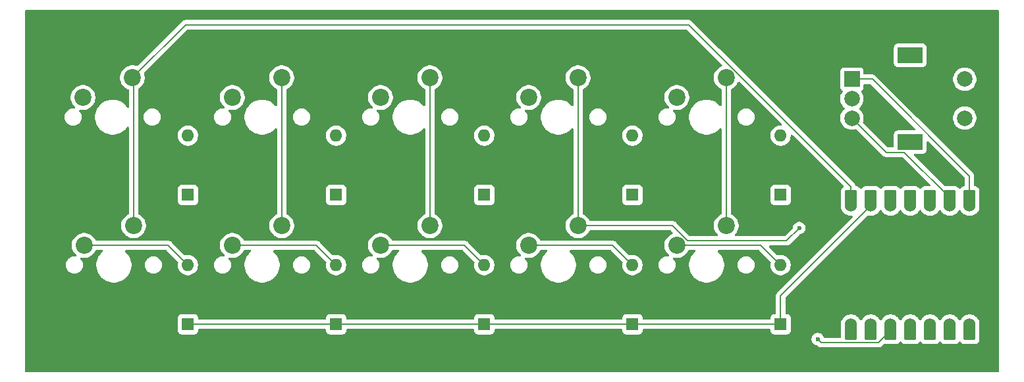
<source format=gtl>
G04 #@! TF.GenerationSoftware,KiCad,Pcbnew,9.0.1*
G04 #@! TF.CreationDate,2025-06-11T13:57:41-04:00*
G04 #@! TF.ProjectId,hackpad,6861636b-7061-4642-9e6b-696361645f70,rev?*
G04 #@! TF.SameCoordinates,Original*
G04 #@! TF.FileFunction,Copper,L1,Top*
G04 #@! TF.FilePolarity,Positive*
%FSLAX46Y46*%
G04 Gerber Fmt 4.6, Leading zero omitted, Abs format (unit mm)*
G04 Created by KiCad (PCBNEW 9.0.1) date 2025-06-11 13:57:41*
%MOMM*%
%LPD*%
G01*
G04 APERTURE LIST*
G04 Aperture macros list*
%AMRoundRect*
0 Rectangle with rounded corners*
0 $1 Rounding radius*
0 $2 $3 $4 $5 $6 $7 $8 $9 X,Y pos of 4 corners*
0 Add a 4 corners polygon primitive as box body*
4,1,4,$2,$3,$4,$5,$6,$7,$8,$9,$2,$3,0*
0 Add four circle primitives for the rounded corners*
1,1,$1+$1,$2,$3*
1,1,$1+$1,$4,$5*
1,1,$1+$1,$6,$7*
1,1,$1+$1,$8,$9*
0 Add four rect primitives between the rounded corners*
20,1,$1+$1,$2,$3,$4,$5,0*
20,1,$1+$1,$4,$5,$6,$7,0*
20,1,$1+$1,$6,$7,$8,$9,0*
20,1,$1+$1,$8,$9,$2,$3,0*%
G04 Aperture macros list end*
G04 #@! TA.AperFunction,ComponentPad*
%ADD10O,1.600000X1.600000*%
G04 #@! TD*
G04 #@! TA.AperFunction,ComponentPad*
%ADD11R,1.600000X1.600000*%
G04 #@! TD*
G04 #@! TA.AperFunction,ComponentPad*
%ADD12C,2.200000*%
G04 #@! TD*
G04 #@! TA.AperFunction,SMDPad,CuDef*
%ADD13RoundRect,0.152400X0.609600X-1.063600X0.609600X1.063600X-0.609600X1.063600X-0.609600X-1.063600X0*%
G04 #@! TD*
G04 #@! TA.AperFunction,ComponentPad*
%ADD14C,1.524000*%
G04 #@! TD*
G04 #@! TA.AperFunction,SMDPad,CuDef*
%ADD15RoundRect,0.152400X-0.609600X1.063600X-0.609600X-1.063600X0.609600X-1.063600X0.609600X1.063600X0*%
G04 #@! TD*
G04 #@! TA.AperFunction,ComponentPad*
%ADD16R,2.000000X2.000000*%
G04 #@! TD*
G04 #@! TA.AperFunction,ComponentPad*
%ADD17C,2.000000*%
G04 #@! TD*
G04 #@! TA.AperFunction,ComponentPad*
%ADD18R,3.200000X2.000000*%
G04 #@! TD*
G04 #@! TA.AperFunction,ViaPad*
%ADD19C,0.600000*%
G04 #@! TD*
G04 #@! TA.AperFunction,Conductor*
%ADD20C,0.200000*%
G04 #@! TD*
G04 APERTURE END LIST*
D10*
G04 #@! TO.P,D5,2,A*
G04 #@! TO.N,Net-(D5-A)*
X200025000Y-69056250D03*
D11*
G04 #@! TO.P,D5,1,K*
G04 #@! TO.N,Row 0*
X200025000Y-76676250D03*
G04 #@! TD*
D12*
G04 #@! TO.P,SW1,2,2*
G04 #@! TO.N,Net-(D1-A)*
X110331250Y-64135000D03*
G04 #@! TO.P,SW1,1,1*
G04 #@! TO.N,Col 0*
X116681250Y-61595000D03*
G04 #@! TD*
G04 #@! TO.P,SW3,2,2*
G04 #@! TO.N,Net-(D3-A)*
X148590000Y-64135000D03*
G04 #@! TO.P,SW3,1,1*
G04 #@! TO.N,Col 2*
X154940000Y-61595000D03*
G04 #@! TD*
G04 #@! TO.P,SW2,2,2*
G04 #@! TO.N,Net-(D2-A)*
X129540000Y-64135000D03*
G04 #@! TO.P,SW2,1,1*
G04 #@! TO.N,Col 1*
X135890000Y-61595000D03*
G04 #@! TD*
G04 #@! TO.P,SW5,2,2*
G04 #@! TO.N,Net-(D5-A)*
X186690000Y-64135000D03*
G04 #@! TO.P,SW5,1,1*
G04 #@! TO.N,Col 4*
X193040000Y-61595000D03*
G04 #@! TD*
G04 #@! TO.P,SW4,2,2*
G04 #@! TO.N,Net-(D4-A)*
X167640000Y-64135000D03*
G04 #@! TO.P,SW4,1,1*
G04 #@! TO.N,Col 3*
X173990000Y-61595000D03*
G04 #@! TD*
G04 #@! TO.P,SW10,2,2*
G04 #@! TO.N,Net-(D10-A)*
X186690000Y-83185000D03*
G04 #@! TO.P,SW10,1,1*
G04 #@! TO.N,Col 4*
X193040000Y-80645000D03*
G04 #@! TD*
D10*
G04 #@! TO.P,D1,2,A*
G04 #@! TO.N,Net-(D1-A)*
X123825000Y-69056250D03*
D11*
G04 #@! TO.P,D1,1,K*
G04 #@! TO.N,Row 0*
X123825000Y-76676250D03*
G04 #@! TD*
D13*
G04 #@! TO.P,U1,1,GPIO26/ADC0/A0*
G04 #@! TO.N,ENC A*
X224313750Y-77270000D03*
D14*
X224313750Y-78105000D03*
D13*
G04 #@! TO.P,U1,2,GPIO27/ADC1/A1*
G04 #@! TO.N,ENC B*
X221773750Y-77270000D03*
D14*
X221773750Y-78105000D03*
D13*
G04 #@! TO.P,U1,3,GPIO28/ADC2/A2*
G04 #@! TO.N,ENC SW*
X219233750Y-77270000D03*
D14*
X219233750Y-78105000D03*
D13*
G04 #@! TO.P,U1,4,GPIO29/ADC3/A3*
G04 #@! TO.N,unconnected-(U1-GPIO29{slash}ADC3{slash}A3-Pad4)*
X216693750Y-77270000D03*
D14*
X216693750Y-78105000D03*
D13*
G04 #@! TO.P,U1,5,GPIO6/SDA*
G04 #@! TO.N,Row 0*
X214153750Y-77270000D03*
D14*
X214153750Y-78105000D03*
D13*
G04 #@! TO.P,U1,6,GPIO7/SCL*
G04 #@! TO.N,Row 1*
X211613750Y-77270000D03*
D14*
X211613750Y-78105000D03*
D13*
G04 #@! TO.P,U1,7,GPIO0/TX*
G04 #@! TO.N,Col 0*
X209073750Y-77270000D03*
D14*
X209073750Y-78105000D03*
G04 #@! TO.P,U1,8,GPIO1/RX*
G04 #@! TO.N,Col 1*
X209073750Y-93345000D03*
D15*
X209073750Y-94180000D03*
D14*
G04 #@! TO.P,U1,9,GPIO2/SCK*
G04 #@! TO.N,Col 2*
X211613750Y-93345000D03*
D15*
X211613750Y-94180000D03*
D14*
G04 #@! TO.P,U1,10,GPIO4/MISO*
G04 #@! TO.N,Col 4*
X214153750Y-93345000D03*
D15*
X214153750Y-94180000D03*
D14*
G04 #@! TO.P,U1,11,GPIO3/MOSI*
G04 #@! TO.N,Col 3*
X216693750Y-93345000D03*
D15*
X216693750Y-94180000D03*
D14*
G04 #@! TO.P,U1,12,3V3*
G04 #@! TO.N,unconnected-(U1-3V3-Pad12)*
X219233750Y-93345000D03*
D15*
X219233750Y-94180000D03*
D14*
G04 #@! TO.P,U1,13,GND*
G04 #@! TO.N,unconnected-(U1-GND-Pad13)*
X221773750Y-93345000D03*
D15*
X221773750Y-94180000D03*
D14*
G04 #@! TO.P,U1,14,VBUS*
G04 #@! TO.N,unconnected-(U1-VBUS-Pad14)*
X224313750Y-93345000D03*
D15*
X224313750Y-94180000D03*
G04 #@! TD*
D16*
G04 #@! TO.P,SW11,A,A*
G04 #@! TO.N,ENC A*
X209193750Y-61793750D03*
D17*
G04 #@! TO.P,SW11,C,C*
G04 #@! TO.N,GND*
X209193750Y-64293750D03*
G04 #@! TO.P,SW11,B,B*
G04 #@! TO.N,ENC B*
X209193750Y-66793750D03*
D18*
G04 #@! TO.P,SW11,MP*
G04 #@! TO.N,N/C*
X216693750Y-58693750D03*
X216693750Y-69893750D03*
D17*
G04 #@! TO.P,SW11,S2,S2*
G04 #@! TO.N,GND*
X223693750Y-61793750D03*
G04 #@! TO.P,SW11,S1,S1*
G04 #@! TO.N,ENC SW*
X223693750Y-66793750D03*
G04 #@! TD*
D12*
G04 #@! TO.P,SW9,1,1*
G04 #@! TO.N,Col 3*
X173990000Y-80645000D03*
G04 #@! TO.P,SW9,2,2*
G04 #@! TO.N,Net-(D9-A)*
X167640000Y-83185000D03*
G04 #@! TD*
G04 #@! TO.P,SW8,1,1*
G04 #@! TO.N,Col 2*
X154940000Y-80645000D03*
G04 #@! TO.P,SW8,2,2*
G04 #@! TO.N,Net-(D8-A)*
X148590000Y-83185000D03*
G04 #@! TD*
G04 #@! TO.P,SW7,1,1*
G04 #@! TO.N,Col 1*
X135890000Y-80645000D03*
G04 #@! TO.P,SW7,2,2*
G04 #@! TO.N,Net-(D7-A)*
X129540000Y-83185000D03*
G04 #@! TD*
G04 #@! TO.P,SW6,1,1*
G04 #@! TO.N,Col 0*
X116840000Y-80645000D03*
G04 #@! TO.P,SW6,2,2*
G04 #@! TO.N,Net-(D6-A)*
X110490000Y-83185000D03*
G04 #@! TD*
D11*
G04 #@! TO.P,D10,1,K*
G04 #@! TO.N,Row 1*
X200025000Y-93345000D03*
D10*
G04 #@! TO.P,D10,2,A*
G04 #@! TO.N,Net-(D10-A)*
X200025000Y-85725000D03*
G04 #@! TD*
D11*
G04 #@! TO.P,D9,1,K*
G04 #@! TO.N,Row 1*
X180975000Y-93345000D03*
D10*
G04 #@! TO.P,D9,2,A*
G04 #@! TO.N,Net-(D9-A)*
X180975000Y-85725000D03*
G04 #@! TD*
D11*
G04 #@! TO.P,D8,1,K*
G04 #@! TO.N,Row 1*
X161925000Y-93345000D03*
D10*
G04 #@! TO.P,D8,2,A*
G04 #@! TO.N,Net-(D8-A)*
X161925000Y-85725000D03*
G04 #@! TD*
D11*
G04 #@! TO.P,D7,1,K*
G04 #@! TO.N,Row 1*
X142875000Y-93345000D03*
D10*
G04 #@! TO.P,D7,2,A*
G04 #@! TO.N,Net-(D7-A)*
X142875000Y-85725000D03*
G04 #@! TD*
D11*
G04 #@! TO.P,D6,1,K*
G04 #@! TO.N,Row 1*
X123825000Y-93345000D03*
D10*
G04 #@! TO.P,D6,2,A*
G04 #@! TO.N,Net-(D6-A)*
X123825000Y-85725000D03*
G04 #@! TD*
D11*
G04 #@! TO.P,D4,1,K*
G04 #@! TO.N,Row 0*
X180975000Y-76676250D03*
D10*
G04 #@! TO.P,D4,2,A*
G04 #@! TO.N,Net-(D4-A)*
X180975000Y-69056250D03*
G04 #@! TD*
D11*
G04 #@! TO.P,D3,1,K*
G04 #@! TO.N,Row 0*
X161925000Y-76676250D03*
D10*
G04 #@! TO.P,D3,2,A*
G04 #@! TO.N,Net-(D3-A)*
X161925000Y-69056250D03*
G04 #@! TD*
D11*
G04 #@! TO.P,D2,1,K*
G04 #@! TO.N,Row 0*
X142875000Y-76676250D03*
D10*
G04 #@! TO.P,D2,2,A*
G04 #@! TO.N,Net-(D2-A)*
X142875000Y-69056250D03*
G04 #@! TD*
D19*
G04 #@! TO.N,Col 4*
X204787500Y-95250000D03*
G04 #@! TO.N,Col 3*
X202406250Y-80962500D03*
G04 #@! TD*
D20*
G04 #@! TO.N,Col 0*
X209073750Y-75647436D02*
X209073750Y-78105000D01*
X188195064Y-54768750D02*
X209073750Y-75647436D01*
X123507500Y-54768750D02*
X188195064Y-54768750D01*
X116681250Y-61595000D02*
X123507500Y-54768750D01*
G04 #@! TO.N,Col 4*
X205234500Y-95697000D02*
X212636750Y-95697000D01*
X204787500Y-95250000D02*
X205234500Y-95697000D01*
X212636750Y-95697000D02*
X214153750Y-94180000D01*
G04 #@! TO.N,Col 3*
X200764064Y-82604686D02*
X202406250Y-80962500D01*
X188091000Y-82604686D02*
X200764064Y-82604686D01*
X186131314Y-80645000D02*
X188091000Y-82604686D01*
X173990000Y-80645000D02*
X186131314Y-80645000D01*
G04 #@! TO.N,Net-(D10-A)*
X197485000Y-83185000D02*
X200025000Y-85725000D01*
X186690000Y-83185000D02*
X197485000Y-83185000D01*
G04 #@! TO.N,Net-(D9-A)*
X178435000Y-83185000D02*
X180975000Y-85725000D01*
X167640000Y-83185000D02*
X178435000Y-83185000D01*
G04 #@! TO.N,Net-(D8-A)*
X159385000Y-83185000D02*
X161925000Y-85725000D01*
X148590000Y-83185000D02*
X159385000Y-83185000D01*
G04 #@! TO.N,Net-(D7-A)*
X140335000Y-83185000D02*
X142875000Y-85725000D01*
X129540000Y-83185000D02*
X140335000Y-83185000D01*
G04 #@! TO.N,Net-(D6-A)*
X121285000Y-83185000D02*
X123825000Y-85725000D01*
X110490000Y-83185000D02*
X121285000Y-83185000D01*
G04 #@! TO.N,Row 1*
X200025000Y-89693750D02*
X211613750Y-78105000D01*
X200025000Y-93345000D02*
X200025000Y-89693750D01*
X123825000Y-93345000D02*
X200025000Y-93345000D01*
G04 #@! TO.N,Col 4*
X193040000Y-61595000D02*
X193040000Y-80645000D01*
G04 #@! TO.N,Col 3*
X173990000Y-61595000D02*
X173990000Y-80645000D01*
G04 #@! TO.N,Col 2*
X154940000Y-61753750D02*
X154940000Y-80645000D01*
G04 #@! TO.N,Col 1*
X135890000Y-61595000D02*
X135890000Y-80645000D01*
G04 #@! TO.N,Col 0*
X116840000Y-61595000D02*
X116840000Y-80645000D01*
G04 #@! TO.N,ENC B*
X221773750Y-77027370D02*
X221773750Y-78105000D01*
X213594750Y-71194750D02*
X215941130Y-71194750D01*
X215941130Y-71194750D02*
X221773750Y-77027370D01*
X209193750Y-66793750D02*
X213594750Y-71194750D01*
G04 #@! TO.N,ENC A*
X211812500Y-61793750D02*
X224313750Y-74295000D01*
X224313750Y-74295000D02*
X224313750Y-78105000D01*
X209193750Y-61793750D02*
X211812500Y-61793750D01*
G04 #@! TD*
G04 #@! TA.AperFunction,NonConductor*
G36*
X228042539Y-52907685D02*
G01*
X228088294Y-52960489D01*
X228099500Y-53012000D01*
X228099500Y-99388000D01*
X228079815Y-99455039D01*
X228027011Y-99500794D01*
X227975500Y-99512000D01*
X103018250Y-99512000D01*
X102951211Y-99492315D01*
X102905456Y-99439511D01*
X102894250Y-99388000D01*
X102894250Y-95171153D01*
X203987000Y-95171153D01*
X203987000Y-95328846D01*
X204017761Y-95483489D01*
X204017764Y-95483501D01*
X204078102Y-95629172D01*
X204078109Y-95629185D01*
X204165710Y-95760288D01*
X204165713Y-95760292D01*
X204277207Y-95871786D01*
X204277211Y-95871789D01*
X204408314Y-95959390D01*
X204408327Y-95959397D01*
X204553998Y-96019735D01*
X204554003Y-96019737D01*
X204666935Y-96042200D01*
X204709346Y-96050637D01*
X204771257Y-96083022D01*
X204772836Y-96084572D01*
X204865784Y-96177520D01*
X204865786Y-96177521D01*
X204865790Y-96177524D01*
X205002709Y-96256573D01*
X205002716Y-96256577D01*
X205114519Y-96286534D01*
X205155442Y-96297500D01*
X205155443Y-96297500D01*
X212550081Y-96297500D01*
X212550097Y-96297501D01*
X212557693Y-96297501D01*
X212715804Y-96297501D01*
X212715807Y-96297501D01*
X212868535Y-96256577D01*
X212918654Y-96227639D01*
X213005466Y-96177520D01*
X213117270Y-96065716D01*
X213117270Y-96065714D01*
X213127478Y-96055507D01*
X213127480Y-96055504D01*
X213271719Y-95911264D01*
X213333040Y-95877781D01*
X213393991Y-95879870D01*
X213441202Y-95893587D01*
X213478216Y-95896500D01*
X213478224Y-95896500D01*
X214829276Y-95896500D01*
X214829284Y-95896500D01*
X214866298Y-95893587D01*
X214866300Y-95893586D01*
X214866302Y-95893586D01*
X214920702Y-95877781D01*
X215024709Y-95847564D01*
X215166697Y-95763592D01*
X215283342Y-95646947D01*
X215317018Y-95590003D01*
X215368087Y-95542321D01*
X215436829Y-95529817D01*
X215501418Y-95556462D01*
X215530482Y-95590004D01*
X215564156Y-95646944D01*
X215564162Y-95646952D01*
X215680797Y-95763587D01*
X215680801Y-95763590D01*
X215680803Y-95763592D01*
X215822791Y-95847564D01*
X215863572Y-95859412D01*
X215981197Y-95893586D01*
X215981200Y-95893586D01*
X215981202Y-95893587D01*
X216018216Y-95896500D01*
X216018224Y-95896500D01*
X217369276Y-95896500D01*
X217369284Y-95896500D01*
X217406298Y-95893587D01*
X217406300Y-95893586D01*
X217406302Y-95893586D01*
X217460702Y-95877781D01*
X217564709Y-95847564D01*
X217706697Y-95763592D01*
X217823342Y-95646947D01*
X217857018Y-95590003D01*
X217908087Y-95542321D01*
X217976829Y-95529817D01*
X218041418Y-95556462D01*
X218070482Y-95590004D01*
X218104156Y-95646944D01*
X218104162Y-95646952D01*
X218220797Y-95763587D01*
X218220801Y-95763590D01*
X218220803Y-95763592D01*
X218362791Y-95847564D01*
X218403572Y-95859412D01*
X218521197Y-95893586D01*
X218521200Y-95893586D01*
X218521202Y-95893587D01*
X218558216Y-95896500D01*
X218558224Y-95896500D01*
X219909276Y-95896500D01*
X219909284Y-95896500D01*
X219946298Y-95893587D01*
X219946300Y-95893586D01*
X219946302Y-95893586D01*
X220000702Y-95877781D01*
X220104709Y-95847564D01*
X220246697Y-95763592D01*
X220363342Y-95646947D01*
X220397018Y-95590003D01*
X220448087Y-95542321D01*
X220516829Y-95529817D01*
X220581418Y-95556462D01*
X220610482Y-95590004D01*
X220644156Y-95646944D01*
X220644162Y-95646952D01*
X220760797Y-95763587D01*
X220760801Y-95763590D01*
X220760803Y-95763592D01*
X220902791Y-95847564D01*
X220943572Y-95859412D01*
X221061197Y-95893586D01*
X221061200Y-95893586D01*
X221061202Y-95893587D01*
X221098216Y-95896500D01*
X221098224Y-95896500D01*
X222449276Y-95896500D01*
X222449284Y-95896500D01*
X222486298Y-95893587D01*
X222486300Y-95893586D01*
X222486302Y-95893586D01*
X222540702Y-95877781D01*
X222644709Y-95847564D01*
X222786697Y-95763592D01*
X222903342Y-95646947D01*
X222937018Y-95590003D01*
X222988087Y-95542321D01*
X223056829Y-95529817D01*
X223121418Y-95556462D01*
X223150482Y-95590004D01*
X223184156Y-95646944D01*
X223184162Y-95646952D01*
X223300797Y-95763587D01*
X223300801Y-95763590D01*
X223300803Y-95763592D01*
X223442791Y-95847564D01*
X223483572Y-95859412D01*
X223601197Y-95893586D01*
X223601200Y-95893586D01*
X223601202Y-95893587D01*
X223638216Y-95896500D01*
X223638224Y-95896500D01*
X224989276Y-95896500D01*
X224989284Y-95896500D01*
X225026298Y-95893587D01*
X225026300Y-95893586D01*
X225026302Y-95893586D01*
X225080702Y-95877781D01*
X225184709Y-95847564D01*
X225326697Y-95763592D01*
X225443342Y-95646947D01*
X225527314Y-95504959D01*
X225573337Y-95346548D01*
X225576250Y-95309534D01*
X225576250Y-93050466D01*
X225573337Y-93013452D01*
X225527314Y-92855041D01*
X225443342Y-92713053D01*
X225347140Y-92616851D01*
X225334508Y-92602060D01*
X225276734Y-92522539D01*
X225136216Y-92382021D01*
X225136214Y-92382019D01*
X224975444Y-92265213D01*
X224798382Y-92174994D01*
X224798379Y-92174993D01*
X224609387Y-92113587D01*
X224511248Y-92098043D01*
X224413111Y-92082500D01*
X224214389Y-92082500D01*
X224148964Y-92092862D01*
X224018112Y-92113587D01*
X223829120Y-92174993D01*
X223829117Y-92174994D01*
X223652055Y-92265213D01*
X223491283Y-92382021D01*
X223350768Y-92522536D01*
X223292989Y-92602061D01*
X223287710Y-92608821D01*
X223284196Y-92613013D01*
X223184158Y-92713053D01*
X223145314Y-92778733D01*
X223138788Y-92786521D01*
X223117826Y-92800485D01*
X223099412Y-92817679D01*
X223089242Y-92819528D01*
X223080641Y-92825259D01*
X223055453Y-92825674D01*
X223030671Y-92830182D01*
X223021116Y-92826240D01*
X223010781Y-92826411D01*
X222989366Y-92813142D01*
X222966081Y-92803536D01*
X222957058Y-92793123D01*
X222951388Y-92789610D01*
X222948176Y-92782873D01*
X222937018Y-92769996D01*
X222903342Y-92713053D01*
X222807140Y-92616851D01*
X222794508Y-92602060D01*
X222736734Y-92522539D01*
X222596216Y-92382021D01*
X222596214Y-92382019D01*
X222435444Y-92265213D01*
X222258382Y-92174994D01*
X222258379Y-92174993D01*
X222069387Y-92113587D01*
X221971248Y-92098043D01*
X221873111Y-92082500D01*
X221674389Y-92082500D01*
X221608964Y-92092862D01*
X221478112Y-92113587D01*
X221289120Y-92174993D01*
X221289117Y-92174994D01*
X221112055Y-92265213D01*
X220951283Y-92382021D01*
X220810768Y-92522536D01*
X220752989Y-92602061D01*
X220747710Y-92608821D01*
X220744196Y-92613013D01*
X220644158Y-92713053D01*
X220605314Y-92778733D01*
X220598788Y-92786521D01*
X220577826Y-92800485D01*
X220559412Y-92817679D01*
X220549242Y-92819528D01*
X220540641Y-92825259D01*
X220515453Y-92825674D01*
X220490671Y-92830182D01*
X220481116Y-92826240D01*
X220470781Y-92826411D01*
X220449366Y-92813142D01*
X220426081Y-92803536D01*
X220417058Y-92793123D01*
X220411388Y-92789610D01*
X220408176Y-92782873D01*
X220397018Y-92769996D01*
X220363342Y-92713053D01*
X220267140Y-92616851D01*
X220254508Y-92602060D01*
X220196734Y-92522539D01*
X220056216Y-92382021D01*
X220056214Y-92382019D01*
X219895444Y-92265213D01*
X219718382Y-92174994D01*
X219718379Y-92174993D01*
X219529387Y-92113587D01*
X219431248Y-92098043D01*
X219333111Y-92082500D01*
X219134389Y-92082500D01*
X219068964Y-92092862D01*
X218938112Y-92113587D01*
X218749120Y-92174993D01*
X218749117Y-92174994D01*
X218572055Y-92265213D01*
X218411283Y-92382021D01*
X218270768Y-92522536D01*
X218212989Y-92602061D01*
X218207710Y-92608821D01*
X218204196Y-92613013D01*
X218104158Y-92713053D01*
X218065314Y-92778733D01*
X218058788Y-92786521D01*
X218037826Y-92800485D01*
X218019412Y-92817679D01*
X218009242Y-92819528D01*
X218000641Y-92825259D01*
X217975453Y-92825674D01*
X217950671Y-92830182D01*
X217941116Y-92826240D01*
X217930781Y-92826411D01*
X217909366Y-92813142D01*
X217886081Y-92803536D01*
X217877058Y-92793123D01*
X217871388Y-92789610D01*
X217868176Y-92782873D01*
X217857018Y-92769996D01*
X217823342Y-92713053D01*
X217727140Y-92616851D01*
X217714508Y-92602060D01*
X217656734Y-92522539D01*
X217516216Y-92382021D01*
X217516214Y-92382019D01*
X217355444Y-92265213D01*
X217178382Y-92174994D01*
X217178379Y-92174993D01*
X216989387Y-92113587D01*
X216891248Y-92098043D01*
X216793111Y-92082500D01*
X216594389Y-92082500D01*
X216528964Y-92092862D01*
X216398112Y-92113587D01*
X216209120Y-92174993D01*
X216209117Y-92174994D01*
X216032055Y-92265213D01*
X215871283Y-92382021D01*
X215730768Y-92522536D01*
X215672989Y-92602061D01*
X215667710Y-92608821D01*
X215664196Y-92613013D01*
X215564158Y-92713053D01*
X215525314Y-92778733D01*
X215518788Y-92786521D01*
X215497826Y-92800485D01*
X215479412Y-92817679D01*
X215469242Y-92819528D01*
X215460641Y-92825259D01*
X215435453Y-92825674D01*
X215410671Y-92830182D01*
X215401116Y-92826240D01*
X215390781Y-92826411D01*
X215369366Y-92813142D01*
X215346081Y-92803536D01*
X215337058Y-92793123D01*
X215331388Y-92789610D01*
X215328176Y-92782873D01*
X215317018Y-92769996D01*
X215283342Y-92713053D01*
X215187140Y-92616851D01*
X215174508Y-92602060D01*
X215116734Y-92522539D01*
X214976216Y-92382021D01*
X214976214Y-92382019D01*
X214815444Y-92265213D01*
X214638382Y-92174994D01*
X214638379Y-92174993D01*
X214449387Y-92113587D01*
X214351248Y-92098043D01*
X214253111Y-92082500D01*
X214054389Y-92082500D01*
X213988964Y-92092862D01*
X213858112Y-92113587D01*
X213669120Y-92174993D01*
X213669117Y-92174994D01*
X213492055Y-92265213D01*
X213331283Y-92382021D01*
X213190768Y-92522536D01*
X213132989Y-92602061D01*
X213127710Y-92608821D01*
X213124196Y-92613013D01*
X213024158Y-92713053D01*
X212985314Y-92778733D01*
X212978788Y-92786521D01*
X212957826Y-92800485D01*
X212939412Y-92817679D01*
X212929242Y-92819528D01*
X212920641Y-92825259D01*
X212895453Y-92825674D01*
X212870671Y-92830182D01*
X212861116Y-92826240D01*
X212850781Y-92826411D01*
X212829366Y-92813142D01*
X212806081Y-92803536D01*
X212797058Y-92793123D01*
X212791388Y-92789610D01*
X212788176Y-92782873D01*
X212777018Y-92769996D01*
X212743342Y-92713053D01*
X212647140Y-92616851D01*
X212634508Y-92602060D01*
X212576734Y-92522539D01*
X212436216Y-92382021D01*
X212436214Y-92382019D01*
X212275444Y-92265213D01*
X212098382Y-92174994D01*
X212098379Y-92174993D01*
X211909387Y-92113587D01*
X211811248Y-92098043D01*
X211713111Y-92082500D01*
X211514389Y-92082500D01*
X211448964Y-92092862D01*
X211318112Y-92113587D01*
X211129120Y-92174993D01*
X211129117Y-92174994D01*
X210952055Y-92265213D01*
X210791283Y-92382021D01*
X210650768Y-92522536D01*
X210592989Y-92602061D01*
X210587710Y-92608821D01*
X210584196Y-92613013D01*
X210484158Y-92713053D01*
X210445314Y-92778733D01*
X210438788Y-92786521D01*
X210417826Y-92800485D01*
X210399412Y-92817679D01*
X210389242Y-92819528D01*
X210380641Y-92825259D01*
X210355453Y-92825674D01*
X210330671Y-92830182D01*
X210321116Y-92826240D01*
X210310781Y-92826411D01*
X210289366Y-92813142D01*
X210266081Y-92803536D01*
X210257058Y-92793123D01*
X210251388Y-92789610D01*
X210248176Y-92782873D01*
X210237018Y-92769996D01*
X210203342Y-92713053D01*
X210107140Y-92616851D01*
X210094508Y-92602060D01*
X210036734Y-92522539D01*
X209896216Y-92382021D01*
X209896214Y-92382019D01*
X209735444Y-92265213D01*
X209558382Y-92174994D01*
X209558379Y-92174993D01*
X209369387Y-92113587D01*
X209271248Y-92098043D01*
X209173111Y-92082500D01*
X208974389Y-92082500D01*
X208908964Y-92092862D01*
X208778112Y-92113587D01*
X208589120Y-92174993D01*
X208589117Y-92174994D01*
X208412055Y-92265213D01*
X208251283Y-92382021D01*
X208110768Y-92522536D01*
X208052989Y-92602061D01*
X208040354Y-92616854D01*
X207944163Y-92713046D01*
X207944155Y-92713056D01*
X207860185Y-92855042D01*
X207860184Y-92855045D01*
X207814163Y-93013447D01*
X207814162Y-93013453D01*
X207811250Y-93050458D01*
X207811250Y-94972500D01*
X207791565Y-95039539D01*
X207738761Y-95085294D01*
X207687250Y-95096500D01*
X205673227Y-95096500D01*
X205606188Y-95076815D01*
X205560433Y-95024011D01*
X205558666Y-95019952D01*
X205496897Y-94870827D01*
X205496890Y-94870814D01*
X205409289Y-94739711D01*
X205409286Y-94739707D01*
X205297792Y-94628213D01*
X205297788Y-94628210D01*
X205166685Y-94540609D01*
X205166672Y-94540602D01*
X205021001Y-94480264D01*
X205020989Y-94480261D01*
X204866345Y-94449500D01*
X204866342Y-94449500D01*
X204708658Y-94449500D01*
X204708655Y-94449500D01*
X204554010Y-94480261D01*
X204553998Y-94480264D01*
X204408327Y-94540602D01*
X204408314Y-94540609D01*
X204277211Y-94628210D01*
X204277207Y-94628213D01*
X204165713Y-94739707D01*
X204165710Y-94739711D01*
X204078109Y-94870814D01*
X204078102Y-94870827D01*
X204017764Y-95016498D01*
X204017761Y-95016510D01*
X203987000Y-95171153D01*
X102894250Y-95171153D01*
X102894250Y-85638389D01*
X108119500Y-85638389D01*
X108119500Y-85811611D01*
X108146598Y-85982701D01*
X108200127Y-86147445D01*
X108278768Y-86301788D01*
X108380586Y-86441928D01*
X108503072Y-86564414D01*
X108643212Y-86666232D01*
X108797555Y-86744873D01*
X108962299Y-86798402D01*
X109133389Y-86825500D01*
X109133390Y-86825500D01*
X109306610Y-86825500D01*
X109306611Y-86825500D01*
X109477701Y-86798402D01*
X109642445Y-86744873D01*
X109796788Y-86666232D01*
X109936928Y-86564414D01*
X110059414Y-86441928D01*
X110161232Y-86301788D01*
X110239873Y-86147445D01*
X110293402Y-85982701D01*
X110320500Y-85811611D01*
X110320500Y-85638389D01*
X110293402Y-85467299D01*
X110239873Y-85302555D01*
X110161232Y-85148212D01*
X110059414Y-85008072D01*
X110007482Y-84956140D01*
X109973997Y-84894817D01*
X109978981Y-84825125D01*
X110020853Y-84769192D01*
X110086317Y-84744775D01*
X110114561Y-84745986D01*
X110115212Y-84746089D01*
X110115215Y-84746090D01*
X110364038Y-84785500D01*
X110364039Y-84785500D01*
X110615961Y-84785500D01*
X110615962Y-84785500D01*
X110864785Y-84746090D01*
X111104379Y-84668241D01*
X111328845Y-84553870D01*
X111532656Y-84405793D01*
X111710793Y-84227656D01*
X111858870Y-84023845D01*
X111945815Y-83853204D01*
X111993789Y-83802409D01*
X112056300Y-83785500D01*
X112765462Y-83785500D01*
X112832501Y-83805185D01*
X112878256Y-83857989D01*
X112888200Y-83927147D01*
X112859175Y-83990703D01*
X112840948Y-84007876D01*
X112812959Y-84029352D01*
X112812952Y-84029358D01*
X112604358Y-84237952D01*
X112604352Y-84237959D01*
X112424761Y-84472006D01*
X112277258Y-84727489D01*
X112277254Y-84727499D01*
X112164364Y-85000038D01*
X112164361Y-85000048D01*
X112103877Y-85225781D01*
X112088008Y-85285004D01*
X112088006Y-85285015D01*
X112049500Y-85577486D01*
X112049500Y-85872513D01*
X112070173Y-86029534D01*
X112088007Y-86164993D01*
X112162212Y-86441930D01*
X112164361Y-86449951D01*
X112164364Y-86449961D01*
X112277254Y-86722500D01*
X112277258Y-86722510D01*
X112424761Y-86977993D01*
X112604352Y-87212040D01*
X112604358Y-87212047D01*
X112812952Y-87420641D01*
X112812959Y-87420647D01*
X113047006Y-87600238D01*
X113302489Y-87747741D01*
X113302490Y-87747741D01*
X113302493Y-87747743D01*
X113575048Y-87860639D01*
X113860007Y-87936993D01*
X114152494Y-87975500D01*
X114152501Y-87975500D01*
X114447499Y-87975500D01*
X114447506Y-87975500D01*
X114739993Y-87936993D01*
X115024952Y-87860639D01*
X115297507Y-87747743D01*
X115552994Y-87600238D01*
X115787042Y-87420646D01*
X115995646Y-87212042D01*
X116175238Y-86977994D01*
X116322743Y-86722507D01*
X116435639Y-86449952D01*
X116511993Y-86164993D01*
X116550500Y-85872506D01*
X116550500Y-85638389D01*
X118279500Y-85638389D01*
X118279500Y-85811611D01*
X118306598Y-85982701D01*
X118360127Y-86147445D01*
X118438768Y-86301788D01*
X118540586Y-86441928D01*
X118663072Y-86564414D01*
X118803212Y-86666232D01*
X118957555Y-86744873D01*
X119122299Y-86798402D01*
X119293389Y-86825500D01*
X119293390Y-86825500D01*
X119466610Y-86825500D01*
X119466611Y-86825500D01*
X119637701Y-86798402D01*
X119802445Y-86744873D01*
X119956788Y-86666232D01*
X120096928Y-86564414D01*
X120219414Y-86441928D01*
X120321232Y-86301788D01*
X120399873Y-86147445D01*
X120453402Y-85982701D01*
X120480500Y-85811611D01*
X120480500Y-85638389D01*
X120453402Y-85467299D01*
X120399873Y-85302555D01*
X120321232Y-85148212D01*
X120219414Y-85008072D01*
X120096928Y-84885586D01*
X119956788Y-84783768D01*
X119802445Y-84705127D01*
X119637701Y-84651598D01*
X119637699Y-84651597D01*
X119637698Y-84651597D01*
X119506271Y-84630781D01*
X119466611Y-84624500D01*
X119293389Y-84624500D01*
X119253728Y-84630781D01*
X119122302Y-84651597D01*
X118957552Y-84705128D01*
X118803211Y-84783768D01*
X118746289Y-84825125D01*
X118663072Y-84885586D01*
X118663070Y-84885588D01*
X118663069Y-84885588D01*
X118540588Y-85008069D01*
X118540588Y-85008070D01*
X118540586Y-85008072D01*
X118514929Y-85043386D01*
X118438768Y-85148211D01*
X118360128Y-85302552D01*
X118306597Y-85467302D01*
X118289146Y-85577486D01*
X118279500Y-85638389D01*
X116550500Y-85638389D01*
X116550500Y-85577494D01*
X116511993Y-85285007D01*
X116435639Y-85000048D01*
X116322743Y-84727493D01*
X116267309Y-84631479D01*
X116175238Y-84472006D01*
X115995647Y-84237959D01*
X115995641Y-84237952D01*
X115787047Y-84029358D01*
X115787040Y-84029352D01*
X115759052Y-84007876D01*
X115717849Y-83951448D01*
X115713694Y-83881702D01*
X115747906Y-83820782D01*
X115809624Y-83788029D01*
X115834538Y-83785500D01*
X120984903Y-83785500D01*
X121051942Y-83805185D01*
X121072584Y-83821819D01*
X122530922Y-85280157D01*
X122564407Y-85341480D01*
X122561173Y-85406155D01*
X122556522Y-85420468D01*
X122524500Y-85622648D01*
X122524500Y-85827351D01*
X122556522Y-86029534D01*
X122619781Y-86224223D01*
X122712715Y-86406613D01*
X122833028Y-86572213D01*
X122977786Y-86716971D01*
X123127166Y-86825500D01*
X123143390Y-86837287D01*
X123259607Y-86896503D01*
X123325776Y-86930218D01*
X123325778Y-86930218D01*
X123325781Y-86930220D01*
X123430137Y-86964127D01*
X123520465Y-86993477D01*
X123621557Y-87009488D01*
X123722648Y-87025500D01*
X123722649Y-87025500D01*
X123927351Y-87025500D01*
X123927352Y-87025500D01*
X124129534Y-86993477D01*
X124324219Y-86930220D01*
X124506610Y-86837287D01*
X124633811Y-86744871D01*
X124672213Y-86716971D01*
X124672215Y-86716968D01*
X124672219Y-86716966D01*
X124816966Y-86572219D01*
X124816968Y-86572215D01*
X124816971Y-86572213D01*
X124869732Y-86499590D01*
X124937287Y-86406610D01*
X125030220Y-86224219D01*
X125093477Y-86029534D01*
X125125500Y-85827352D01*
X125125500Y-85638389D01*
X127169500Y-85638389D01*
X127169500Y-85811611D01*
X127196598Y-85982701D01*
X127250127Y-86147445D01*
X127328768Y-86301788D01*
X127430586Y-86441928D01*
X127553072Y-86564414D01*
X127693212Y-86666232D01*
X127847555Y-86744873D01*
X128012299Y-86798402D01*
X128183389Y-86825500D01*
X128183390Y-86825500D01*
X128356610Y-86825500D01*
X128356611Y-86825500D01*
X128527701Y-86798402D01*
X128692445Y-86744873D01*
X128846788Y-86666232D01*
X128986928Y-86564414D01*
X129109414Y-86441928D01*
X129211232Y-86301788D01*
X129289873Y-86147445D01*
X129343402Y-85982701D01*
X129370500Y-85811611D01*
X129370500Y-85638389D01*
X129343402Y-85467299D01*
X129289873Y-85302555D01*
X129211232Y-85148212D01*
X129109414Y-85008072D01*
X129057482Y-84956140D01*
X129023997Y-84894817D01*
X129028981Y-84825125D01*
X129070853Y-84769192D01*
X129136317Y-84744775D01*
X129164561Y-84745986D01*
X129165212Y-84746089D01*
X129165215Y-84746090D01*
X129414038Y-84785500D01*
X129414039Y-84785500D01*
X129665961Y-84785500D01*
X129665962Y-84785500D01*
X129914785Y-84746090D01*
X130154379Y-84668241D01*
X130378845Y-84553870D01*
X130582656Y-84405793D01*
X130760793Y-84227656D01*
X130908870Y-84023845D01*
X130995815Y-83853204D01*
X131043789Y-83802409D01*
X131106300Y-83785500D01*
X131815462Y-83785500D01*
X131882501Y-83805185D01*
X131928256Y-83857989D01*
X131938200Y-83927147D01*
X131909175Y-83990703D01*
X131890948Y-84007876D01*
X131862959Y-84029352D01*
X131862952Y-84029358D01*
X131654358Y-84237952D01*
X131654352Y-84237959D01*
X131474761Y-84472006D01*
X131327258Y-84727489D01*
X131327254Y-84727499D01*
X131214364Y-85000038D01*
X131214361Y-85000048D01*
X131153877Y-85225781D01*
X131138008Y-85285004D01*
X131138006Y-85285015D01*
X131099500Y-85577486D01*
X131099500Y-85872513D01*
X131120173Y-86029534D01*
X131138007Y-86164993D01*
X131212212Y-86441930D01*
X131214361Y-86449951D01*
X131214364Y-86449961D01*
X131327254Y-86722500D01*
X131327258Y-86722510D01*
X131474761Y-86977993D01*
X131654352Y-87212040D01*
X131654358Y-87212047D01*
X131862952Y-87420641D01*
X131862959Y-87420647D01*
X132097006Y-87600238D01*
X132352489Y-87747741D01*
X132352490Y-87747741D01*
X132352493Y-87747743D01*
X132625048Y-87860639D01*
X132910007Y-87936993D01*
X133202494Y-87975500D01*
X133202501Y-87975500D01*
X133497499Y-87975500D01*
X133497506Y-87975500D01*
X133789993Y-87936993D01*
X134074952Y-87860639D01*
X134347507Y-87747743D01*
X134602994Y-87600238D01*
X134837042Y-87420646D01*
X135045646Y-87212042D01*
X135225238Y-86977994D01*
X135372743Y-86722507D01*
X135485639Y-86449952D01*
X135561993Y-86164993D01*
X135600500Y-85872506D01*
X135600500Y-85638389D01*
X137329500Y-85638389D01*
X137329500Y-85811611D01*
X137356598Y-85982701D01*
X137410127Y-86147445D01*
X137488768Y-86301788D01*
X137590586Y-86441928D01*
X137713072Y-86564414D01*
X137853212Y-86666232D01*
X138007555Y-86744873D01*
X138172299Y-86798402D01*
X138343389Y-86825500D01*
X138343390Y-86825500D01*
X138516610Y-86825500D01*
X138516611Y-86825500D01*
X138687701Y-86798402D01*
X138852445Y-86744873D01*
X139006788Y-86666232D01*
X139146928Y-86564414D01*
X139269414Y-86441928D01*
X139371232Y-86301788D01*
X139449873Y-86147445D01*
X139503402Y-85982701D01*
X139530500Y-85811611D01*
X139530500Y-85638389D01*
X139503402Y-85467299D01*
X139449873Y-85302555D01*
X139371232Y-85148212D01*
X139269414Y-85008072D01*
X139146928Y-84885586D01*
X139006788Y-84783768D01*
X138852445Y-84705127D01*
X138687701Y-84651598D01*
X138687699Y-84651597D01*
X138687698Y-84651597D01*
X138556271Y-84630781D01*
X138516611Y-84624500D01*
X138343389Y-84624500D01*
X138303728Y-84630781D01*
X138172302Y-84651597D01*
X138007552Y-84705128D01*
X137853211Y-84783768D01*
X137796289Y-84825125D01*
X137713072Y-84885586D01*
X137713070Y-84885588D01*
X137713069Y-84885588D01*
X137590588Y-85008069D01*
X137590588Y-85008070D01*
X137590586Y-85008072D01*
X137564929Y-85043386D01*
X137488768Y-85148211D01*
X137410128Y-85302552D01*
X137356597Y-85467302D01*
X137339146Y-85577486D01*
X137329500Y-85638389D01*
X135600500Y-85638389D01*
X135600500Y-85577494D01*
X135561993Y-85285007D01*
X135485639Y-85000048D01*
X135372743Y-84727493D01*
X135317309Y-84631479D01*
X135225238Y-84472006D01*
X135045647Y-84237959D01*
X135045641Y-84237952D01*
X134837047Y-84029358D01*
X134837040Y-84029352D01*
X134809052Y-84007876D01*
X134767849Y-83951448D01*
X134763694Y-83881702D01*
X134797906Y-83820782D01*
X134859624Y-83788029D01*
X134884538Y-83785500D01*
X140034903Y-83785500D01*
X140101942Y-83805185D01*
X140122584Y-83821819D01*
X141580922Y-85280157D01*
X141614407Y-85341480D01*
X141611173Y-85406155D01*
X141606522Y-85420468D01*
X141574500Y-85622648D01*
X141574500Y-85827351D01*
X141606522Y-86029534D01*
X141669781Y-86224223D01*
X141762715Y-86406613D01*
X141883028Y-86572213D01*
X142027786Y-86716971D01*
X142177166Y-86825500D01*
X142193390Y-86837287D01*
X142309607Y-86896503D01*
X142375776Y-86930218D01*
X142375778Y-86930218D01*
X142375781Y-86930220D01*
X142480137Y-86964127D01*
X142570465Y-86993477D01*
X142671557Y-87009488D01*
X142772648Y-87025500D01*
X142772649Y-87025500D01*
X142977351Y-87025500D01*
X142977352Y-87025500D01*
X143179534Y-86993477D01*
X143374219Y-86930220D01*
X143556610Y-86837287D01*
X143683811Y-86744871D01*
X143722213Y-86716971D01*
X143722215Y-86716968D01*
X143722219Y-86716966D01*
X143866966Y-86572219D01*
X143866968Y-86572215D01*
X143866971Y-86572213D01*
X143919732Y-86499590D01*
X143987287Y-86406610D01*
X144080220Y-86224219D01*
X144143477Y-86029534D01*
X144175500Y-85827352D01*
X144175500Y-85638389D01*
X146219500Y-85638389D01*
X146219500Y-85811611D01*
X146246598Y-85982701D01*
X146300127Y-86147445D01*
X146378768Y-86301788D01*
X146480586Y-86441928D01*
X146603072Y-86564414D01*
X146743212Y-86666232D01*
X146897555Y-86744873D01*
X147062299Y-86798402D01*
X147233389Y-86825500D01*
X147233390Y-86825500D01*
X147406610Y-86825500D01*
X147406611Y-86825500D01*
X147577701Y-86798402D01*
X147742445Y-86744873D01*
X147896788Y-86666232D01*
X148036928Y-86564414D01*
X148159414Y-86441928D01*
X148261232Y-86301788D01*
X148339873Y-86147445D01*
X148393402Y-85982701D01*
X148420500Y-85811611D01*
X148420500Y-85638389D01*
X148393402Y-85467299D01*
X148339873Y-85302555D01*
X148261232Y-85148212D01*
X148159414Y-85008072D01*
X148107482Y-84956140D01*
X148073997Y-84894817D01*
X148078981Y-84825125D01*
X148120853Y-84769192D01*
X148186317Y-84744775D01*
X148214561Y-84745986D01*
X148215212Y-84746089D01*
X148215215Y-84746090D01*
X148464038Y-84785500D01*
X148464039Y-84785500D01*
X148715961Y-84785500D01*
X148715962Y-84785500D01*
X148964785Y-84746090D01*
X149204379Y-84668241D01*
X149428845Y-84553870D01*
X149632656Y-84405793D01*
X149810793Y-84227656D01*
X149958870Y-84023845D01*
X150045815Y-83853204D01*
X150093789Y-83802409D01*
X150156300Y-83785500D01*
X150865462Y-83785500D01*
X150932501Y-83805185D01*
X150978256Y-83857989D01*
X150988200Y-83927147D01*
X150959175Y-83990703D01*
X150940948Y-84007876D01*
X150912959Y-84029352D01*
X150912952Y-84029358D01*
X150704358Y-84237952D01*
X150704352Y-84237959D01*
X150524761Y-84472006D01*
X150377258Y-84727489D01*
X150377254Y-84727499D01*
X150264364Y-85000038D01*
X150264361Y-85000048D01*
X150203877Y-85225781D01*
X150188008Y-85285004D01*
X150188006Y-85285015D01*
X150149500Y-85577486D01*
X150149500Y-85872513D01*
X150170173Y-86029534D01*
X150188007Y-86164993D01*
X150262212Y-86441930D01*
X150264361Y-86449951D01*
X150264364Y-86449961D01*
X150377254Y-86722500D01*
X150377258Y-86722510D01*
X150524761Y-86977993D01*
X150704352Y-87212040D01*
X150704358Y-87212047D01*
X150912952Y-87420641D01*
X150912959Y-87420647D01*
X151147006Y-87600238D01*
X151402489Y-87747741D01*
X151402490Y-87747741D01*
X151402493Y-87747743D01*
X151675048Y-87860639D01*
X151960007Y-87936993D01*
X152252494Y-87975500D01*
X152252501Y-87975500D01*
X152547499Y-87975500D01*
X152547506Y-87975500D01*
X152839993Y-87936993D01*
X153124952Y-87860639D01*
X153397507Y-87747743D01*
X153652994Y-87600238D01*
X153887042Y-87420646D01*
X154095646Y-87212042D01*
X154275238Y-86977994D01*
X154422743Y-86722507D01*
X154535639Y-86449952D01*
X154611993Y-86164993D01*
X154650500Y-85872506D01*
X154650500Y-85638389D01*
X156379500Y-85638389D01*
X156379500Y-85811611D01*
X156406598Y-85982701D01*
X156460127Y-86147445D01*
X156538768Y-86301788D01*
X156640586Y-86441928D01*
X156763072Y-86564414D01*
X156903212Y-86666232D01*
X157057555Y-86744873D01*
X157222299Y-86798402D01*
X157393389Y-86825500D01*
X157393390Y-86825500D01*
X157566610Y-86825500D01*
X157566611Y-86825500D01*
X157737701Y-86798402D01*
X157902445Y-86744873D01*
X158056788Y-86666232D01*
X158196928Y-86564414D01*
X158319414Y-86441928D01*
X158421232Y-86301788D01*
X158499873Y-86147445D01*
X158553402Y-85982701D01*
X158580500Y-85811611D01*
X158580500Y-85638389D01*
X158553402Y-85467299D01*
X158499873Y-85302555D01*
X158421232Y-85148212D01*
X158319414Y-85008072D01*
X158196928Y-84885586D01*
X158056788Y-84783768D01*
X157902445Y-84705127D01*
X157737701Y-84651598D01*
X157737699Y-84651597D01*
X157737698Y-84651597D01*
X157606271Y-84630781D01*
X157566611Y-84624500D01*
X157393389Y-84624500D01*
X157353728Y-84630781D01*
X157222302Y-84651597D01*
X157057552Y-84705128D01*
X156903211Y-84783768D01*
X156846289Y-84825125D01*
X156763072Y-84885586D01*
X156763070Y-84885588D01*
X156763069Y-84885588D01*
X156640588Y-85008069D01*
X156640588Y-85008070D01*
X156640586Y-85008072D01*
X156614929Y-85043386D01*
X156538768Y-85148211D01*
X156460128Y-85302552D01*
X156406597Y-85467302D01*
X156389146Y-85577486D01*
X156379500Y-85638389D01*
X154650500Y-85638389D01*
X154650500Y-85577494D01*
X154611993Y-85285007D01*
X154535639Y-85000048D01*
X154422743Y-84727493D01*
X154367309Y-84631479D01*
X154275238Y-84472006D01*
X154095647Y-84237959D01*
X154095641Y-84237952D01*
X153887047Y-84029358D01*
X153887040Y-84029352D01*
X153859052Y-84007876D01*
X153817849Y-83951448D01*
X153813694Y-83881702D01*
X153847906Y-83820782D01*
X153909624Y-83788029D01*
X153934538Y-83785500D01*
X159084903Y-83785500D01*
X159151942Y-83805185D01*
X159172584Y-83821819D01*
X160630922Y-85280157D01*
X160664407Y-85341480D01*
X160661173Y-85406155D01*
X160656522Y-85420468D01*
X160624500Y-85622648D01*
X160624500Y-85827351D01*
X160656522Y-86029534D01*
X160719781Y-86224223D01*
X160812715Y-86406613D01*
X160933028Y-86572213D01*
X161077786Y-86716971D01*
X161227166Y-86825500D01*
X161243390Y-86837287D01*
X161359607Y-86896503D01*
X161425776Y-86930218D01*
X161425778Y-86930218D01*
X161425781Y-86930220D01*
X161530137Y-86964127D01*
X161620465Y-86993477D01*
X161721557Y-87009488D01*
X161822648Y-87025500D01*
X161822649Y-87025500D01*
X162027351Y-87025500D01*
X162027352Y-87025500D01*
X162229534Y-86993477D01*
X162424219Y-86930220D01*
X162606610Y-86837287D01*
X162733811Y-86744871D01*
X162772213Y-86716971D01*
X162772215Y-86716968D01*
X162772219Y-86716966D01*
X162916966Y-86572219D01*
X162916968Y-86572215D01*
X162916971Y-86572213D01*
X162969732Y-86499590D01*
X163037287Y-86406610D01*
X163130220Y-86224219D01*
X163193477Y-86029534D01*
X163225500Y-85827352D01*
X163225500Y-85638389D01*
X165269500Y-85638389D01*
X165269500Y-85811611D01*
X165296598Y-85982701D01*
X165350127Y-86147445D01*
X165428768Y-86301788D01*
X165530586Y-86441928D01*
X165653072Y-86564414D01*
X165793212Y-86666232D01*
X165947555Y-86744873D01*
X166112299Y-86798402D01*
X166283389Y-86825500D01*
X166283390Y-86825500D01*
X166456610Y-86825500D01*
X166456611Y-86825500D01*
X166627701Y-86798402D01*
X166792445Y-86744873D01*
X166946788Y-86666232D01*
X167086928Y-86564414D01*
X167209414Y-86441928D01*
X167311232Y-86301788D01*
X167389873Y-86147445D01*
X167443402Y-85982701D01*
X167470500Y-85811611D01*
X167470500Y-85638389D01*
X167443402Y-85467299D01*
X167389873Y-85302555D01*
X167311232Y-85148212D01*
X167209414Y-85008072D01*
X167157482Y-84956140D01*
X167123997Y-84894817D01*
X167128981Y-84825125D01*
X167170853Y-84769192D01*
X167236317Y-84744775D01*
X167264561Y-84745986D01*
X167265212Y-84746089D01*
X167265215Y-84746090D01*
X167514038Y-84785500D01*
X167514039Y-84785500D01*
X167765961Y-84785500D01*
X167765962Y-84785500D01*
X168014785Y-84746090D01*
X168254379Y-84668241D01*
X168478845Y-84553870D01*
X168682656Y-84405793D01*
X168860793Y-84227656D01*
X169008870Y-84023845D01*
X169095815Y-83853204D01*
X169143789Y-83802409D01*
X169206300Y-83785500D01*
X169915462Y-83785500D01*
X169982501Y-83805185D01*
X170028256Y-83857989D01*
X170038200Y-83927147D01*
X170009175Y-83990703D01*
X169990948Y-84007876D01*
X169962959Y-84029352D01*
X169962952Y-84029358D01*
X169754358Y-84237952D01*
X169754352Y-84237959D01*
X169574761Y-84472006D01*
X169427258Y-84727489D01*
X169427254Y-84727499D01*
X169314364Y-85000038D01*
X169314361Y-85000048D01*
X169253877Y-85225781D01*
X169238008Y-85285004D01*
X169238006Y-85285015D01*
X169199500Y-85577486D01*
X169199500Y-85872513D01*
X169220173Y-86029534D01*
X169238007Y-86164993D01*
X169312212Y-86441930D01*
X169314361Y-86449951D01*
X169314364Y-86449961D01*
X169427254Y-86722500D01*
X169427258Y-86722510D01*
X169574761Y-86977993D01*
X169754352Y-87212040D01*
X169754358Y-87212047D01*
X169962952Y-87420641D01*
X169962959Y-87420647D01*
X170197006Y-87600238D01*
X170452489Y-87747741D01*
X170452490Y-87747741D01*
X170452493Y-87747743D01*
X170725048Y-87860639D01*
X171010007Y-87936993D01*
X171302494Y-87975500D01*
X171302501Y-87975500D01*
X171597499Y-87975500D01*
X171597506Y-87975500D01*
X171889993Y-87936993D01*
X172174952Y-87860639D01*
X172447507Y-87747743D01*
X172702994Y-87600238D01*
X172937042Y-87420646D01*
X173145646Y-87212042D01*
X173325238Y-86977994D01*
X173472743Y-86722507D01*
X173585639Y-86449952D01*
X173661993Y-86164993D01*
X173700500Y-85872506D01*
X173700500Y-85638389D01*
X175429500Y-85638389D01*
X175429500Y-85811611D01*
X175456598Y-85982701D01*
X175510127Y-86147445D01*
X175588768Y-86301788D01*
X175690586Y-86441928D01*
X175813072Y-86564414D01*
X175953212Y-86666232D01*
X176107555Y-86744873D01*
X176272299Y-86798402D01*
X176443389Y-86825500D01*
X176443390Y-86825500D01*
X176616610Y-86825500D01*
X176616611Y-86825500D01*
X176787701Y-86798402D01*
X176952445Y-86744873D01*
X177106788Y-86666232D01*
X177246928Y-86564414D01*
X177369414Y-86441928D01*
X177471232Y-86301788D01*
X177549873Y-86147445D01*
X177603402Y-85982701D01*
X177630500Y-85811611D01*
X177630500Y-85638389D01*
X177603402Y-85467299D01*
X177549873Y-85302555D01*
X177471232Y-85148212D01*
X177369414Y-85008072D01*
X177246928Y-84885586D01*
X177106788Y-84783768D01*
X176952445Y-84705127D01*
X176787701Y-84651598D01*
X176787699Y-84651597D01*
X176787698Y-84651597D01*
X176656271Y-84630781D01*
X176616611Y-84624500D01*
X176443389Y-84624500D01*
X176403728Y-84630781D01*
X176272302Y-84651597D01*
X176107552Y-84705128D01*
X175953211Y-84783768D01*
X175896289Y-84825125D01*
X175813072Y-84885586D01*
X175813070Y-84885588D01*
X175813069Y-84885588D01*
X175690588Y-85008069D01*
X175690588Y-85008070D01*
X175690586Y-85008072D01*
X175664929Y-85043386D01*
X175588768Y-85148211D01*
X175510128Y-85302552D01*
X175456597Y-85467302D01*
X175439146Y-85577486D01*
X175429500Y-85638389D01*
X173700500Y-85638389D01*
X173700500Y-85577494D01*
X173661993Y-85285007D01*
X173585639Y-85000048D01*
X173472743Y-84727493D01*
X173417309Y-84631479D01*
X173325238Y-84472006D01*
X173145647Y-84237959D01*
X173145641Y-84237952D01*
X172937047Y-84029358D01*
X172937040Y-84029352D01*
X172909052Y-84007876D01*
X172867849Y-83951448D01*
X172863694Y-83881702D01*
X172897906Y-83820782D01*
X172959624Y-83788029D01*
X172984538Y-83785500D01*
X178134903Y-83785500D01*
X178201942Y-83805185D01*
X178222584Y-83821819D01*
X179680922Y-85280157D01*
X179714407Y-85341480D01*
X179711173Y-85406155D01*
X179706522Y-85420468D01*
X179674500Y-85622648D01*
X179674500Y-85827351D01*
X179706522Y-86029534D01*
X179769781Y-86224223D01*
X179862715Y-86406613D01*
X179983028Y-86572213D01*
X180127786Y-86716971D01*
X180277166Y-86825500D01*
X180293390Y-86837287D01*
X180409607Y-86896503D01*
X180475776Y-86930218D01*
X180475778Y-86930218D01*
X180475781Y-86930220D01*
X180580137Y-86964127D01*
X180670465Y-86993477D01*
X180771557Y-87009488D01*
X180872648Y-87025500D01*
X180872649Y-87025500D01*
X181077351Y-87025500D01*
X181077352Y-87025500D01*
X181279534Y-86993477D01*
X181474219Y-86930220D01*
X181656610Y-86837287D01*
X181783811Y-86744871D01*
X181822213Y-86716971D01*
X181822215Y-86716968D01*
X181822219Y-86716966D01*
X181966966Y-86572219D01*
X181966968Y-86572215D01*
X181966971Y-86572213D01*
X182019732Y-86499590D01*
X182087287Y-86406610D01*
X182180220Y-86224219D01*
X182243477Y-86029534D01*
X182275500Y-85827352D01*
X182275500Y-85622648D01*
X182243477Y-85420466D01*
X182180220Y-85225781D01*
X182180218Y-85225778D01*
X182180218Y-85225776D01*
X182146503Y-85159607D01*
X182087287Y-85043390D01*
X182061625Y-85008069D01*
X181966971Y-84877786D01*
X181822213Y-84733028D01*
X181656613Y-84612715D01*
X181656612Y-84612714D01*
X181656610Y-84612713D01*
X181599653Y-84583691D01*
X181474223Y-84519781D01*
X181279534Y-84456522D01*
X181104995Y-84428878D01*
X181077352Y-84424500D01*
X180872648Y-84424500D01*
X180834599Y-84430526D01*
X180670468Y-84456522D01*
X180661717Y-84459365D01*
X180656154Y-84461173D01*
X180586313Y-84463167D01*
X180530157Y-84430922D01*
X178922590Y-82823355D01*
X178922588Y-82823352D01*
X178803717Y-82704481D01*
X178803716Y-82704480D01*
X178716904Y-82654360D01*
X178716904Y-82654359D01*
X178716900Y-82654358D01*
X178666785Y-82625423D01*
X178514057Y-82584499D01*
X178355943Y-82584499D01*
X178348347Y-82584499D01*
X178348331Y-82584500D01*
X169206300Y-82584500D01*
X169139261Y-82564815D01*
X169095815Y-82516795D01*
X169008870Y-82346155D01*
X168907107Y-82206090D01*
X168860798Y-82142350D01*
X168860794Y-82142345D01*
X168682654Y-81964205D01*
X168682649Y-81964201D01*
X168478848Y-81816132D01*
X168478847Y-81816131D01*
X168478845Y-81816130D01*
X168408747Y-81780413D01*
X168254383Y-81701760D01*
X168014785Y-81623910D01*
X167765962Y-81584500D01*
X167514038Y-81584500D01*
X167389626Y-81604205D01*
X167265214Y-81623910D01*
X167025616Y-81701760D01*
X166801151Y-81816132D01*
X166597350Y-81964201D01*
X166597345Y-81964205D01*
X166419205Y-82142345D01*
X166419201Y-82142350D01*
X166271132Y-82346151D01*
X166156760Y-82570616D01*
X166078910Y-82810214D01*
X166039500Y-83059038D01*
X166039500Y-83310961D01*
X166078910Y-83559785D01*
X166156760Y-83799383D01*
X166221860Y-83927147D01*
X166262993Y-84007876D01*
X166271132Y-84023848D01*
X166419201Y-84227649D01*
X166419205Y-84227654D01*
X166419207Y-84227656D01*
X166597344Y-84405793D01*
X166597345Y-84405794D01*
X166597344Y-84405794D01*
X166603661Y-84410383D01*
X166646327Y-84465714D01*
X166652305Y-84535327D01*
X166619699Y-84597122D01*
X166558860Y-84631479D01*
X166511378Y-84633174D01*
X166456611Y-84624500D01*
X166283389Y-84624500D01*
X166243728Y-84630781D01*
X166112302Y-84651597D01*
X165947552Y-84705128D01*
X165793211Y-84783768D01*
X165736289Y-84825125D01*
X165653072Y-84885586D01*
X165653070Y-84885588D01*
X165653069Y-84885588D01*
X165530588Y-85008069D01*
X165530588Y-85008070D01*
X165530586Y-85008072D01*
X165504929Y-85043386D01*
X165428768Y-85148211D01*
X165350128Y-85302552D01*
X165296597Y-85467302D01*
X165279146Y-85577486D01*
X165269500Y-85638389D01*
X163225500Y-85638389D01*
X163225500Y-85622648D01*
X163193477Y-85420466D01*
X163130220Y-85225781D01*
X163130218Y-85225778D01*
X163130218Y-85225776D01*
X163096503Y-85159607D01*
X163037287Y-85043390D01*
X163011625Y-85008069D01*
X162916971Y-84877786D01*
X162772213Y-84733028D01*
X162606613Y-84612715D01*
X162606612Y-84612714D01*
X162606610Y-84612713D01*
X162549653Y-84583691D01*
X162424223Y-84519781D01*
X162229534Y-84456522D01*
X162054995Y-84428878D01*
X162027352Y-84424500D01*
X161822648Y-84424500D01*
X161784599Y-84430526D01*
X161620468Y-84456522D01*
X161611717Y-84459365D01*
X161606154Y-84461173D01*
X161536313Y-84463167D01*
X161480157Y-84430922D01*
X159872590Y-82823355D01*
X159872588Y-82823352D01*
X159753717Y-82704481D01*
X159753716Y-82704480D01*
X159666904Y-82654360D01*
X159666904Y-82654359D01*
X159666900Y-82654358D01*
X159616785Y-82625423D01*
X159464057Y-82584499D01*
X159305943Y-82584499D01*
X159298347Y-82584499D01*
X159298331Y-82584500D01*
X150156300Y-82584500D01*
X150089261Y-82564815D01*
X150045815Y-82516795D01*
X149958870Y-82346155D01*
X149857107Y-82206090D01*
X149810798Y-82142350D01*
X149810794Y-82142345D01*
X149632654Y-81964205D01*
X149632649Y-81964201D01*
X149428848Y-81816132D01*
X149428847Y-81816131D01*
X149428845Y-81816130D01*
X149358747Y-81780413D01*
X149204383Y-81701760D01*
X148964785Y-81623910D01*
X148715962Y-81584500D01*
X148464038Y-81584500D01*
X148339626Y-81604205D01*
X148215214Y-81623910D01*
X147975616Y-81701760D01*
X147751151Y-81816132D01*
X147547350Y-81964201D01*
X147547345Y-81964205D01*
X147369205Y-82142345D01*
X147369201Y-82142350D01*
X147221132Y-82346151D01*
X147106760Y-82570616D01*
X147028910Y-82810214D01*
X146989500Y-83059038D01*
X146989500Y-83310961D01*
X147028910Y-83559785D01*
X147106760Y-83799383D01*
X147171860Y-83927147D01*
X147212993Y-84007876D01*
X147221132Y-84023848D01*
X147369201Y-84227649D01*
X147369205Y-84227654D01*
X147369207Y-84227656D01*
X147547344Y-84405793D01*
X147547345Y-84405794D01*
X147547344Y-84405794D01*
X147553661Y-84410383D01*
X147596327Y-84465714D01*
X147602305Y-84535327D01*
X147569699Y-84597122D01*
X147508860Y-84631479D01*
X147461378Y-84633174D01*
X147406611Y-84624500D01*
X147233389Y-84624500D01*
X147193728Y-84630781D01*
X147062302Y-84651597D01*
X146897552Y-84705128D01*
X146743211Y-84783768D01*
X146686289Y-84825125D01*
X146603072Y-84885586D01*
X146603070Y-84885588D01*
X146603069Y-84885588D01*
X146480588Y-85008069D01*
X146480588Y-85008070D01*
X146480586Y-85008072D01*
X146454929Y-85043386D01*
X146378768Y-85148211D01*
X146300128Y-85302552D01*
X146246597Y-85467302D01*
X146229146Y-85577486D01*
X146219500Y-85638389D01*
X144175500Y-85638389D01*
X144175500Y-85622648D01*
X144143477Y-85420466D01*
X144080220Y-85225781D01*
X144080218Y-85225778D01*
X144080218Y-85225776D01*
X144046503Y-85159607D01*
X143987287Y-85043390D01*
X143961625Y-85008069D01*
X143866971Y-84877786D01*
X143722213Y-84733028D01*
X143556613Y-84612715D01*
X143556612Y-84612714D01*
X143556610Y-84612713D01*
X143499653Y-84583691D01*
X143374223Y-84519781D01*
X143179534Y-84456522D01*
X143004995Y-84428878D01*
X142977352Y-84424500D01*
X142772648Y-84424500D01*
X142734599Y-84430526D01*
X142570468Y-84456522D01*
X142561717Y-84459365D01*
X142556154Y-84461173D01*
X142486313Y-84463167D01*
X142430157Y-84430922D01*
X140822590Y-82823355D01*
X140822588Y-82823352D01*
X140703717Y-82704481D01*
X140703716Y-82704480D01*
X140616904Y-82654360D01*
X140616904Y-82654359D01*
X140616900Y-82654358D01*
X140566785Y-82625423D01*
X140414057Y-82584499D01*
X140255943Y-82584499D01*
X140248347Y-82584499D01*
X140248331Y-82584500D01*
X131106300Y-82584500D01*
X131039261Y-82564815D01*
X130995815Y-82516795D01*
X130908870Y-82346155D01*
X130807107Y-82206090D01*
X130760798Y-82142350D01*
X130760794Y-82142345D01*
X130582654Y-81964205D01*
X130582649Y-81964201D01*
X130378848Y-81816132D01*
X130378847Y-81816131D01*
X130378845Y-81816130D01*
X130308747Y-81780413D01*
X130154383Y-81701760D01*
X129914785Y-81623910D01*
X129665962Y-81584500D01*
X129414038Y-81584500D01*
X129289626Y-81604205D01*
X129165214Y-81623910D01*
X128925616Y-81701760D01*
X128701151Y-81816132D01*
X128497350Y-81964201D01*
X128497345Y-81964205D01*
X128319205Y-82142345D01*
X128319201Y-82142350D01*
X128171132Y-82346151D01*
X128056760Y-82570616D01*
X127978910Y-82810214D01*
X127939500Y-83059038D01*
X127939500Y-83310961D01*
X127978910Y-83559785D01*
X128056760Y-83799383D01*
X128121860Y-83927147D01*
X128162993Y-84007876D01*
X128171132Y-84023848D01*
X128319201Y-84227649D01*
X128319205Y-84227654D01*
X128319207Y-84227656D01*
X128497344Y-84405793D01*
X128497345Y-84405794D01*
X128497344Y-84405794D01*
X128503661Y-84410383D01*
X128546327Y-84465714D01*
X128552305Y-84535327D01*
X128519699Y-84597122D01*
X128458860Y-84631479D01*
X128411378Y-84633174D01*
X128356611Y-84624500D01*
X128183389Y-84624500D01*
X128143728Y-84630781D01*
X128012302Y-84651597D01*
X127847552Y-84705128D01*
X127693211Y-84783768D01*
X127636289Y-84825125D01*
X127553072Y-84885586D01*
X127553070Y-84885588D01*
X127553069Y-84885588D01*
X127430588Y-85008069D01*
X127430588Y-85008070D01*
X127430586Y-85008072D01*
X127404929Y-85043386D01*
X127328768Y-85148211D01*
X127250128Y-85302552D01*
X127196597Y-85467302D01*
X127179146Y-85577486D01*
X127169500Y-85638389D01*
X125125500Y-85638389D01*
X125125500Y-85622648D01*
X125093477Y-85420466D01*
X125030220Y-85225781D01*
X125030218Y-85225778D01*
X125030218Y-85225776D01*
X124996503Y-85159607D01*
X124937287Y-85043390D01*
X124911625Y-85008069D01*
X124816971Y-84877786D01*
X124672213Y-84733028D01*
X124506613Y-84612715D01*
X124506612Y-84612714D01*
X124506610Y-84612713D01*
X124449653Y-84583691D01*
X124324223Y-84519781D01*
X124129534Y-84456522D01*
X123954995Y-84428878D01*
X123927352Y-84424500D01*
X123722648Y-84424500D01*
X123684599Y-84430526D01*
X123520468Y-84456522D01*
X123511717Y-84459365D01*
X123506154Y-84461173D01*
X123436313Y-84463167D01*
X123380157Y-84430922D01*
X121772590Y-82823355D01*
X121772588Y-82823352D01*
X121653717Y-82704481D01*
X121653716Y-82704480D01*
X121566904Y-82654360D01*
X121566904Y-82654359D01*
X121566900Y-82654358D01*
X121516785Y-82625423D01*
X121364057Y-82584499D01*
X121205943Y-82584499D01*
X121198347Y-82584499D01*
X121198331Y-82584500D01*
X112056300Y-82584500D01*
X111989261Y-82564815D01*
X111945815Y-82516795D01*
X111858870Y-82346155D01*
X111757107Y-82206090D01*
X111710798Y-82142350D01*
X111710794Y-82142345D01*
X111532654Y-81964205D01*
X111532649Y-81964201D01*
X111328848Y-81816132D01*
X111328847Y-81816131D01*
X111328845Y-81816130D01*
X111258747Y-81780413D01*
X111104383Y-81701760D01*
X110864785Y-81623910D01*
X110615962Y-81584500D01*
X110364038Y-81584500D01*
X110239626Y-81604205D01*
X110115214Y-81623910D01*
X109875616Y-81701760D01*
X109651151Y-81816132D01*
X109447350Y-81964201D01*
X109447345Y-81964205D01*
X109269205Y-82142345D01*
X109269201Y-82142350D01*
X109121132Y-82346151D01*
X109006760Y-82570616D01*
X108928910Y-82810214D01*
X108889500Y-83059038D01*
X108889500Y-83310961D01*
X108928910Y-83559785D01*
X109006760Y-83799383D01*
X109071860Y-83927147D01*
X109112993Y-84007876D01*
X109121132Y-84023848D01*
X109269201Y-84227649D01*
X109269205Y-84227654D01*
X109269207Y-84227656D01*
X109447344Y-84405793D01*
X109447345Y-84405794D01*
X109447344Y-84405794D01*
X109453661Y-84410383D01*
X109496327Y-84465714D01*
X109502305Y-84535327D01*
X109469699Y-84597122D01*
X109408860Y-84631479D01*
X109361378Y-84633174D01*
X109306611Y-84624500D01*
X109133389Y-84624500D01*
X109093728Y-84630781D01*
X108962302Y-84651597D01*
X108797552Y-84705128D01*
X108643211Y-84783768D01*
X108586289Y-84825125D01*
X108503072Y-84885586D01*
X108503070Y-84885588D01*
X108503069Y-84885588D01*
X108380588Y-85008069D01*
X108380588Y-85008070D01*
X108380586Y-85008072D01*
X108354929Y-85043386D01*
X108278768Y-85148211D01*
X108200128Y-85302552D01*
X108146597Y-85467302D01*
X108129146Y-85577486D01*
X108119500Y-85638389D01*
X102894250Y-85638389D01*
X102894250Y-66588389D01*
X107960750Y-66588389D01*
X107960750Y-66761611D01*
X107987848Y-66932701D01*
X108041377Y-67097445D01*
X108120018Y-67251788D01*
X108221836Y-67391928D01*
X108344322Y-67514414D01*
X108484462Y-67616232D01*
X108638805Y-67694873D01*
X108803549Y-67748402D01*
X108974639Y-67775500D01*
X108974640Y-67775500D01*
X109147860Y-67775500D01*
X109147861Y-67775500D01*
X109318951Y-67748402D01*
X109483695Y-67694873D01*
X109638038Y-67616232D01*
X109778178Y-67514414D01*
X109900664Y-67391928D01*
X110002482Y-67251788D01*
X110081123Y-67097445D01*
X110134652Y-66932701D01*
X110161750Y-66761611D01*
X110161750Y-66588389D01*
X110152104Y-66527486D01*
X111890750Y-66527486D01*
X111890750Y-66822513D01*
X111922821Y-67066113D01*
X111929257Y-67114993D01*
X112003462Y-67391930D01*
X112005611Y-67399951D01*
X112005614Y-67399961D01*
X112118504Y-67672500D01*
X112118508Y-67672510D01*
X112266011Y-67927993D01*
X112445602Y-68162040D01*
X112445608Y-68162047D01*
X112654202Y-68370641D01*
X112654209Y-68370647D01*
X112888256Y-68550238D01*
X113143739Y-68697741D01*
X113143740Y-68697741D01*
X113143743Y-68697743D01*
X113416298Y-68810639D01*
X113701257Y-68886993D01*
X113993744Y-68925500D01*
X113993751Y-68925500D01*
X114288749Y-68925500D01*
X114288756Y-68925500D01*
X114581243Y-68886993D01*
X114866202Y-68810639D01*
X115138757Y-68697743D01*
X115394244Y-68550238D01*
X115628292Y-68370646D01*
X115836896Y-68162042D01*
X116016488Y-67927994D01*
X116016488Y-67927993D01*
X116017124Y-67927165D01*
X116073552Y-67885962D01*
X116143298Y-67881807D01*
X116204218Y-67916019D01*
X116236971Y-67977737D01*
X116239500Y-68002651D01*
X116239500Y-79078699D01*
X116219815Y-79145738D01*
X116171795Y-79189184D01*
X116001151Y-79276132D01*
X115797350Y-79424201D01*
X115797345Y-79424205D01*
X115619205Y-79602345D01*
X115619201Y-79602350D01*
X115471132Y-79806151D01*
X115356760Y-80030616D01*
X115278910Y-80270214D01*
X115267744Y-80340711D01*
X115239500Y-80519038D01*
X115239500Y-80770962D01*
X115278910Y-81019785D01*
X115356760Y-81259383D01*
X115435413Y-81413747D01*
X115465498Y-81472792D01*
X115471132Y-81483848D01*
X115619201Y-81687649D01*
X115619205Y-81687654D01*
X115797345Y-81865794D01*
X115797350Y-81865798D01*
X115937837Y-81967867D01*
X116001155Y-82013870D01*
X116144184Y-82086747D01*
X116225616Y-82128239D01*
X116225618Y-82128239D01*
X116225621Y-82128241D01*
X116465215Y-82206090D01*
X116714038Y-82245500D01*
X116714039Y-82245500D01*
X116965961Y-82245500D01*
X116965962Y-82245500D01*
X117214785Y-82206090D01*
X117454379Y-82128241D01*
X117678845Y-82013870D01*
X117882656Y-81865793D01*
X118060793Y-81687656D01*
X118208870Y-81483845D01*
X118323241Y-81259379D01*
X118401090Y-81019785D01*
X118440500Y-80770962D01*
X118440500Y-80519038D01*
X118401090Y-80270215D01*
X118323241Y-80030621D01*
X118323239Y-80030618D01*
X118323239Y-80030616D01*
X118281747Y-79949184D01*
X118208870Y-79806155D01*
X118189952Y-79780117D01*
X118060798Y-79602350D01*
X118060794Y-79602345D01*
X117882654Y-79424205D01*
X117882649Y-79424201D01*
X117678848Y-79276132D01*
X117678847Y-79276131D01*
X117678845Y-79276130D01*
X117602976Y-79237473D01*
X117508205Y-79189184D01*
X117457409Y-79141209D01*
X117440500Y-79078699D01*
X117440500Y-75828385D01*
X122524500Y-75828385D01*
X122524500Y-77524120D01*
X122524501Y-77524126D01*
X122530908Y-77583733D01*
X122581202Y-77718578D01*
X122581206Y-77718585D01*
X122667452Y-77833794D01*
X122667455Y-77833797D01*
X122782664Y-77920043D01*
X122782671Y-77920047D01*
X122917517Y-77970341D01*
X122917516Y-77970341D01*
X122924444Y-77971085D01*
X122977127Y-77976750D01*
X124672872Y-77976749D01*
X124732483Y-77970341D01*
X124867331Y-77920046D01*
X124982546Y-77833796D01*
X125068796Y-77718581D01*
X125119091Y-77583733D01*
X125125500Y-77524123D01*
X125125499Y-75828378D01*
X125119091Y-75768767D01*
X125068796Y-75633919D01*
X125068795Y-75633918D01*
X125068793Y-75633914D01*
X124982547Y-75518705D01*
X124982544Y-75518702D01*
X124867335Y-75432456D01*
X124867328Y-75432452D01*
X124732482Y-75382158D01*
X124732483Y-75382158D01*
X124672883Y-75375751D01*
X124672881Y-75375750D01*
X124672873Y-75375750D01*
X124672864Y-75375750D01*
X122977129Y-75375750D01*
X122977123Y-75375751D01*
X122917516Y-75382158D01*
X122782671Y-75432452D01*
X122782664Y-75432456D01*
X122667455Y-75518702D01*
X122667452Y-75518705D01*
X122581206Y-75633914D01*
X122581202Y-75633921D01*
X122530908Y-75768767D01*
X122527222Y-75803056D01*
X122524501Y-75828373D01*
X122524500Y-75828385D01*
X117440500Y-75828385D01*
X117440500Y-68953898D01*
X122524500Y-68953898D01*
X122524500Y-69158601D01*
X122556522Y-69360784D01*
X122619781Y-69555473D01*
X122712715Y-69737863D01*
X122833028Y-69903463D01*
X122977786Y-70048221D01*
X123132749Y-70160806D01*
X123143390Y-70168537D01*
X123259607Y-70227753D01*
X123325776Y-70261468D01*
X123325778Y-70261468D01*
X123325781Y-70261470D01*
X123430137Y-70295377D01*
X123520465Y-70324727D01*
X123621557Y-70340738D01*
X123722648Y-70356750D01*
X123722649Y-70356750D01*
X123927351Y-70356750D01*
X123927352Y-70356750D01*
X124129534Y-70324727D01*
X124324219Y-70261470D01*
X124506610Y-70168537D01*
X124599590Y-70100982D01*
X124672213Y-70048221D01*
X124672215Y-70048218D01*
X124672219Y-70048216D01*
X124816966Y-69903469D01*
X124816968Y-69903465D01*
X124816971Y-69903463D01*
X124891153Y-69801358D01*
X124937287Y-69737860D01*
X125030220Y-69555469D01*
X125093477Y-69360784D01*
X125125500Y-69158602D01*
X125125500Y-68953898D01*
X125102810Y-68810639D01*
X125093477Y-68751715D01*
X125060889Y-68651421D01*
X125030220Y-68557031D01*
X125030218Y-68557028D01*
X125030218Y-68557026D01*
X124975660Y-68449952D01*
X124937287Y-68374640D01*
X124878881Y-68294250D01*
X124816971Y-68209036D01*
X124672213Y-68064278D01*
X124506613Y-67943965D01*
X124506612Y-67943964D01*
X124506610Y-67943963D01*
X124449653Y-67914941D01*
X124324223Y-67851031D01*
X124129534Y-67787772D01*
X123954995Y-67760128D01*
X123927352Y-67755750D01*
X123722648Y-67755750D01*
X123698329Y-67759601D01*
X123520465Y-67787772D01*
X123325776Y-67851031D01*
X123143386Y-67943965D01*
X122977786Y-68064278D01*
X122833028Y-68209036D01*
X122712715Y-68374636D01*
X122619781Y-68557026D01*
X122556522Y-68751715D01*
X122524500Y-68953898D01*
X117440500Y-68953898D01*
X117440500Y-66588389D01*
X118120750Y-66588389D01*
X118120750Y-66761611D01*
X118147848Y-66932701D01*
X118201377Y-67097445D01*
X118280018Y-67251788D01*
X118381836Y-67391928D01*
X118504322Y-67514414D01*
X118644462Y-67616232D01*
X118798805Y-67694873D01*
X118963549Y-67748402D01*
X119134639Y-67775500D01*
X119134640Y-67775500D01*
X119307860Y-67775500D01*
X119307861Y-67775500D01*
X119478951Y-67748402D01*
X119643695Y-67694873D01*
X119798038Y-67616232D01*
X119938178Y-67514414D01*
X120060664Y-67391928D01*
X120162482Y-67251788D01*
X120241123Y-67097445D01*
X120294652Y-66932701D01*
X120321750Y-66761611D01*
X120321750Y-66588389D01*
X127169500Y-66588389D01*
X127169500Y-66761611D01*
X127196598Y-66932701D01*
X127250127Y-67097445D01*
X127328768Y-67251788D01*
X127430586Y-67391928D01*
X127553072Y-67514414D01*
X127693212Y-67616232D01*
X127847555Y-67694873D01*
X128012299Y-67748402D01*
X128183389Y-67775500D01*
X128183390Y-67775500D01*
X128356610Y-67775500D01*
X128356611Y-67775500D01*
X128527701Y-67748402D01*
X128692445Y-67694873D01*
X128846788Y-67616232D01*
X128986928Y-67514414D01*
X129109414Y-67391928D01*
X129211232Y-67251788D01*
X129289873Y-67097445D01*
X129343402Y-66932701D01*
X129370500Y-66761611D01*
X129370500Y-66588389D01*
X129360854Y-66527486D01*
X131099500Y-66527486D01*
X131099500Y-66822513D01*
X131131571Y-67066113D01*
X131138007Y-67114993D01*
X131212212Y-67391930D01*
X131214361Y-67399951D01*
X131214364Y-67399961D01*
X131327254Y-67672500D01*
X131327258Y-67672510D01*
X131474761Y-67927993D01*
X131654352Y-68162040D01*
X131654358Y-68162047D01*
X131862952Y-68370641D01*
X131862959Y-68370647D01*
X132097006Y-68550238D01*
X132352489Y-68697741D01*
X132352490Y-68697741D01*
X132352493Y-68697743D01*
X132625048Y-68810639D01*
X132910007Y-68886993D01*
X133202494Y-68925500D01*
X133202501Y-68925500D01*
X133497499Y-68925500D01*
X133497506Y-68925500D01*
X133789993Y-68886993D01*
X134074952Y-68810639D01*
X134347507Y-68697743D01*
X134602994Y-68550238D01*
X134837042Y-68370646D01*
X135045646Y-68162042D01*
X135067124Y-68134052D01*
X135123552Y-68092849D01*
X135193298Y-68088694D01*
X135254218Y-68122906D01*
X135286971Y-68184624D01*
X135289500Y-68209538D01*
X135289500Y-79078699D01*
X135269815Y-79145738D01*
X135221795Y-79189184D01*
X135051151Y-79276132D01*
X134847350Y-79424201D01*
X134847345Y-79424205D01*
X134669205Y-79602345D01*
X134669201Y-79602350D01*
X134521132Y-79806151D01*
X134406760Y-80030616D01*
X134328910Y-80270214D01*
X134317744Y-80340711D01*
X134289500Y-80519038D01*
X134289500Y-80770962D01*
X134328910Y-81019785D01*
X134406760Y-81259383D01*
X134485413Y-81413747D01*
X134515498Y-81472792D01*
X134521132Y-81483848D01*
X134669201Y-81687649D01*
X134669205Y-81687654D01*
X134847345Y-81865794D01*
X134847350Y-81865798D01*
X134987837Y-81967867D01*
X135051155Y-82013870D01*
X135194184Y-82086747D01*
X135275616Y-82128239D01*
X135275618Y-82128239D01*
X135275621Y-82128241D01*
X135515215Y-82206090D01*
X135764038Y-82245500D01*
X135764039Y-82245500D01*
X136015961Y-82245500D01*
X136015962Y-82245500D01*
X136264785Y-82206090D01*
X136504379Y-82128241D01*
X136728845Y-82013870D01*
X136932656Y-81865793D01*
X137110793Y-81687656D01*
X137258870Y-81483845D01*
X137373241Y-81259379D01*
X137451090Y-81019785D01*
X137490500Y-80770962D01*
X137490500Y-80519038D01*
X137451090Y-80270215D01*
X137373241Y-80030621D01*
X137373239Y-80030618D01*
X137373239Y-80030616D01*
X137331747Y-79949184D01*
X137258870Y-79806155D01*
X137239952Y-79780117D01*
X137110798Y-79602350D01*
X137110794Y-79602345D01*
X136932654Y-79424205D01*
X136932649Y-79424201D01*
X136728848Y-79276132D01*
X136728847Y-79276131D01*
X136728845Y-79276130D01*
X136652976Y-79237473D01*
X136558205Y-79189184D01*
X136507409Y-79141209D01*
X136490500Y-79078699D01*
X136490500Y-75828385D01*
X141574500Y-75828385D01*
X141574500Y-77524120D01*
X141574501Y-77524126D01*
X141580908Y-77583733D01*
X141631202Y-77718578D01*
X141631206Y-77718585D01*
X141717452Y-77833794D01*
X141717455Y-77833797D01*
X141832664Y-77920043D01*
X141832671Y-77920047D01*
X141967517Y-77970341D01*
X141967516Y-77970341D01*
X141974444Y-77971085D01*
X142027127Y-77976750D01*
X143722872Y-77976749D01*
X143782483Y-77970341D01*
X143917331Y-77920046D01*
X144032546Y-77833796D01*
X144118796Y-77718581D01*
X144169091Y-77583733D01*
X144175500Y-77524123D01*
X144175499Y-75828378D01*
X144169091Y-75768767D01*
X144118796Y-75633919D01*
X144118795Y-75633918D01*
X144118793Y-75633914D01*
X144032547Y-75518705D01*
X144032544Y-75518702D01*
X143917335Y-75432456D01*
X143917328Y-75432452D01*
X143782482Y-75382158D01*
X143782483Y-75382158D01*
X143722883Y-75375751D01*
X143722881Y-75375750D01*
X143722873Y-75375750D01*
X143722864Y-75375750D01*
X142027129Y-75375750D01*
X142027123Y-75375751D01*
X141967516Y-75382158D01*
X141832671Y-75432452D01*
X141832664Y-75432456D01*
X141717455Y-75518702D01*
X141717452Y-75518705D01*
X141631206Y-75633914D01*
X141631202Y-75633921D01*
X141580908Y-75768767D01*
X141577222Y-75803056D01*
X141574501Y-75828373D01*
X141574500Y-75828385D01*
X136490500Y-75828385D01*
X136490500Y-68953898D01*
X141574500Y-68953898D01*
X141574500Y-69158601D01*
X141606522Y-69360784D01*
X141669781Y-69555473D01*
X141762715Y-69737863D01*
X141883028Y-69903463D01*
X142027786Y-70048221D01*
X142182749Y-70160806D01*
X142193390Y-70168537D01*
X142309607Y-70227753D01*
X142375776Y-70261468D01*
X142375778Y-70261468D01*
X142375781Y-70261470D01*
X142480137Y-70295377D01*
X142570465Y-70324727D01*
X142671557Y-70340738D01*
X142772648Y-70356750D01*
X142772649Y-70356750D01*
X142977351Y-70356750D01*
X142977352Y-70356750D01*
X143179534Y-70324727D01*
X143374219Y-70261470D01*
X143556610Y-70168537D01*
X143649590Y-70100982D01*
X143722213Y-70048221D01*
X143722215Y-70048218D01*
X143722219Y-70048216D01*
X143866966Y-69903469D01*
X143866968Y-69903465D01*
X143866971Y-69903463D01*
X143941153Y-69801358D01*
X143987287Y-69737860D01*
X144080220Y-69555469D01*
X144143477Y-69360784D01*
X144175500Y-69158602D01*
X144175500Y-68953898D01*
X144152810Y-68810639D01*
X144143477Y-68751715D01*
X144110889Y-68651421D01*
X144080220Y-68557031D01*
X144080218Y-68557028D01*
X144080218Y-68557026D01*
X144025660Y-68449952D01*
X143987287Y-68374640D01*
X143928881Y-68294250D01*
X143866971Y-68209036D01*
X143722213Y-68064278D01*
X143556613Y-67943965D01*
X143556612Y-67943964D01*
X143556610Y-67943963D01*
X143499653Y-67914941D01*
X143374223Y-67851031D01*
X143179534Y-67787772D01*
X143004995Y-67760128D01*
X142977352Y-67755750D01*
X142772648Y-67755750D01*
X142748329Y-67759601D01*
X142570465Y-67787772D01*
X142375776Y-67851031D01*
X142193386Y-67943965D01*
X142027786Y-68064278D01*
X141883028Y-68209036D01*
X141762715Y-68374636D01*
X141669781Y-68557026D01*
X141606522Y-68751715D01*
X141574500Y-68953898D01*
X136490500Y-68953898D01*
X136490500Y-66588389D01*
X137329500Y-66588389D01*
X137329500Y-66761611D01*
X137356598Y-66932701D01*
X137410127Y-67097445D01*
X137488768Y-67251788D01*
X137590586Y-67391928D01*
X137713072Y-67514414D01*
X137853212Y-67616232D01*
X138007555Y-67694873D01*
X138172299Y-67748402D01*
X138343389Y-67775500D01*
X138343390Y-67775500D01*
X138516610Y-67775500D01*
X138516611Y-67775500D01*
X138687701Y-67748402D01*
X138852445Y-67694873D01*
X139006788Y-67616232D01*
X139146928Y-67514414D01*
X139269414Y-67391928D01*
X139371232Y-67251788D01*
X139449873Y-67097445D01*
X139503402Y-66932701D01*
X139530500Y-66761611D01*
X139530500Y-66588389D01*
X146219500Y-66588389D01*
X146219500Y-66761611D01*
X146246598Y-66932701D01*
X146300127Y-67097445D01*
X146378768Y-67251788D01*
X146480586Y-67391928D01*
X146603072Y-67514414D01*
X146743212Y-67616232D01*
X146897555Y-67694873D01*
X147062299Y-67748402D01*
X147233389Y-67775500D01*
X147233390Y-67775500D01*
X147406610Y-67775500D01*
X147406611Y-67775500D01*
X147577701Y-67748402D01*
X147742445Y-67694873D01*
X147896788Y-67616232D01*
X148036928Y-67514414D01*
X148159414Y-67391928D01*
X148261232Y-67251788D01*
X148339873Y-67097445D01*
X148393402Y-66932701D01*
X148420500Y-66761611D01*
X148420500Y-66588389D01*
X148410854Y-66527486D01*
X150149500Y-66527486D01*
X150149500Y-66822513D01*
X150181571Y-67066113D01*
X150188007Y-67114993D01*
X150262212Y-67391930D01*
X150264361Y-67399951D01*
X150264364Y-67399961D01*
X150377254Y-67672500D01*
X150377258Y-67672510D01*
X150524761Y-67927993D01*
X150704352Y-68162040D01*
X150704358Y-68162047D01*
X150912952Y-68370641D01*
X150912959Y-68370647D01*
X151147006Y-68550238D01*
X151402489Y-68697741D01*
X151402490Y-68697741D01*
X151402493Y-68697743D01*
X151675048Y-68810639D01*
X151960007Y-68886993D01*
X152252494Y-68925500D01*
X152252501Y-68925500D01*
X152547499Y-68925500D01*
X152547506Y-68925500D01*
X152839993Y-68886993D01*
X153124952Y-68810639D01*
X153397507Y-68697743D01*
X153652994Y-68550238D01*
X153887042Y-68370646D01*
X154095646Y-68162042D01*
X154117124Y-68134052D01*
X154173552Y-68092849D01*
X154243298Y-68088694D01*
X154304218Y-68122906D01*
X154336971Y-68184624D01*
X154339500Y-68209538D01*
X154339500Y-79078699D01*
X154319815Y-79145738D01*
X154271795Y-79189184D01*
X154101151Y-79276132D01*
X153897350Y-79424201D01*
X153897345Y-79424205D01*
X153719205Y-79602345D01*
X153719201Y-79602350D01*
X153571132Y-79806151D01*
X153456760Y-80030616D01*
X153378910Y-80270214D01*
X153367744Y-80340711D01*
X153339500Y-80519038D01*
X153339500Y-80770962D01*
X153378910Y-81019785D01*
X153456760Y-81259383D01*
X153535413Y-81413747D01*
X153565498Y-81472792D01*
X153571132Y-81483848D01*
X153719201Y-81687649D01*
X153719205Y-81687654D01*
X153897345Y-81865794D01*
X153897350Y-81865798D01*
X154037837Y-81967867D01*
X154101155Y-82013870D01*
X154244184Y-82086747D01*
X154325616Y-82128239D01*
X154325618Y-82128239D01*
X154325621Y-82128241D01*
X154565215Y-82206090D01*
X154814038Y-82245500D01*
X154814039Y-82245500D01*
X155065961Y-82245500D01*
X155065962Y-82245500D01*
X155314785Y-82206090D01*
X155554379Y-82128241D01*
X155778845Y-82013870D01*
X155982656Y-81865793D01*
X156160793Y-81687656D01*
X156308870Y-81483845D01*
X156423241Y-81259379D01*
X156501090Y-81019785D01*
X156540500Y-80770962D01*
X156540500Y-80519038D01*
X156501090Y-80270215D01*
X156423241Y-80030621D01*
X156423239Y-80030618D01*
X156423239Y-80030616D01*
X156381747Y-79949184D01*
X156308870Y-79806155D01*
X156289952Y-79780117D01*
X156160798Y-79602350D01*
X156160794Y-79602345D01*
X155982654Y-79424205D01*
X155982649Y-79424201D01*
X155778848Y-79276132D01*
X155778847Y-79276131D01*
X155778845Y-79276130D01*
X155702976Y-79237473D01*
X155608205Y-79189184D01*
X155557409Y-79141209D01*
X155540500Y-79078699D01*
X155540500Y-75828385D01*
X160624500Y-75828385D01*
X160624500Y-77524120D01*
X160624501Y-77524126D01*
X160630908Y-77583733D01*
X160681202Y-77718578D01*
X160681206Y-77718585D01*
X160767452Y-77833794D01*
X160767455Y-77833797D01*
X160882664Y-77920043D01*
X160882671Y-77920047D01*
X161017517Y-77970341D01*
X161017516Y-77970341D01*
X161024444Y-77971085D01*
X161077127Y-77976750D01*
X162772872Y-77976749D01*
X162832483Y-77970341D01*
X162967331Y-77920046D01*
X163082546Y-77833796D01*
X163168796Y-77718581D01*
X163219091Y-77583733D01*
X163225500Y-77524123D01*
X163225499Y-75828378D01*
X163219091Y-75768767D01*
X163168796Y-75633919D01*
X163168795Y-75633918D01*
X163168793Y-75633914D01*
X163082547Y-75518705D01*
X163082544Y-75518702D01*
X162967335Y-75432456D01*
X162967328Y-75432452D01*
X162832482Y-75382158D01*
X162832483Y-75382158D01*
X162772883Y-75375751D01*
X162772881Y-75375750D01*
X162772873Y-75375750D01*
X162772864Y-75375750D01*
X161077129Y-75375750D01*
X161077123Y-75375751D01*
X161017516Y-75382158D01*
X160882671Y-75432452D01*
X160882664Y-75432456D01*
X160767455Y-75518702D01*
X160767452Y-75518705D01*
X160681206Y-75633914D01*
X160681202Y-75633921D01*
X160630908Y-75768767D01*
X160627222Y-75803056D01*
X160624501Y-75828373D01*
X160624500Y-75828385D01*
X155540500Y-75828385D01*
X155540500Y-68953898D01*
X160624500Y-68953898D01*
X160624500Y-69158601D01*
X160656522Y-69360784D01*
X160719781Y-69555473D01*
X160812715Y-69737863D01*
X160933028Y-69903463D01*
X161077786Y-70048221D01*
X161232749Y-70160806D01*
X161243390Y-70168537D01*
X161359607Y-70227753D01*
X161425776Y-70261468D01*
X161425778Y-70261468D01*
X161425781Y-70261470D01*
X161530137Y-70295377D01*
X161620465Y-70324727D01*
X161721557Y-70340738D01*
X161822648Y-70356750D01*
X161822649Y-70356750D01*
X162027351Y-70356750D01*
X162027352Y-70356750D01*
X162229534Y-70324727D01*
X162424219Y-70261470D01*
X162606610Y-70168537D01*
X162699590Y-70100982D01*
X162772213Y-70048221D01*
X162772215Y-70048218D01*
X162772219Y-70048216D01*
X162916966Y-69903469D01*
X162916968Y-69903465D01*
X162916971Y-69903463D01*
X162991153Y-69801358D01*
X163037287Y-69737860D01*
X163130220Y-69555469D01*
X163193477Y-69360784D01*
X163225500Y-69158602D01*
X163225500Y-68953898D01*
X163202810Y-68810639D01*
X163193477Y-68751715D01*
X163160889Y-68651421D01*
X163130220Y-68557031D01*
X163130218Y-68557028D01*
X163130218Y-68557026D01*
X163075660Y-68449952D01*
X163037287Y-68374640D01*
X162978881Y-68294250D01*
X162916971Y-68209036D01*
X162772213Y-68064278D01*
X162606613Y-67943965D01*
X162606612Y-67943964D01*
X162606610Y-67943963D01*
X162549653Y-67914941D01*
X162424223Y-67851031D01*
X162229534Y-67787772D01*
X162054995Y-67760128D01*
X162027352Y-67755750D01*
X161822648Y-67755750D01*
X161798329Y-67759601D01*
X161620465Y-67787772D01*
X161425776Y-67851031D01*
X161243386Y-67943965D01*
X161077786Y-68064278D01*
X160933028Y-68209036D01*
X160812715Y-68374636D01*
X160719781Y-68557026D01*
X160656522Y-68751715D01*
X160624500Y-68953898D01*
X155540500Y-68953898D01*
X155540500Y-66588389D01*
X156379500Y-66588389D01*
X156379500Y-66761611D01*
X156406598Y-66932701D01*
X156460127Y-67097445D01*
X156538768Y-67251788D01*
X156640586Y-67391928D01*
X156763072Y-67514414D01*
X156903212Y-67616232D01*
X157057555Y-67694873D01*
X157222299Y-67748402D01*
X157393389Y-67775500D01*
X157393390Y-67775500D01*
X157566610Y-67775500D01*
X157566611Y-67775500D01*
X157737701Y-67748402D01*
X157902445Y-67694873D01*
X158056788Y-67616232D01*
X158196928Y-67514414D01*
X158319414Y-67391928D01*
X158421232Y-67251788D01*
X158499873Y-67097445D01*
X158553402Y-66932701D01*
X158580500Y-66761611D01*
X158580500Y-66588389D01*
X165269500Y-66588389D01*
X165269500Y-66761611D01*
X165296598Y-66932701D01*
X165350127Y-67097445D01*
X165428768Y-67251788D01*
X165530586Y-67391928D01*
X165653072Y-67514414D01*
X165793212Y-67616232D01*
X165947555Y-67694873D01*
X166112299Y-67748402D01*
X166283389Y-67775500D01*
X166283390Y-67775500D01*
X166456610Y-67775500D01*
X166456611Y-67775500D01*
X166627701Y-67748402D01*
X166792445Y-67694873D01*
X166946788Y-67616232D01*
X167086928Y-67514414D01*
X167209414Y-67391928D01*
X167311232Y-67251788D01*
X167389873Y-67097445D01*
X167443402Y-66932701D01*
X167470500Y-66761611D01*
X167470500Y-66588389D01*
X167443402Y-66417299D01*
X167389873Y-66252555D01*
X167311232Y-66098212D01*
X167209414Y-65958072D01*
X167157482Y-65906140D01*
X167123997Y-65844817D01*
X167128981Y-65775125D01*
X167170853Y-65719192D01*
X167236317Y-65694775D01*
X167264561Y-65695986D01*
X167265212Y-65696089D01*
X167265215Y-65696090D01*
X167514038Y-65735500D01*
X167514039Y-65735500D01*
X167765961Y-65735500D01*
X167765962Y-65735500D01*
X168014785Y-65696090D01*
X168254379Y-65618241D01*
X168478845Y-65503870D01*
X168682656Y-65355793D01*
X168860793Y-65177656D01*
X169008870Y-64973845D01*
X169123241Y-64749379D01*
X169201090Y-64509785D01*
X169240500Y-64260962D01*
X169240500Y-64009038D01*
X169201090Y-63760215D01*
X169123241Y-63520621D01*
X169123239Y-63520618D01*
X169123239Y-63520616D01*
X169067688Y-63411592D01*
X169008870Y-63296155D01*
X168927616Y-63184318D01*
X168860798Y-63092350D01*
X168860794Y-63092345D01*
X168682654Y-62914205D01*
X168682649Y-62914201D01*
X168478848Y-62766132D01*
X168478847Y-62766131D01*
X168478845Y-62766130D01*
X168408747Y-62730413D01*
X168254383Y-62651760D01*
X168014785Y-62573910D01*
X167765962Y-62534500D01*
X167514038Y-62534500D01*
X167389626Y-62554205D01*
X167265214Y-62573910D01*
X167025616Y-62651760D01*
X166801151Y-62766132D01*
X166597350Y-62914201D01*
X166597345Y-62914205D01*
X166419205Y-63092345D01*
X166419201Y-63092350D01*
X166271132Y-63296151D01*
X166156760Y-63520616D01*
X166078910Y-63760214D01*
X166039500Y-64009038D01*
X166039500Y-64260961D01*
X166078910Y-64509785D01*
X166156760Y-64749383D01*
X166271132Y-64973848D01*
X166419201Y-65177649D01*
X166419205Y-65177654D01*
X166419207Y-65177656D01*
X166597344Y-65355793D01*
X166597345Y-65355794D01*
X166597344Y-65355794D01*
X166603661Y-65360383D01*
X166646327Y-65415714D01*
X166652305Y-65485327D01*
X166619699Y-65547122D01*
X166558860Y-65581479D01*
X166511378Y-65583174D01*
X166456611Y-65574500D01*
X166283389Y-65574500D01*
X166243728Y-65580781D01*
X166112302Y-65601597D01*
X165947552Y-65655128D01*
X165793211Y-65733768D01*
X165736289Y-65775125D01*
X165653072Y-65835586D01*
X165653070Y-65835588D01*
X165653069Y-65835588D01*
X165530588Y-65958069D01*
X165530588Y-65958070D01*
X165530586Y-65958072D01*
X165494808Y-66007316D01*
X165428768Y-66098211D01*
X165350128Y-66252552D01*
X165296597Y-66417302D01*
X165269500Y-66588389D01*
X158580500Y-66588389D01*
X158553402Y-66417299D01*
X158499873Y-66252555D01*
X158421232Y-66098212D01*
X158319414Y-65958072D01*
X158196928Y-65835586D01*
X158056788Y-65733768D01*
X157902445Y-65655127D01*
X157737701Y-65601598D01*
X157737699Y-65601597D01*
X157737698Y-65601597D01*
X157606271Y-65580781D01*
X157566611Y-65574500D01*
X157393389Y-65574500D01*
X157353728Y-65580781D01*
X157222302Y-65601597D01*
X157057552Y-65655128D01*
X156903211Y-65733768D01*
X156846289Y-65775125D01*
X156763072Y-65835586D01*
X156763070Y-65835588D01*
X156763069Y-65835588D01*
X156640588Y-65958069D01*
X156640588Y-65958070D01*
X156640586Y-65958072D01*
X156604808Y-66007316D01*
X156538768Y-66098211D01*
X156460128Y-66252552D01*
X156406597Y-66417302D01*
X156379500Y-66588389D01*
X155540500Y-66588389D01*
X155540500Y-63161300D01*
X155560185Y-63094261D01*
X155608204Y-63050815D01*
X155778845Y-62963870D01*
X155982656Y-62815793D01*
X156160793Y-62637656D01*
X156308870Y-62433845D01*
X156423241Y-62209379D01*
X156501090Y-61969785D01*
X156540500Y-61720962D01*
X156540500Y-61469038D01*
X156501090Y-61220215D01*
X156423241Y-60980621D01*
X156423239Y-60980618D01*
X156423239Y-60980616D01*
X156381747Y-60899184D01*
X156308870Y-60756155D01*
X156258093Y-60686266D01*
X156160798Y-60552350D01*
X156160794Y-60552345D01*
X155982654Y-60374205D01*
X155982649Y-60374201D01*
X155778848Y-60226132D01*
X155778847Y-60226131D01*
X155778845Y-60226130D01*
X155703699Y-60187841D01*
X155554383Y-60111760D01*
X155314785Y-60033910D01*
X155065962Y-59994500D01*
X154814038Y-59994500D01*
X154689626Y-60014205D01*
X154565214Y-60033910D01*
X154325616Y-60111760D01*
X154101151Y-60226132D01*
X153897350Y-60374201D01*
X153897345Y-60374205D01*
X153719205Y-60552345D01*
X153719201Y-60552350D01*
X153571132Y-60756151D01*
X153456760Y-60980616D01*
X153378910Y-61220214D01*
X153339500Y-61469038D01*
X153339500Y-61720961D01*
X153378910Y-61969785D01*
X153456760Y-62209383D01*
X153535413Y-62363747D01*
X153560985Y-62413935D01*
X153571132Y-62433848D01*
X153719201Y-62637649D01*
X153719205Y-62637654D01*
X153897345Y-62815794D01*
X153897350Y-62815798D01*
X154065911Y-62938264D01*
X154101155Y-62963870D01*
X154271795Y-63050815D01*
X154322591Y-63098789D01*
X154339500Y-63161300D01*
X154339500Y-65140461D01*
X154319815Y-65207500D01*
X154267011Y-65253255D01*
X154197853Y-65263199D01*
X154134297Y-65234174D01*
X154117125Y-65215949D01*
X154095644Y-65187955D01*
X153887047Y-64979358D01*
X153887040Y-64979352D01*
X153652993Y-64799761D01*
X153397510Y-64652258D01*
X153397500Y-64652254D01*
X153124961Y-64539364D01*
X153124954Y-64539362D01*
X153124952Y-64539361D01*
X152839993Y-64463007D01*
X152791113Y-64456571D01*
X152547513Y-64424500D01*
X152547506Y-64424500D01*
X152252494Y-64424500D01*
X152252486Y-64424500D01*
X151974085Y-64461153D01*
X151960007Y-64463007D01*
X151785428Y-64509785D01*
X151675048Y-64539361D01*
X151675038Y-64539364D01*
X151402499Y-64652254D01*
X151402489Y-64652258D01*
X151147006Y-64799761D01*
X150912959Y-64979352D01*
X150912952Y-64979358D01*
X150704358Y-65187952D01*
X150704352Y-65187959D01*
X150524761Y-65422006D01*
X150377258Y-65677489D01*
X150377254Y-65677499D01*
X150264364Y-65950038D01*
X150264361Y-65950048D01*
X150188008Y-66235004D01*
X150188006Y-66235015D01*
X150149500Y-66527486D01*
X148410854Y-66527486D01*
X148393402Y-66417299D01*
X148339873Y-66252555D01*
X148261232Y-66098212D01*
X148159414Y-65958072D01*
X148107482Y-65906140D01*
X148073997Y-65844817D01*
X148078981Y-65775125D01*
X148120853Y-65719192D01*
X148186317Y-65694775D01*
X148214561Y-65695986D01*
X148215212Y-65696089D01*
X148215215Y-65696090D01*
X148464038Y-65735500D01*
X148464039Y-65735500D01*
X148715961Y-65735500D01*
X148715962Y-65735500D01*
X148964785Y-65696090D01*
X149204379Y-65618241D01*
X149428845Y-65503870D01*
X149632656Y-65355793D01*
X149810793Y-65177656D01*
X149958870Y-64973845D01*
X150073241Y-64749379D01*
X150151090Y-64509785D01*
X150190500Y-64260962D01*
X150190500Y-64009038D01*
X150151090Y-63760215D01*
X150073241Y-63520621D01*
X150073239Y-63520618D01*
X150073239Y-63520616D01*
X150017688Y-63411592D01*
X149958870Y-63296155D01*
X149877616Y-63184318D01*
X149810798Y-63092350D01*
X149810794Y-63092345D01*
X149632654Y-62914205D01*
X149632649Y-62914201D01*
X149428848Y-62766132D01*
X149428847Y-62766131D01*
X149428845Y-62766130D01*
X149358747Y-62730413D01*
X149204383Y-62651760D01*
X148964785Y-62573910D01*
X148715962Y-62534500D01*
X148464038Y-62534500D01*
X148339626Y-62554205D01*
X148215214Y-62573910D01*
X147975616Y-62651760D01*
X147751151Y-62766132D01*
X147547350Y-62914201D01*
X147547345Y-62914205D01*
X147369205Y-63092345D01*
X147369201Y-63092350D01*
X147221132Y-63296151D01*
X147106760Y-63520616D01*
X147028910Y-63760214D01*
X146989500Y-64009038D01*
X146989500Y-64260961D01*
X147028910Y-64509785D01*
X147106760Y-64749383D01*
X147221132Y-64973848D01*
X147369201Y-65177649D01*
X147369205Y-65177654D01*
X147369207Y-65177656D01*
X147547344Y-65355793D01*
X147547345Y-65355794D01*
X147547344Y-65355794D01*
X147553661Y-65360383D01*
X147596327Y-65415714D01*
X147602305Y-65485327D01*
X147569699Y-65547122D01*
X147508860Y-65581479D01*
X147461378Y-65583174D01*
X147406611Y-65574500D01*
X147233389Y-65574500D01*
X147193728Y-65580781D01*
X147062302Y-65601597D01*
X146897552Y-65655128D01*
X146743211Y-65733768D01*
X146686289Y-65775125D01*
X146603072Y-65835586D01*
X146603070Y-65835588D01*
X146603069Y-65835588D01*
X146480588Y-65958069D01*
X146480588Y-65958070D01*
X146480586Y-65958072D01*
X146444808Y-66007316D01*
X146378768Y-66098211D01*
X146300128Y-66252552D01*
X146246597Y-66417302D01*
X146219500Y-66588389D01*
X139530500Y-66588389D01*
X139503402Y-66417299D01*
X139449873Y-66252555D01*
X139371232Y-66098212D01*
X139269414Y-65958072D01*
X139146928Y-65835586D01*
X139006788Y-65733768D01*
X138852445Y-65655127D01*
X138687701Y-65601598D01*
X138687699Y-65601597D01*
X138687698Y-65601597D01*
X138556271Y-65580781D01*
X138516611Y-65574500D01*
X138343389Y-65574500D01*
X138303728Y-65580781D01*
X138172302Y-65601597D01*
X138007552Y-65655128D01*
X137853211Y-65733768D01*
X137796289Y-65775125D01*
X137713072Y-65835586D01*
X137713070Y-65835588D01*
X137713069Y-65835588D01*
X137590588Y-65958069D01*
X137590588Y-65958070D01*
X137590586Y-65958072D01*
X137554808Y-66007316D01*
X137488768Y-66098211D01*
X137410128Y-66252552D01*
X137356597Y-66417302D01*
X137329500Y-66588389D01*
X136490500Y-66588389D01*
X136490500Y-63161300D01*
X136510185Y-63094261D01*
X136558204Y-63050815D01*
X136728845Y-62963870D01*
X136932656Y-62815793D01*
X137110793Y-62637656D01*
X137258870Y-62433845D01*
X137373241Y-62209379D01*
X137451090Y-61969785D01*
X137490500Y-61720962D01*
X137490500Y-61469038D01*
X137451090Y-61220215D01*
X137373241Y-60980621D01*
X137373239Y-60980618D01*
X137373239Y-60980616D01*
X137331747Y-60899184D01*
X137258870Y-60756155D01*
X137208093Y-60686266D01*
X137110798Y-60552350D01*
X137110794Y-60552345D01*
X136932654Y-60374205D01*
X136932649Y-60374201D01*
X136728848Y-60226132D01*
X136728847Y-60226131D01*
X136728845Y-60226130D01*
X136653699Y-60187841D01*
X136504383Y-60111760D01*
X136264785Y-60033910D01*
X136015962Y-59994500D01*
X135764038Y-59994500D01*
X135639626Y-60014205D01*
X135515214Y-60033910D01*
X135275616Y-60111760D01*
X135051151Y-60226132D01*
X134847350Y-60374201D01*
X134847345Y-60374205D01*
X134669205Y-60552345D01*
X134669201Y-60552350D01*
X134521132Y-60756151D01*
X134406760Y-60980616D01*
X134328910Y-61220214D01*
X134289500Y-61469038D01*
X134289500Y-61720961D01*
X134328910Y-61969785D01*
X134406760Y-62209383D01*
X134485413Y-62363747D01*
X134510985Y-62413935D01*
X134521132Y-62433848D01*
X134669201Y-62637649D01*
X134669205Y-62637654D01*
X134847345Y-62815794D01*
X134847350Y-62815798D01*
X135015911Y-62938264D01*
X135051155Y-62963870D01*
X135221795Y-63050815D01*
X135272591Y-63098789D01*
X135289500Y-63161300D01*
X135289500Y-65140461D01*
X135269815Y-65207500D01*
X135217011Y-65253255D01*
X135147853Y-65263199D01*
X135084297Y-65234174D01*
X135067125Y-65215949D01*
X135045644Y-65187955D01*
X134837047Y-64979358D01*
X134837040Y-64979352D01*
X134602993Y-64799761D01*
X134347510Y-64652258D01*
X134347500Y-64652254D01*
X134074961Y-64539364D01*
X134074954Y-64539362D01*
X134074952Y-64539361D01*
X133789993Y-64463007D01*
X133741113Y-64456571D01*
X133497513Y-64424500D01*
X133497506Y-64424500D01*
X133202494Y-64424500D01*
X133202486Y-64424500D01*
X132924085Y-64461153D01*
X132910007Y-64463007D01*
X132735428Y-64509785D01*
X132625048Y-64539361D01*
X132625038Y-64539364D01*
X132352499Y-64652254D01*
X132352489Y-64652258D01*
X132097006Y-64799761D01*
X131862959Y-64979352D01*
X131862952Y-64979358D01*
X131654358Y-65187952D01*
X131654352Y-65187959D01*
X131474761Y-65422006D01*
X131327258Y-65677489D01*
X131327254Y-65677499D01*
X131214364Y-65950038D01*
X131214361Y-65950048D01*
X131138008Y-66235004D01*
X131138006Y-66235015D01*
X131099500Y-66527486D01*
X129360854Y-66527486D01*
X129343402Y-66417299D01*
X129289873Y-66252555D01*
X129211232Y-66098212D01*
X129109414Y-65958072D01*
X129057482Y-65906140D01*
X129023997Y-65844817D01*
X129028981Y-65775125D01*
X129070853Y-65719192D01*
X129136317Y-65694775D01*
X129164561Y-65695986D01*
X129165212Y-65696089D01*
X129165215Y-65696090D01*
X129414038Y-65735500D01*
X129414039Y-65735500D01*
X129665961Y-65735500D01*
X129665962Y-65735500D01*
X129914785Y-65696090D01*
X130154379Y-65618241D01*
X130378845Y-65503870D01*
X130582656Y-65355793D01*
X130760793Y-65177656D01*
X130908870Y-64973845D01*
X131023241Y-64749379D01*
X131101090Y-64509785D01*
X131140500Y-64260962D01*
X131140500Y-64009038D01*
X131101090Y-63760215D01*
X131023241Y-63520621D01*
X131023239Y-63520618D01*
X131023239Y-63520616D01*
X130967688Y-63411592D01*
X130908870Y-63296155D01*
X130827616Y-63184318D01*
X130760798Y-63092350D01*
X130760794Y-63092345D01*
X130582654Y-62914205D01*
X130582649Y-62914201D01*
X130378848Y-62766132D01*
X130378847Y-62766131D01*
X130378845Y-62766130D01*
X130308747Y-62730413D01*
X130154383Y-62651760D01*
X129914785Y-62573910D01*
X129665962Y-62534500D01*
X129414038Y-62534500D01*
X129289626Y-62554205D01*
X129165214Y-62573910D01*
X128925616Y-62651760D01*
X128701151Y-62766132D01*
X128497350Y-62914201D01*
X128497345Y-62914205D01*
X128319205Y-63092345D01*
X128319201Y-63092350D01*
X128171132Y-63296151D01*
X128056760Y-63520616D01*
X127978910Y-63760214D01*
X127939500Y-64009038D01*
X127939500Y-64260961D01*
X127978910Y-64509785D01*
X128056760Y-64749383D01*
X128171132Y-64973848D01*
X128319201Y-65177649D01*
X128319205Y-65177654D01*
X128319207Y-65177656D01*
X128497344Y-65355793D01*
X128497345Y-65355794D01*
X128497344Y-65355794D01*
X128503661Y-65360383D01*
X128546327Y-65415714D01*
X128552305Y-65485327D01*
X128519699Y-65547122D01*
X128458860Y-65581479D01*
X128411378Y-65583174D01*
X128356611Y-65574500D01*
X128183389Y-65574500D01*
X128143728Y-65580781D01*
X128012302Y-65601597D01*
X127847552Y-65655128D01*
X127693211Y-65733768D01*
X127636289Y-65775125D01*
X127553072Y-65835586D01*
X127553070Y-65835588D01*
X127553069Y-65835588D01*
X127430588Y-65958069D01*
X127430588Y-65958070D01*
X127430586Y-65958072D01*
X127394808Y-66007316D01*
X127328768Y-66098211D01*
X127250128Y-66252552D01*
X127196597Y-66417302D01*
X127169500Y-66588389D01*
X120321750Y-66588389D01*
X120294652Y-66417299D01*
X120241123Y-66252555D01*
X120162482Y-66098212D01*
X120060664Y-65958072D01*
X119938178Y-65835586D01*
X119798038Y-65733768D01*
X119643695Y-65655127D01*
X119478951Y-65601598D01*
X119478949Y-65601597D01*
X119478948Y-65601597D01*
X119347521Y-65580781D01*
X119307861Y-65574500D01*
X119134639Y-65574500D01*
X119094978Y-65580781D01*
X118963552Y-65601597D01*
X118798802Y-65655128D01*
X118644461Y-65733768D01*
X118587539Y-65775125D01*
X118504322Y-65835586D01*
X118504320Y-65835588D01*
X118504319Y-65835588D01*
X118381838Y-65958069D01*
X118381838Y-65958070D01*
X118381836Y-65958072D01*
X118346058Y-66007316D01*
X118280018Y-66098211D01*
X118201378Y-66252552D01*
X118147847Y-66417302D01*
X118120750Y-66588389D01*
X117440500Y-66588389D01*
X117440500Y-63080412D01*
X117460185Y-63013373D01*
X117508206Y-62969927D01*
X117520095Y-62963870D01*
X117723906Y-62815793D01*
X117902043Y-62637656D01*
X118050120Y-62433845D01*
X118164491Y-62209379D01*
X118242340Y-61969785D01*
X118281750Y-61720962D01*
X118281750Y-61469038D01*
X118242340Y-61220215D01*
X118242339Y-61220211D01*
X118242339Y-61220210D01*
X118183159Y-61038073D01*
X118181164Y-60968232D01*
X118213407Y-60912076D01*
X123719916Y-55405569D01*
X123781239Y-55372084D01*
X123807597Y-55369250D01*
X187894967Y-55369250D01*
X187962006Y-55388935D01*
X187982648Y-55405569D01*
X192481204Y-59904125D01*
X192514689Y-59965448D01*
X192509705Y-60035140D01*
X192467833Y-60091073D01*
X192431854Y-60109733D01*
X192425620Y-60111759D01*
X192201151Y-60226132D01*
X191997350Y-60374201D01*
X191997345Y-60374205D01*
X191819205Y-60552345D01*
X191819201Y-60552350D01*
X191671132Y-60756151D01*
X191556760Y-60980616D01*
X191478910Y-61220214D01*
X191439500Y-61469038D01*
X191439500Y-61720961D01*
X191478910Y-61969785D01*
X191556760Y-62209383D01*
X191635413Y-62363747D01*
X191660985Y-62413935D01*
X191671132Y-62433848D01*
X191819201Y-62637649D01*
X191819205Y-62637654D01*
X191997345Y-62815794D01*
X191997350Y-62815798D01*
X192165911Y-62938264D01*
X192201155Y-62963870D01*
X192371795Y-63050815D01*
X192422591Y-63098789D01*
X192439500Y-63161300D01*
X192439500Y-65140461D01*
X192419815Y-65207500D01*
X192367011Y-65253255D01*
X192297853Y-65263199D01*
X192234297Y-65234174D01*
X192217125Y-65215949D01*
X192195644Y-65187955D01*
X191987047Y-64979358D01*
X191987040Y-64979352D01*
X191752993Y-64799761D01*
X191497510Y-64652258D01*
X191497500Y-64652254D01*
X191224961Y-64539364D01*
X191224954Y-64539362D01*
X191224952Y-64539361D01*
X190939993Y-64463007D01*
X190891113Y-64456571D01*
X190647513Y-64424500D01*
X190647506Y-64424500D01*
X190352494Y-64424500D01*
X190352486Y-64424500D01*
X190074085Y-64461153D01*
X190060007Y-64463007D01*
X189885428Y-64509785D01*
X189775048Y-64539361D01*
X189775038Y-64539364D01*
X189502499Y-64652254D01*
X189502489Y-64652258D01*
X189247006Y-64799761D01*
X189012959Y-64979352D01*
X189012952Y-64979358D01*
X188804358Y-65187952D01*
X188804352Y-65187959D01*
X188624761Y-65422006D01*
X188477258Y-65677489D01*
X188477254Y-65677499D01*
X188364364Y-65950038D01*
X188364361Y-65950048D01*
X188288008Y-66235004D01*
X188288006Y-66235015D01*
X188249500Y-66527486D01*
X188249500Y-66822513D01*
X188281571Y-67066113D01*
X188288007Y-67114993D01*
X188362212Y-67391930D01*
X188364361Y-67399951D01*
X188364364Y-67399961D01*
X188477254Y-67672500D01*
X188477258Y-67672510D01*
X188624761Y-67927993D01*
X188804352Y-68162040D01*
X188804358Y-68162047D01*
X189012952Y-68370641D01*
X189012959Y-68370647D01*
X189247006Y-68550238D01*
X189502489Y-68697741D01*
X189502490Y-68697741D01*
X189502493Y-68697743D01*
X189775048Y-68810639D01*
X190060007Y-68886993D01*
X190352494Y-68925500D01*
X190352501Y-68925500D01*
X190647499Y-68925500D01*
X190647506Y-68925500D01*
X190939993Y-68886993D01*
X191224952Y-68810639D01*
X191497507Y-68697743D01*
X191752994Y-68550238D01*
X191987042Y-68370646D01*
X192195646Y-68162042D01*
X192217124Y-68134052D01*
X192273552Y-68092849D01*
X192343298Y-68088694D01*
X192404218Y-68122906D01*
X192436971Y-68184624D01*
X192439500Y-68209538D01*
X192439500Y-79078699D01*
X192419815Y-79145738D01*
X192371795Y-79189184D01*
X192201151Y-79276132D01*
X191997350Y-79424201D01*
X191997345Y-79424205D01*
X191819205Y-79602345D01*
X191819201Y-79602350D01*
X191671132Y-79806151D01*
X191556760Y-80030616D01*
X191478910Y-80270214D01*
X191467744Y-80340711D01*
X191439500Y-80519038D01*
X191439500Y-80770962D01*
X191478910Y-81019785D01*
X191556760Y-81259383D01*
X191635413Y-81413747D01*
X191665498Y-81472792D01*
X191671132Y-81483848D01*
X191819201Y-81687649D01*
X191819205Y-81687654D01*
X191924056Y-81792505D01*
X191957541Y-81853828D01*
X191952557Y-81923520D01*
X191910685Y-81979453D01*
X191845221Y-82003870D01*
X191836375Y-82004186D01*
X188391098Y-82004186D01*
X188324059Y-81984501D01*
X188303417Y-81967867D01*
X186618904Y-80283355D01*
X186618902Y-80283352D01*
X186500031Y-80164481D01*
X186500030Y-80164480D01*
X186413218Y-80114360D01*
X186413218Y-80114359D01*
X186413214Y-80114358D01*
X186363099Y-80085423D01*
X186210371Y-80044499D01*
X186052257Y-80044499D01*
X186044661Y-80044499D01*
X186044645Y-80044500D01*
X175556300Y-80044500D01*
X175489261Y-80024815D01*
X175445815Y-79976795D01*
X175358870Y-79806155D01*
X175339952Y-79780117D01*
X175210798Y-79602350D01*
X175210794Y-79602345D01*
X175032654Y-79424205D01*
X175032649Y-79424201D01*
X174828848Y-79276132D01*
X174828847Y-79276131D01*
X174828845Y-79276130D01*
X174752976Y-79237473D01*
X174658205Y-79189184D01*
X174607409Y-79141209D01*
X174590500Y-79078699D01*
X174590500Y-75828385D01*
X179674500Y-75828385D01*
X179674500Y-77524120D01*
X179674501Y-77524126D01*
X179680908Y-77583733D01*
X179731202Y-77718578D01*
X179731206Y-77718585D01*
X179817452Y-77833794D01*
X179817455Y-77833797D01*
X179932664Y-77920043D01*
X179932671Y-77920047D01*
X180067517Y-77970341D01*
X180067516Y-77970341D01*
X180074444Y-77971085D01*
X180127127Y-77976750D01*
X181822872Y-77976749D01*
X181882483Y-77970341D01*
X182017331Y-77920046D01*
X182132546Y-77833796D01*
X182218796Y-77718581D01*
X182269091Y-77583733D01*
X182275500Y-77524123D01*
X182275499Y-75828378D01*
X182269091Y-75768767D01*
X182218796Y-75633919D01*
X182218795Y-75633918D01*
X182218793Y-75633914D01*
X182132547Y-75518705D01*
X182132544Y-75518702D01*
X182017335Y-75432456D01*
X182017328Y-75432452D01*
X181882482Y-75382158D01*
X181882483Y-75382158D01*
X181822883Y-75375751D01*
X181822881Y-75375750D01*
X181822873Y-75375750D01*
X181822864Y-75375750D01*
X180127129Y-75375750D01*
X180127123Y-75375751D01*
X180067516Y-75382158D01*
X179932671Y-75432452D01*
X179932664Y-75432456D01*
X179817455Y-75518702D01*
X179817452Y-75518705D01*
X179731206Y-75633914D01*
X179731202Y-75633921D01*
X179680908Y-75768767D01*
X179677222Y-75803056D01*
X179674501Y-75828373D01*
X179674500Y-75828385D01*
X174590500Y-75828385D01*
X174590500Y-68953898D01*
X179674500Y-68953898D01*
X179674500Y-69158601D01*
X179706522Y-69360784D01*
X179769781Y-69555473D01*
X179862715Y-69737863D01*
X179983028Y-69903463D01*
X180127786Y-70048221D01*
X180282749Y-70160806D01*
X180293390Y-70168537D01*
X180409607Y-70227753D01*
X180475776Y-70261468D01*
X180475778Y-70261468D01*
X180475781Y-70261470D01*
X180580137Y-70295377D01*
X180670465Y-70324727D01*
X180771557Y-70340738D01*
X180872648Y-70356750D01*
X180872649Y-70356750D01*
X181077351Y-70356750D01*
X181077352Y-70356750D01*
X181279534Y-70324727D01*
X181474219Y-70261470D01*
X181656610Y-70168537D01*
X181749590Y-70100982D01*
X181822213Y-70048221D01*
X181822215Y-70048218D01*
X181822219Y-70048216D01*
X181966966Y-69903469D01*
X181966968Y-69903465D01*
X181966971Y-69903463D01*
X182041153Y-69801358D01*
X182087287Y-69737860D01*
X182180220Y-69555469D01*
X182243477Y-69360784D01*
X182275500Y-69158602D01*
X182275500Y-68953898D01*
X182252810Y-68810639D01*
X182243477Y-68751715D01*
X182210889Y-68651421D01*
X182180220Y-68557031D01*
X182180218Y-68557028D01*
X182180218Y-68557026D01*
X182125660Y-68449952D01*
X182087287Y-68374640D01*
X182028881Y-68294250D01*
X181966971Y-68209036D01*
X181822213Y-68064278D01*
X181656613Y-67943965D01*
X181656612Y-67943964D01*
X181656610Y-67943963D01*
X181599653Y-67914941D01*
X181474223Y-67851031D01*
X181279534Y-67787772D01*
X181104995Y-67760128D01*
X181077352Y-67755750D01*
X180872648Y-67755750D01*
X180848329Y-67759601D01*
X180670465Y-67787772D01*
X180475776Y-67851031D01*
X180293386Y-67943965D01*
X180127786Y-68064278D01*
X179983028Y-68209036D01*
X179862715Y-68374636D01*
X179769781Y-68557026D01*
X179706522Y-68751715D01*
X179674500Y-68953898D01*
X174590500Y-68953898D01*
X174590500Y-66588389D01*
X175429500Y-66588389D01*
X175429500Y-66761611D01*
X175456598Y-66932701D01*
X175510127Y-67097445D01*
X175588768Y-67251788D01*
X175690586Y-67391928D01*
X175813072Y-67514414D01*
X175953212Y-67616232D01*
X176107555Y-67694873D01*
X176272299Y-67748402D01*
X176443389Y-67775500D01*
X176443390Y-67775500D01*
X176616610Y-67775500D01*
X176616611Y-67775500D01*
X176787701Y-67748402D01*
X176952445Y-67694873D01*
X177106788Y-67616232D01*
X177246928Y-67514414D01*
X177369414Y-67391928D01*
X177471232Y-67251788D01*
X177549873Y-67097445D01*
X177603402Y-66932701D01*
X177630500Y-66761611D01*
X177630500Y-66588389D01*
X184319500Y-66588389D01*
X184319500Y-66761611D01*
X184346598Y-66932701D01*
X184400127Y-67097445D01*
X184478768Y-67251788D01*
X184580586Y-67391928D01*
X184703072Y-67514414D01*
X184843212Y-67616232D01*
X184997555Y-67694873D01*
X185162299Y-67748402D01*
X185333389Y-67775500D01*
X185333390Y-67775500D01*
X185506610Y-67775500D01*
X185506611Y-67775500D01*
X185677701Y-67748402D01*
X185842445Y-67694873D01*
X185996788Y-67616232D01*
X186136928Y-67514414D01*
X186259414Y-67391928D01*
X186361232Y-67251788D01*
X186439873Y-67097445D01*
X186493402Y-66932701D01*
X186520500Y-66761611D01*
X186520500Y-66588389D01*
X186493402Y-66417299D01*
X186439873Y-66252555D01*
X186361232Y-66098212D01*
X186259414Y-65958072D01*
X186207482Y-65906140D01*
X186173997Y-65844817D01*
X186178981Y-65775125D01*
X186220853Y-65719192D01*
X186286317Y-65694775D01*
X186314561Y-65695986D01*
X186315212Y-65696089D01*
X186315215Y-65696090D01*
X186564038Y-65735500D01*
X186564039Y-65735500D01*
X186815961Y-65735500D01*
X186815962Y-65735500D01*
X187064785Y-65696090D01*
X187304379Y-65618241D01*
X187528845Y-65503870D01*
X187732656Y-65355793D01*
X187910793Y-65177656D01*
X188058870Y-64973845D01*
X188173241Y-64749379D01*
X188251090Y-64509785D01*
X188290500Y-64260962D01*
X188290500Y-64009038D01*
X188251090Y-63760215D01*
X188173241Y-63520621D01*
X188173239Y-63520618D01*
X188173239Y-63520616D01*
X188117688Y-63411592D01*
X188058870Y-63296155D01*
X187977616Y-63184318D01*
X187910798Y-63092350D01*
X187910794Y-63092345D01*
X187732654Y-62914205D01*
X187732649Y-62914201D01*
X187528848Y-62766132D01*
X187528847Y-62766131D01*
X187528845Y-62766130D01*
X187458747Y-62730413D01*
X187304383Y-62651760D01*
X187064785Y-62573910D01*
X186815962Y-62534500D01*
X186564038Y-62534500D01*
X186439626Y-62554205D01*
X186315214Y-62573910D01*
X186075616Y-62651760D01*
X185851151Y-62766132D01*
X185647350Y-62914201D01*
X185647345Y-62914205D01*
X185469205Y-63092345D01*
X185469201Y-63092350D01*
X185321132Y-63296151D01*
X185206760Y-63520616D01*
X185128910Y-63760214D01*
X185089500Y-64009038D01*
X185089500Y-64260961D01*
X185128910Y-64509785D01*
X185206760Y-64749383D01*
X185321132Y-64973848D01*
X185469201Y-65177649D01*
X185469205Y-65177654D01*
X185469207Y-65177656D01*
X185647344Y-65355793D01*
X185647345Y-65355794D01*
X185647344Y-65355794D01*
X185653661Y-65360383D01*
X185696327Y-65415714D01*
X185702305Y-65485327D01*
X185669699Y-65547122D01*
X185608860Y-65581479D01*
X185561378Y-65583174D01*
X185506611Y-65574500D01*
X185333389Y-65574500D01*
X185293728Y-65580781D01*
X185162302Y-65601597D01*
X184997552Y-65655128D01*
X184843211Y-65733768D01*
X184786289Y-65775125D01*
X184703072Y-65835586D01*
X184703070Y-65835588D01*
X184703069Y-65835588D01*
X184580588Y-65958069D01*
X184580588Y-65958070D01*
X184580586Y-65958072D01*
X184544808Y-66007316D01*
X184478768Y-66098211D01*
X184400128Y-66252552D01*
X184346597Y-66417302D01*
X184319500Y-66588389D01*
X177630500Y-66588389D01*
X177603402Y-66417299D01*
X177549873Y-66252555D01*
X177471232Y-66098212D01*
X177369414Y-65958072D01*
X177246928Y-65835586D01*
X177106788Y-65733768D01*
X176952445Y-65655127D01*
X176787701Y-65601598D01*
X176787699Y-65601597D01*
X176787698Y-65601597D01*
X176656271Y-65580781D01*
X176616611Y-65574500D01*
X176443389Y-65574500D01*
X176403728Y-65580781D01*
X176272302Y-65601597D01*
X176107552Y-65655128D01*
X175953211Y-65733768D01*
X175896289Y-65775125D01*
X175813072Y-65835586D01*
X175813070Y-65835588D01*
X175813069Y-65835588D01*
X175690588Y-65958069D01*
X175690588Y-65958070D01*
X175690586Y-65958072D01*
X175654808Y-66007316D01*
X175588768Y-66098211D01*
X175510128Y-66252552D01*
X175456597Y-66417302D01*
X175429500Y-66588389D01*
X174590500Y-66588389D01*
X174590500Y-63161300D01*
X174610185Y-63094261D01*
X174658204Y-63050815D01*
X174828845Y-62963870D01*
X175032656Y-62815793D01*
X175210793Y-62637656D01*
X175358870Y-62433845D01*
X175473241Y-62209379D01*
X175551090Y-61969785D01*
X175590500Y-61720962D01*
X175590500Y-61469038D01*
X175551090Y-61220215D01*
X175473241Y-60980621D01*
X175473239Y-60980618D01*
X175473239Y-60980616D01*
X175431747Y-60899184D01*
X175358870Y-60756155D01*
X175308093Y-60686266D01*
X175210798Y-60552350D01*
X175210794Y-60552345D01*
X175032654Y-60374205D01*
X175032649Y-60374201D01*
X174828848Y-60226132D01*
X174828847Y-60226131D01*
X174828845Y-60226130D01*
X174753699Y-60187841D01*
X174604383Y-60111760D01*
X174364785Y-60033910D01*
X174115962Y-59994500D01*
X173864038Y-59994500D01*
X173739626Y-60014205D01*
X173615214Y-60033910D01*
X173375616Y-60111760D01*
X173151151Y-60226132D01*
X172947350Y-60374201D01*
X172947345Y-60374205D01*
X172769205Y-60552345D01*
X172769201Y-60552350D01*
X172621132Y-60756151D01*
X172506760Y-60980616D01*
X172428910Y-61220214D01*
X172389500Y-61469038D01*
X172389500Y-61720961D01*
X172428910Y-61969785D01*
X172506760Y-62209383D01*
X172585413Y-62363747D01*
X172610985Y-62413935D01*
X172621132Y-62433848D01*
X172769201Y-62637649D01*
X172769205Y-62637654D01*
X172947345Y-62815794D01*
X172947350Y-62815798D01*
X173115911Y-62938264D01*
X173151155Y-62963870D01*
X173321795Y-63050815D01*
X173372591Y-63098789D01*
X173389500Y-63161300D01*
X173389500Y-65140461D01*
X173369815Y-65207500D01*
X173317011Y-65253255D01*
X173247853Y-65263199D01*
X173184297Y-65234174D01*
X173167125Y-65215949D01*
X173145644Y-65187955D01*
X172937047Y-64979358D01*
X172937040Y-64979352D01*
X172702993Y-64799761D01*
X172447510Y-64652258D01*
X172447500Y-64652254D01*
X172174961Y-64539364D01*
X172174954Y-64539362D01*
X172174952Y-64539361D01*
X171889993Y-64463007D01*
X171841113Y-64456571D01*
X171597513Y-64424500D01*
X171597506Y-64424500D01*
X171302494Y-64424500D01*
X171302486Y-64424500D01*
X171024085Y-64461153D01*
X171010007Y-64463007D01*
X170835428Y-64509785D01*
X170725048Y-64539361D01*
X170725038Y-64539364D01*
X170452499Y-64652254D01*
X170452489Y-64652258D01*
X170197006Y-64799761D01*
X169962959Y-64979352D01*
X169962952Y-64979358D01*
X169754358Y-65187952D01*
X169754352Y-65187959D01*
X169574761Y-65422006D01*
X169427258Y-65677489D01*
X169427254Y-65677499D01*
X169314364Y-65950038D01*
X169314361Y-65950048D01*
X169238008Y-66235004D01*
X169238006Y-66235015D01*
X169199500Y-66527486D01*
X169199500Y-66822513D01*
X169231571Y-67066113D01*
X169238007Y-67114993D01*
X169312212Y-67391930D01*
X169314361Y-67399951D01*
X169314364Y-67399961D01*
X169427254Y-67672500D01*
X169427258Y-67672510D01*
X169574761Y-67927993D01*
X169754352Y-68162040D01*
X169754358Y-68162047D01*
X169962952Y-68370641D01*
X169962959Y-68370647D01*
X170197006Y-68550238D01*
X170452489Y-68697741D01*
X170452490Y-68697741D01*
X170452493Y-68697743D01*
X170725048Y-68810639D01*
X171010007Y-68886993D01*
X171302494Y-68925500D01*
X171302501Y-68925500D01*
X171597499Y-68925500D01*
X171597506Y-68925500D01*
X171889993Y-68886993D01*
X172174952Y-68810639D01*
X172447507Y-68697743D01*
X172702994Y-68550238D01*
X172937042Y-68370646D01*
X173145646Y-68162042D01*
X173167124Y-68134052D01*
X173223552Y-68092849D01*
X173293298Y-68088694D01*
X173354218Y-68122906D01*
X173386971Y-68184624D01*
X173389500Y-68209538D01*
X173389500Y-79078699D01*
X173369815Y-79145738D01*
X173321795Y-79189184D01*
X173151151Y-79276132D01*
X172947350Y-79424201D01*
X172947345Y-79424205D01*
X172769205Y-79602345D01*
X172769201Y-79602350D01*
X172621132Y-79806151D01*
X172506760Y-80030616D01*
X172428910Y-80270214D01*
X172417744Y-80340711D01*
X172389500Y-80519038D01*
X172389500Y-80770962D01*
X172428910Y-81019785D01*
X172506760Y-81259383D01*
X172585413Y-81413747D01*
X172615498Y-81472792D01*
X172621132Y-81483848D01*
X172769201Y-81687649D01*
X172769205Y-81687654D01*
X172947345Y-81865794D01*
X172947350Y-81865798D01*
X173087837Y-81967867D01*
X173151155Y-82013870D01*
X173294184Y-82086747D01*
X173375616Y-82128239D01*
X173375618Y-82128239D01*
X173375621Y-82128241D01*
X173615215Y-82206090D01*
X173864038Y-82245500D01*
X173864039Y-82245500D01*
X174115961Y-82245500D01*
X174115962Y-82245500D01*
X174364785Y-82206090D01*
X174604379Y-82128241D01*
X174828845Y-82013870D01*
X175032656Y-81865793D01*
X175210793Y-81687656D01*
X175358870Y-81483845D01*
X175445815Y-81313204D01*
X175493789Y-81262409D01*
X175556300Y-81245500D01*
X185831217Y-81245500D01*
X185898256Y-81265185D01*
X185918898Y-81281819D01*
X186131204Y-81494125D01*
X186164689Y-81555448D01*
X186159705Y-81625140D01*
X186117833Y-81681073D01*
X186081854Y-81699733D01*
X186075620Y-81701759D01*
X185851151Y-81816132D01*
X185647350Y-81964201D01*
X185647345Y-81964205D01*
X185469205Y-82142345D01*
X185469201Y-82142350D01*
X185321132Y-82346151D01*
X185206760Y-82570616D01*
X185128910Y-82810214D01*
X185089500Y-83059038D01*
X185089500Y-83310961D01*
X185128910Y-83559785D01*
X185206760Y-83799383D01*
X185271860Y-83927147D01*
X185312993Y-84007876D01*
X185321132Y-84023848D01*
X185469201Y-84227649D01*
X185469205Y-84227654D01*
X185469207Y-84227656D01*
X185647344Y-84405793D01*
X185647345Y-84405794D01*
X185647344Y-84405794D01*
X185653661Y-84410383D01*
X185696327Y-84465714D01*
X185702305Y-84535327D01*
X185669699Y-84597122D01*
X185608860Y-84631479D01*
X185561378Y-84633174D01*
X185506611Y-84624500D01*
X185333389Y-84624500D01*
X185293728Y-84630781D01*
X185162302Y-84651597D01*
X184997552Y-84705128D01*
X184843211Y-84783768D01*
X184786289Y-84825125D01*
X184703072Y-84885586D01*
X184703070Y-84885588D01*
X184703069Y-84885588D01*
X184580588Y-85008069D01*
X184580588Y-85008070D01*
X184580586Y-85008072D01*
X184554929Y-85043386D01*
X184478768Y-85148211D01*
X184400128Y-85302552D01*
X184346597Y-85467302D01*
X184329146Y-85577486D01*
X184319500Y-85638389D01*
X184319500Y-85811611D01*
X184346598Y-85982701D01*
X184400127Y-86147445D01*
X184478768Y-86301788D01*
X184580586Y-86441928D01*
X184703072Y-86564414D01*
X184843212Y-86666232D01*
X184997555Y-86744873D01*
X185162299Y-86798402D01*
X185333389Y-86825500D01*
X185333390Y-86825500D01*
X185506610Y-86825500D01*
X185506611Y-86825500D01*
X185677701Y-86798402D01*
X185842445Y-86744873D01*
X185996788Y-86666232D01*
X186136928Y-86564414D01*
X186259414Y-86441928D01*
X186361232Y-86301788D01*
X186439873Y-86147445D01*
X186493402Y-85982701D01*
X186520500Y-85811611D01*
X186520500Y-85638389D01*
X186493402Y-85467299D01*
X186439873Y-85302555D01*
X186361232Y-85148212D01*
X186259414Y-85008072D01*
X186207482Y-84956140D01*
X186173997Y-84894817D01*
X186178981Y-84825125D01*
X186220853Y-84769192D01*
X186286317Y-84744775D01*
X186314561Y-84745986D01*
X186315212Y-84746089D01*
X186315215Y-84746090D01*
X186564038Y-84785500D01*
X186564039Y-84785500D01*
X186815961Y-84785500D01*
X186815962Y-84785500D01*
X187064785Y-84746090D01*
X187304379Y-84668241D01*
X187528845Y-84553870D01*
X187732656Y-84405793D01*
X187910793Y-84227656D01*
X188058870Y-84023845D01*
X188145815Y-83853204D01*
X188193789Y-83802409D01*
X188256300Y-83785500D01*
X188965462Y-83785500D01*
X189032501Y-83805185D01*
X189078256Y-83857989D01*
X189088200Y-83927147D01*
X189059175Y-83990703D01*
X189040948Y-84007876D01*
X189012959Y-84029352D01*
X189012952Y-84029358D01*
X188804358Y-84237952D01*
X188804352Y-84237959D01*
X188624761Y-84472006D01*
X188477258Y-84727489D01*
X188477254Y-84727499D01*
X188364364Y-85000038D01*
X188364361Y-85000048D01*
X188303877Y-85225781D01*
X188288008Y-85285004D01*
X188288006Y-85285015D01*
X188249500Y-85577486D01*
X188249500Y-85872513D01*
X188270173Y-86029534D01*
X188288007Y-86164993D01*
X188362212Y-86441930D01*
X188364361Y-86449951D01*
X188364364Y-86449961D01*
X188477254Y-86722500D01*
X188477258Y-86722510D01*
X188624761Y-86977993D01*
X188804352Y-87212040D01*
X188804358Y-87212047D01*
X189012952Y-87420641D01*
X189012959Y-87420647D01*
X189247006Y-87600238D01*
X189502489Y-87747741D01*
X189502490Y-87747741D01*
X189502493Y-87747743D01*
X189775048Y-87860639D01*
X190060007Y-87936993D01*
X190352494Y-87975500D01*
X190352501Y-87975500D01*
X190647499Y-87975500D01*
X190647506Y-87975500D01*
X190939993Y-87936993D01*
X191224952Y-87860639D01*
X191497507Y-87747743D01*
X191752994Y-87600238D01*
X191987042Y-87420646D01*
X192195646Y-87212042D01*
X192375238Y-86977994D01*
X192522743Y-86722507D01*
X192635639Y-86449952D01*
X192711993Y-86164993D01*
X192750500Y-85872506D01*
X192750500Y-85638389D01*
X194479500Y-85638389D01*
X194479500Y-85811611D01*
X194506598Y-85982701D01*
X194560127Y-86147445D01*
X194638768Y-86301788D01*
X194740586Y-86441928D01*
X194863072Y-86564414D01*
X195003212Y-86666232D01*
X195157555Y-86744873D01*
X195322299Y-86798402D01*
X195493389Y-86825500D01*
X195493390Y-86825500D01*
X195666610Y-86825500D01*
X195666611Y-86825500D01*
X195837701Y-86798402D01*
X196002445Y-86744873D01*
X196156788Y-86666232D01*
X196296928Y-86564414D01*
X196419414Y-86441928D01*
X196521232Y-86301788D01*
X196599873Y-86147445D01*
X196653402Y-85982701D01*
X196680500Y-85811611D01*
X196680500Y-85638389D01*
X196653402Y-85467299D01*
X196599873Y-85302555D01*
X196521232Y-85148212D01*
X196419414Y-85008072D01*
X196296928Y-84885586D01*
X196156788Y-84783768D01*
X196002445Y-84705127D01*
X195837701Y-84651598D01*
X195837699Y-84651597D01*
X195837698Y-84651597D01*
X195706271Y-84630781D01*
X195666611Y-84624500D01*
X195493389Y-84624500D01*
X195453728Y-84630781D01*
X195322302Y-84651597D01*
X195157552Y-84705128D01*
X195003211Y-84783768D01*
X194946289Y-84825125D01*
X194863072Y-84885586D01*
X194863070Y-84885588D01*
X194863069Y-84885588D01*
X194740588Y-85008069D01*
X194740588Y-85008070D01*
X194740586Y-85008072D01*
X194714929Y-85043386D01*
X194638768Y-85148211D01*
X194560128Y-85302552D01*
X194506597Y-85467302D01*
X194489146Y-85577486D01*
X194479500Y-85638389D01*
X192750500Y-85638389D01*
X192750500Y-85577494D01*
X192711993Y-85285007D01*
X192635639Y-85000048D01*
X192522743Y-84727493D01*
X192467309Y-84631479D01*
X192375238Y-84472006D01*
X192195647Y-84237959D01*
X192195641Y-84237952D01*
X191987047Y-84029358D01*
X191987040Y-84029352D01*
X191959052Y-84007876D01*
X191917849Y-83951448D01*
X191913694Y-83881702D01*
X191947906Y-83820782D01*
X192009624Y-83788029D01*
X192034538Y-83785500D01*
X197184903Y-83785500D01*
X197251942Y-83805185D01*
X197272584Y-83821819D01*
X198730922Y-85280157D01*
X198764407Y-85341480D01*
X198761173Y-85406155D01*
X198756522Y-85420468D01*
X198724500Y-85622648D01*
X198724500Y-85827351D01*
X198756522Y-86029534D01*
X198819781Y-86224223D01*
X198912715Y-86406613D01*
X199033028Y-86572213D01*
X199177786Y-86716971D01*
X199327166Y-86825500D01*
X199343390Y-86837287D01*
X199459607Y-86896503D01*
X199525776Y-86930218D01*
X199525778Y-86930218D01*
X199525781Y-86930220D01*
X199630137Y-86964127D01*
X199720465Y-86993477D01*
X199821557Y-87009488D01*
X199922648Y-87025500D01*
X199922649Y-87025500D01*
X200127351Y-87025500D01*
X200127352Y-87025500D01*
X200329534Y-86993477D01*
X200524219Y-86930220D01*
X200706610Y-86837287D01*
X200833811Y-86744871D01*
X200872213Y-86716971D01*
X200872215Y-86716968D01*
X200872219Y-86716966D01*
X201016966Y-86572219D01*
X201016968Y-86572215D01*
X201016971Y-86572213D01*
X201069732Y-86499590D01*
X201137287Y-86406610D01*
X201230220Y-86224219D01*
X201293477Y-86029534D01*
X201325500Y-85827352D01*
X201325500Y-85622648D01*
X201293477Y-85420466D01*
X201230220Y-85225781D01*
X201230218Y-85225778D01*
X201230218Y-85225776D01*
X201196503Y-85159607D01*
X201137287Y-85043390D01*
X201111625Y-85008069D01*
X201016971Y-84877786D01*
X200872213Y-84733028D01*
X200706613Y-84612715D01*
X200706612Y-84612714D01*
X200706610Y-84612713D01*
X200649653Y-84583691D01*
X200524223Y-84519781D01*
X200329534Y-84456522D01*
X200154995Y-84428878D01*
X200127352Y-84424500D01*
X199922648Y-84424500D01*
X199884599Y-84430526D01*
X199720468Y-84456522D01*
X199711717Y-84459365D01*
X199706154Y-84461173D01*
X199636313Y-84463167D01*
X199580157Y-84430922D01*
X198566102Y-83416867D01*
X198532617Y-83355544D01*
X198537601Y-83285852D01*
X198579473Y-83229919D01*
X198644937Y-83205502D01*
X198653783Y-83205186D01*
X200677395Y-83205186D01*
X200677411Y-83205187D01*
X200685007Y-83205187D01*
X200843118Y-83205187D01*
X200843121Y-83205187D01*
X200995849Y-83164263D01*
X201045968Y-83135325D01*
X201132780Y-83085206D01*
X201244584Y-82973402D01*
X201244584Y-82973400D01*
X201254792Y-82963193D01*
X201254793Y-82963190D01*
X202420914Y-81797071D01*
X202482235Y-81763588D01*
X202484402Y-81763137D01*
X202485091Y-81763000D01*
X202485092Y-81763000D01*
X202639747Y-81732237D01*
X202785429Y-81671894D01*
X202916539Y-81584289D01*
X203028039Y-81472789D01*
X203115644Y-81341679D01*
X203175987Y-81195997D01*
X203206750Y-81041342D01*
X203206750Y-80883658D01*
X203206750Y-80883655D01*
X203206749Y-80883653D01*
X203175988Y-80729010D01*
X203175988Y-80729008D01*
X203175987Y-80729003D01*
X203175985Y-80728998D01*
X203115647Y-80583327D01*
X203115640Y-80583314D01*
X203028039Y-80452211D01*
X203028036Y-80452207D01*
X202916542Y-80340713D01*
X202916538Y-80340710D01*
X202785435Y-80253109D01*
X202785422Y-80253102D01*
X202639751Y-80192764D01*
X202639739Y-80192761D01*
X202485095Y-80162000D01*
X202485092Y-80162000D01*
X202327408Y-80162000D01*
X202327405Y-80162000D01*
X202172760Y-80192761D01*
X202172748Y-80192764D01*
X202027077Y-80253102D01*
X202027064Y-80253109D01*
X201895961Y-80340710D01*
X201895957Y-80340713D01*
X201784463Y-80452207D01*
X201784460Y-80452211D01*
X201696859Y-80583314D01*
X201696852Y-80583327D01*
X201636514Y-80728998D01*
X201636511Y-80729008D01*
X201605612Y-80884348D01*
X201573227Y-80946259D01*
X201571676Y-80947837D01*
X200551648Y-81967867D01*
X200490325Y-82001352D01*
X200463967Y-82004186D01*
X194243625Y-82004186D01*
X194176586Y-81984501D01*
X194130831Y-81931697D01*
X194120887Y-81862539D01*
X194149912Y-81798983D01*
X194155944Y-81792505D01*
X194185449Y-81763000D01*
X194260793Y-81687656D01*
X194408870Y-81483845D01*
X194523241Y-81259379D01*
X194601090Y-81019785D01*
X194640500Y-80770962D01*
X194640500Y-80519038D01*
X194601090Y-80270215D01*
X194523241Y-80030621D01*
X194523239Y-80030618D01*
X194523239Y-80030616D01*
X194481747Y-79949184D01*
X194408870Y-79806155D01*
X194389952Y-79780117D01*
X194260798Y-79602350D01*
X194260794Y-79602345D01*
X194082654Y-79424205D01*
X194082649Y-79424201D01*
X193878848Y-79276132D01*
X193878847Y-79276131D01*
X193878845Y-79276130D01*
X193802976Y-79237473D01*
X193708205Y-79189184D01*
X193657409Y-79141209D01*
X193640500Y-79078699D01*
X193640500Y-75828385D01*
X198724500Y-75828385D01*
X198724500Y-77524120D01*
X198724501Y-77524126D01*
X198730908Y-77583733D01*
X198781202Y-77718578D01*
X198781206Y-77718585D01*
X198867452Y-77833794D01*
X198867455Y-77833797D01*
X198982664Y-77920043D01*
X198982671Y-77920047D01*
X199117517Y-77970341D01*
X199117516Y-77970341D01*
X199124444Y-77971085D01*
X199177127Y-77976750D01*
X200872872Y-77976749D01*
X200932483Y-77970341D01*
X201067331Y-77920046D01*
X201182546Y-77833796D01*
X201268796Y-77718581D01*
X201319091Y-77583733D01*
X201325500Y-77524123D01*
X201325499Y-75828378D01*
X201319091Y-75768767D01*
X201268796Y-75633919D01*
X201268795Y-75633918D01*
X201268793Y-75633914D01*
X201182547Y-75518705D01*
X201182544Y-75518702D01*
X201067335Y-75432456D01*
X201067328Y-75432452D01*
X200932482Y-75382158D01*
X200932483Y-75382158D01*
X200872883Y-75375751D01*
X200872881Y-75375750D01*
X200872873Y-75375750D01*
X200872864Y-75375750D01*
X199177129Y-75375750D01*
X199177123Y-75375751D01*
X199117516Y-75382158D01*
X198982671Y-75432452D01*
X198982664Y-75432456D01*
X198867455Y-75518702D01*
X198867452Y-75518705D01*
X198781206Y-75633914D01*
X198781202Y-75633921D01*
X198730908Y-75768767D01*
X198727222Y-75803056D01*
X198724501Y-75828373D01*
X198724500Y-75828385D01*
X193640500Y-75828385D01*
X193640500Y-66588389D01*
X194479500Y-66588389D01*
X194479500Y-66761611D01*
X194506598Y-66932701D01*
X194560127Y-67097445D01*
X194638768Y-67251788D01*
X194740586Y-67391928D01*
X194863072Y-67514414D01*
X195003212Y-67616232D01*
X195157555Y-67694873D01*
X195322299Y-67748402D01*
X195493389Y-67775500D01*
X195493390Y-67775500D01*
X195666610Y-67775500D01*
X195666611Y-67775500D01*
X195837701Y-67748402D01*
X196002445Y-67694873D01*
X196156788Y-67616232D01*
X196296928Y-67514414D01*
X196419414Y-67391928D01*
X196521232Y-67251788D01*
X196599873Y-67097445D01*
X196653402Y-66932701D01*
X196680500Y-66761611D01*
X196680500Y-66588389D01*
X196653402Y-66417299D01*
X196599873Y-66252555D01*
X196521232Y-66098212D01*
X196419414Y-65958072D01*
X196296928Y-65835586D01*
X196156788Y-65733768D01*
X196002445Y-65655127D01*
X195837701Y-65601598D01*
X195837699Y-65601597D01*
X195837698Y-65601597D01*
X195706271Y-65580781D01*
X195666611Y-65574500D01*
X195493389Y-65574500D01*
X195453728Y-65580781D01*
X195322302Y-65601597D01*
X195157552Y-65655128D01*
X195003211Y-65733768D01*
X194946289Y-65775125D01*
X194863072Y-65835586D01*
X194863070Y-65835588D01*
X194863069Y-65835588D01*
X194740588Y-65958069D01*
X194740588Y-65958070D01*
X194740586Y-65958072D01*
X194704808Y-66007316D01*
X194638768Y-66098211D01*
X194560128Y-66252552D01*
X194506597Y-66417302D01*
X194479500Y-66588389D01*
X193640500Y-66588389D01*
X193640500Y-63161300D01*
X193660185Y-63094261D01*
X193708204Y-63050815D01*
X193878845Y-62963870D01*
X194082656Y-62815793D01*
X194260793Y-62637656D01*
X194408870Y-62433845D01*
X194523241Y-62209379D01*
X194525260Y-62203164D01*
X194564694Y-62145487D01*
X194629051Y-62118285D01*
X194697898Y-62130196D01*
X194730874Y-62153795D01*
X200121148Y-67544069D01*
X200154633Y-67605392D01*
X200149649Y-67675084D01*
X200107777Y-67731017D01*
X200042313Y-67755434D01*
X200033467Y-67755750D01*
X199922648Y-67755750D01*
X199898329Y-67759601D01*
X199720465Y-67787772D01*
X199525776Y-67851031D01*
X199343386Y-67943965D01*
X199177786Y-68064278D01*
X199033028Y-68209036D01*
X198912715Y-68374636D01*
X198819781Y-68557026D01*
X198756522Y-68751715D01*
X198724500Y-68953898D01*
X198724500Y-69158601D01*
X198756522Y-69360784D01*
X198819781Y-69555473D01*
X198912715Y-69737863D01*
X199033028Y-69903463D01*
X199177786Y-70048221D01*
X199332749Y-70160806D01*
X199343390Y-70168537D01*
X199459607Y-70227753D01*
X199525776Y-70261468D01*
X199525778Y-70261468D01*
X199525781Y-70261470D01*
X199630137Y-70295377D01*
X199720465Y-70324727D01*
X199821557Y-70340738D01*
X199922648Y-70356750D01*
X199922649Y-70356750D01*
X200127351Y-70356750D01*
X200127352Y-70356750D01*
X200329534Y-70324727D01*
X200524219Y-70261470D01*
X200706610Y-70168537D01*
X200799590Y-70100982D01*
X200872213Y-70048221D01*
X200872215Y-70048218D01*
X200872219Y-70048216D01*
X201016966Y-69903469D01*
X201016968Y-69903465D01*
X201016971Y-69903463D01*
X201091153Y-69801358D01*
X201137287Y-69737860D01*
X201230220Y-69555469D01*
X201293477Y-69360784D01*
X201325500Y-69158602D01*
X201325500Y-69047783D01*
X201345185Y-68980744D01*
X201397989Y-68934989D01*
X201467147Y-68925045D01*
X201530703Y-68954070D01*
X201537181Y-68960102D01*
X208075492Y-75498413D01*
X208108977Y-75559736D01*
X208103993Y-75629428D01*
X208066224Y-75680798D01*
X208066319Y-75680893D01*
X208065697Y-75681514D01*
X208063823Y-75684064D01*
X208060811Y-75686400D01*
X207944159Y-75803051D01*
X207944155Y-75803056D01*
X207860185Y-75945042D01*
X207860184Y-75945045D01*
X207814163Y-76103447D01*
X207814162Y-76103453D01*
X207811250Y-76140458D01*
X207811250Y-78399541D01*
X207814162Y-78436546D01*
X207814163Y-78436552D01*
X207860184Y-78594954D01*
X207860185Y-78594957D01*
X207944155Y-78736943D01*
X207944156Y-78736944D01*
X207944158Y-78736947D01*
X208040358Y-78833147D01*
X208052990Y-78847938D01*
X208110769Y-78927464D01*
X208251286Y-79067981D01*
X208412056Y-79184787D01*
X208420686Y-79189184D01*
X208589117Y-79275005D01*
X208589120Y-79275006D01*
X208683616Y-79305709D01*
X208778114Y-79336413D01*
X208974389Y-79367500D01*
X208974390Y-79367500D01*
X209173105Y-79367500D01*
X209173111Y-79367500D01*
X209186978Y-79365303D01*
X209256266Y-79374256D01*
X209309720Y-79419250D01*
X209330362Y-79486001D01*
X209311639Y-79553315D01*
X209294056Y-79575457D01*
X199656286Y-89213228D01*
X199544481Y-89325032D01*
X199544479Y-89325035D01*
X199494361Y-89411844D01*
X199494359Y-89411846D01*
X199465425Y-89461959D01*
X199465424Y-89461960D01*
X199465423Y-89461965D01*
X199424499Y-89614693D01*
X199424499Y-89614695D01*
X199424499Y-89782796D01*
X199424500Y-89782809D01*
X199424500Y-91920500D01*
X199404815Y-91987539D01*
X199352011Y-92033294D01*
X199300501Y-92044500D01*
X199177130Y-92044500D01*
X199177123Y-92044501D01*
X199117516Y-92050908D01*
X198982671Y-92101202D01*
X198982664Y-92101206D01*
X198867455Y-92187452D01*
X198867452Y-92187455D01*
X198781206Y-92302664D01*
X198781202Y-92302671D01*
X198730908Y-92437517D01*
X198724501Y-92497116D01*
X198724501Y-92497123D01*
X198724500Y-92497135D01*
X198724500Y-92620500D01*
X198704815Y-92687539D01*
X198652011Y-92733294D01*
X198600500Y-92744500D01*
X182399499Y-92744500D01*
X182332460Y-92724815D01*
X182286705Y-92672011D01*
X182275499Y-92620500D01*
X182275499Y-92497129D01*
X182275498Y-92497123D01*
X182275497Y-92497116D01*
X182269091Y-92437517D01*
X182248392Y-92382021D01*
X182218797Y-92302671D01*
X182218793Y-92302664D01*
X182132547Y-92187455D01*
X182132544Y-92187452D01*
X182017335Y-92101206D01*
X182017328Y-92101202D01*
X181882482Y-92050908D01*
X181882483Y-92050908D01*
X181822883Y-92044501D01*
X181822881Y-92044500D01*
X181822873Y-92044500D01*
X181822864Y-92044500D01*
X180127129Y-92044500D01*
X180127123Y-92044501D01*
X180067516Y-92050908D01*
X179932671Y-92101202D01*
X179932664Y-92101206D01*
X179817455Y-92187452D01*
X179817452Y-92187455D01*
X179731206Y-92302664D01*
X179731202Y-92302671D01*
X179680908Y-92437517D01*
X179674501Y-92497116D01*
X179674501Y-92497123D01*
X179674500Y-92497135D01*
X179674500Y-92620500D01*
X179654815Y-92687539D01*
X179602011Y-92733294D01*
X179550500Y-92744500D01*
X163349499Y-92744500D01*
X163282460Y-92724815D01*
X163236705Y-92672011D01*
X163225499Y-92620500D01*
X163225499Y-92497129D01*
X163225498Y-92497123D01*
X163225497Y-92497116D01*
X163219091Y-92437517D01*
X163198392Y-92382021D01*
X163168797Y-92302671D01*
X163168793Y-92302664D01*
X163082547Y-92187455D01*
X163082544Y-92187452D01*
X162967335Y-92101206D01*
X162967328Y-92101202D01*
X162832482Y-92050908D01*
X162832483Y-92050908D01*
X162772883Y-92044501D01*
X162772881Y-92044500D01*
X162772873Y-92044500D01*
X162772864Y-92044500D01*
X161077129Y-92044500D01*
X161077123Y-92044501D01*
X161017516Y-92050908D01*
X160882671Y-92101202D01*
X160882664Y-92101206D01*
X160767455Y-92187452D01*
X160767452Y-92187455D01*
X160681206Y-92302664D01*
X160681202Y-92302671D01*
X160630908Y-92437517D01*
X160624501Y-92497116D01*
X160624501Y-92497123D01*
X160624500Y-92497135D01*
X160624500Y-92620500D01*
X160604815Y-92687539D01*
X160552011Y-92733294D01*
X160500500Y-92744500D01*
X144299499Y-92744500D01*
X144232460Y-92724815D01*
X144186705Y-92672011D01*
X144175499Y-92620500D01*
X144175499Y-92497129D01*
X144175498Y-92497123D01*
X144175497Y-92497116D01*
X144169091Y-92437517D01*
X144148392Y-92382021D01*
X144118797Y-92302671D01*
X144118793Y-92302664D01*
X144032547Y-92187455D01*
X144032544Y-92187452D01*
X143917335Y-92101206D01*
X143917328Y-92101202D01*
X143782482Y-92050908D01*
X143782483Y-92050908D01*
X143722883Y-92044501D01*
X143722881Y-92044500D01*
X143722873Y-92044500D01*
X143722864Y-92044500D01*
X142027129Y-92044500D01*
X142027123Y-92044501D01*
X141967516Y-92050908D01*
X141832671Y-92101202D01*
X141832664Y-92101206D01*
X141717455Y-92187452D01*
X141717452Y-92187455D01*
X141631206Y-92302664D01*
X141631202Y-92302671D01*
X141580908Y-92437517D01*
X141574501Y-92497116D01*
X141574501Y-92497123D01*
X141574500Y-92497135D01*
X141574500Y-92620500D01*
X141554815Y-92687539D01*
X141502011Y-92733294D01*
X141450500Y-92744500D01*
X125249499Y-92744500D01*
X125182460Y-92724815D01*
X125136705Y-92672011D01*
X125125499Y-92620500D01*
X125125499Y-92497129D01*
X125125498Y-92497123D01*
X125125497Y-92497116D01*
X125119091Y-92437517D01*
X125098392Y-92382021D01*
X125068797Y-92302671D01*
X125068793Y-92302664D01*
X124982547Y-92187455D01*
X124982544Y-92187452D01*
X124867335Y-92101206D01*
X124867328Y-92101202D01*
X124732482Y-92050908D01*
X124732483Y-92050908D01*
X124672883Y-92044501D01*
X124672881Y-92044500D01*
X124672873Y-92044500D01*
X124672864Y-92044500D01*
X122977129Y-92044500D01*
X122977123Y-92044501D01*
X122917516Y-92050908D01*
X122782671Y-92101202D01*
X122782664Y-92101206D01*
X122667455Y-92187452D01*
X122667452Y-92187455D01*
X122581206Y-92302664D01*
X122581202Y-92302671D01*
X122530908Y-92437517D01*
X122524501Y-92497116D01*
X122524501Y-92497123D01*
X122524500Y-92497135D01*
X122524500Y-94192870D01*
X122524501Y-94192876D01*
X122530908Y-94252483D01*
X122581202Y-94387328D01*
X122581206Y-94387335D01*
X122667452Y-94502544D01*
X122667455Y-94502547D01*
X122782664Y-94588793D01*
X122782671Y-94588797D01*
X122917517Y-94639091D01*
X122917516Y-94639091D01*
X122924444Y-94639835D01*
X122977127Y-94645500D01*
X124672872Y-94645499D01*
X124732483Y-94639091D01*
X124867331Y-94588796D01*
X124982546Y-94502546D01*
X125068796Y-94387331D01*
X125119091Y-94252483D01*
X125125500Y-94192873D01*
X125125500Y-94069500D01*
X125145185Y-94002461D01*
X125197989Y-93956706D01*
X125249500Y-93945500D01*
X141450501Y-93945500D01*
X141517540Y-93965185D01*
X141563295Y-94017989D01*
X141574501Y-94069500D01*
X141574501Y-94192876D01*
X141580908Y-94252483D01*
X141631202Y-94387328D01*
X141631206Y-94387335D01*
X141717452Y-94502544D01*
X141717455Y-94502547D01*
X141832664Y-94588793D01*
X141832671Y-94588797D01*
X141967517Y-94639091D01*
X141967516Y-94639091D01*
X141974444Y-94639835D01*
X142027127Y-94645500D01*
X143722872Y-94645499D01*
X143782483Y-94639091D01*
X143917331Y-94588796D01*
X144032546Y-94502546D01*
X144118796Y-94387331D01*
X144169091Y-94252483D01*
X144175500Y-94192873D01*
X144175500Y-94069500D01*
X144195185Y-94002461D01*
X144247989Y-93956706D01*
X144299500Y-93945500D01*
X160500501Y-93945500D01*
X160567540Y-93965185D01*
X160613295Y-94017989D01*
X160624501Y-94069500D01*
X160624501Y-94192876D01*
X160630908Y-94252483D01*
X160681202Y-94387328D01*
X160681206Y-94387335D01*
X160767452Y-94502544D01*
X160767455Y-94502547D01*
X160882664Y-94588793D01*
X160882671Y-94588797D01*
X161017517Y-94639091D01*
X161017516Y-94639091D01*
X161024444Y-94639835D01*
X161077127Y-94645500D01*
X162772872Y-94645499D01*
X162832483Y-94639091D01*
X162967331Y-94588796D01*
X163082546Y-94502546D01*
X163168796Y-94387331D01*
X163219091Y-94252483D01*
X163225500Y-94192873D01*
X163225500Y-94069500D01*
X163245185Y-94002461D01*
X163297989Y-93956706D01*
X163349500Y-93945500D01*
X179550501Y-93945500D01*
X179617540Y-93965185D01*
X179663295Y-94017989D01*
X179674501Y-94069500D01*
X179674501Y-94192876D01*
X179680908Y-94252483D01*
X179731202Y-94387328D01*
X179731206Y-94387335D01*
X179817452Y-94502544D01*
X179817455Y-94502547D01*
X179932664Y-94588793D01*
X179932671Y-94588797D01*
X180067517Y-94639091D01*
X180067516Y-94639091D01*
X180074444Y-94639835D01*
X180127127Y-94645500D01*
X181822872Y-94645499D01*
X181882483Y-94639091D01*
X182017331Y-94588796D01*
X182132546Y-94502546D01*
X182218796Y-94387331D01*
X182269091Y-94252483D01*
X182275500Y-94192873D01*
X182275500Y-94069500D01*
X182295185Y-94002461D01*
X182347989Y-93956706D01*
X182399500Y-93945500D01*
X198600501Y-93945500D01*
X198667540Y-93965185D01*
X198713295Y-94017989D01*
X198724501Y-94069500D01*
X198724501Y-94192876D01*
X198730908Y-94252483D01*
X198781202Y-94387328D01*
X198781206Y-94387335D01*
X198867452Y-94502544D01*
X198867455Y-94502547D01*
X198982664Y-94588793D01*
X198982671Y-94588797D01*
X199117517Y-94639091D01*
X199117516Y-94639091D01*
X199124444Y-94639835D01*
X199177127Y-94645500D01*
X200872872Y-94645499D01*
X200932483Y-94639091D01*
X201067331Y-94588796D01*
X201182546Y-94502546D01*
X201268796Y-94387331D01*
X201319091Y-94252483D01*
X201325500Y-94192873D01*
X201325499Y-92497128D01*
X201319091Y-92437517D01*
X201298392Y-92382021D01*
X201268797Y-92302671D01*
X201268793Y-92302664D01*
X201182547Y-92187455D01*
X201182544Y-92187452D01*
X201067335Y-92101206D01*
X201067328Y-92101202D01*
X200932482Y-92050908D01*
X200932483Y-92050908D01*
X200872883Y-92044501D01*
X200872881Y-92044500D01*
X200872873Y-92044500D01*
X200872865Y-92044500D01*
X200749500Y-92044500D01*
X200682461Y-92024815D01*
X200636706Y-91972011D01*
X200625500Y-91920500D01*
X200625500Y-89993846D01*
X200645185Y-89926807D01*
X200661814Y-89906170D01*
X211199223Y-79368760D01*
X211260544Y-79335277D01*
X211313271Y-79335841D01*
X211313302Y-79335651D01*
X211314593Y-79335855D01*
X211315849Y-79335869D01*
X211318102Y-79336409D01*
X211318114Y-79336413D01*
X211514389Y-79367500D01*
X211514390Y-79367500D01*
X211713110Y-79367500D01*
X211713111Y-79367500D01*
X211909386Y-79336413D01*
X212098382Y-79275005D01*
X212275444Y-79184787D01*
X212436214Y-79067981D01*
X212576731Y-78927464D01*
X212634512Y-78847933D01*
X212639789Y-78841175D01*
X212643287Y-78837000D01*
X212743342Y-78736947D01*
X212782189Y-78671259D01*
X212788712Y-78663477D01*
X212809677Y-78649509D01*
X212828087Y-78632321D01*
X212838255Y-78630471D01*
X212846860Y-78624739D01*
X212872049Y-78624324D01*
X212896829Y-78619817D01*
X212906384Y-78623759D01*
X212916720Y-78623589D01*
X212938129Y-78636854D01*
X212961418Y-78646462D01*
X212970441Y-78656875D01*
X212976113Y-78660390D01*
X212979325Y-78667128D01*
X212990482Y-78680004D01*
X213024155Y-78736943D01*
X213024158Y-78736947D01*
X213120358Y-78833147D01*
X213132990Y-78847938D01*
X213190769Y-78927464D01*
X213331286Y-79067981D01*
X213492056Y-79184787D01*
X213500686Y-79189184D01*
X213669117Y-79275005D01*
X213669120Y-79275006D01*
X213763616Y-79305709D01*
X213858114Y-79336413D01*
X214054389Y-79367500D01*
X214054390Y-79367500D01*
X214253110Y-79367500D01*
X214253111Y-79367500D01*
X214449386Y-79336413D01*
X214638382Y-79275005D01*
X214815444Y-79184787D01*
X214976214Y-79067981D01*
X215116731Y-78927464D01*
X215174512Y-78847933D01*
X215179789Y-78841175D01*
X215183287Y-78837000D01*
X215283342Y-78736947D01*
X215322189Y-78671259D01*
X215328712Y-78663477D01*
X215349677Y-78649509D01*
X215368087Y-78632321D01*
X215378255Y-78630471D01*
X215386860Y-78624739D01*
X215412049Y-78624324D01*
X215436829Y-78619817D01*
X215446384Y-78623759D01*
X215456720Y-78623589D01*
X215478129Y-78636854D01*
X215501418Y-78646462D01*
X215510441Y-78656875D01*
X215516113Y-78660390D01*
X215519325Y-78667128D01*
X215530482Y-78680004D01*
X215564155Y-78736943D01*
X215564158Y-78736947D01*
X215660358Y-78833147D01*
X215672990Y-78847938D01*
X215730769Y-78927464D01*
X215871286Y-79067981D01*
X216032056Y-79184787D01*
X216040686Y-79189184D01*
X216209117Y-79275005D01*
X216209120Y-79275006D01*
X216303616Y-79305709D01*
X216398114Y-79336413D01*
X216594389Y-79367500D01*
X216594390Y-79367500D01*
X216793110Y-79367500D01*
X216793111Y-79367500D01*
X216989386Y-79336413D01*
X217178382Y-79275005D01*
X217355444Y-79184787D01*
X217516214Y-79067981D01*
X217656731Y-78927464D01*
X217714512Y-78847933D01*
X217719789Y-78841175D01*
X217723287Y-78837000D01*
X217823342Y-78736947D01*
X217862189Y-78671259D01*
X217868712Y-78663477D01*
X217889677Y-78649509D01*
X217908087Y-78632321D01*
X217918255Y-78630471D01*
X217926860Y-78624739D01*
X217952049Y-78624324D01*
X217976829Y-78619817D01*
X217986384Y-78623759D01*
X217996720Y-78623589D01*
X218018129Y-78636854D01*
X218041418Y-78646462D01*
X218050441Y-78656875D01*
X218056113Y-78660390D01*
X218059325Y-78667128D01*
X218070482Y-78680004D01*
X218104155Y-78736943D01*
X218104158Y-78736947D01*
X218200358Y-78833147D01*
X218212990Y-78847938D01*
X218270769Y-78927464D01*
X218411286Y-79067981D01*
X218572056Y-79184787D01*
X218580686Y-79189184D01*
X218749117Y-79275005D01*
X218749120Y-79275006D01*
X218843616Y-79305709D01*
X218938114Y-79336413D01*
X219134389Y-79367500D01*
X219134390Y-79367500D01*
X219333110Y-79367500D01*
X219333111Y-79367500D01*
X219529386Y-79336413D01*
X219718382Y-79275005D01*
X219895444Y-79184787D01*
X220056214Y-79067981D01*
X220196731Y-78927464D01*
X220254512Y-78847933D01*
X220259789Y-78841175D01*
X220263287Y-78837000D01*
X220363342Y-78736947D01*
X220402189Y-78671259D01*
X220408712Y-78663477D01*
X220429677Y-78649509D01*
X220448087Y-78632321D01*
X220458255Y-78630471D01*
X220466860Y-78624739D01*
X220492049Y-78624324D01*
X220516829Y-78619817D01*
X220526384Y-78623759D01*
X220536720Y-78623589D01*
X220558129Y-78636854D01*
X220581418Y-78646462D01*
X220590441Y-78656875D01*
X220596113Y-78660390D01*
X220599325Y-78667128D01*
X220610482Y-78680004D01*
X220644155Y-78736943D01*
X220644158Y-78736947D01*
X220740358Y-78833147D01*
X220752990Y-78847938D01*
X220810769Y-78927464D01*
X220951286Y-79067981D01*
X221112056Y-79184787D01*
X221120686Y-79189184D01*
X221289117Y-79275005D01*
X221289120Y-79275006D01*
X221383616Y-79305709D01*
X221478114Y-79336413D01*
X221674389Y-79367500D01*
X221674390Y-79367500D01*
X221873110Y-79367500D01*
X221873111Y-79367500D01*
X222069386Y-79336413D01*
X222258382Y-79275005D01*
X222435444Y-79184787D01*
X222596214Y-79067981D01*
X222736731Y-78927464D01*
X222794512Y-78847933D01*
X222799789Y-78841175D01*
X222803287Y-78837000D01*
X222903342Y-78736947D01*
X222942189Y-78671259D01*
X222948712Y-78663477D01*
X222969677Y-78649509D01*
X222988087Y-78632321D01*
X222998255Y-78630471D01*
X223006860Y-78624739D01*
X223032049Y-78624324D01*
X223056829Y-78619817D01*
X223066384Y-78623759D01*
X223076720Y-78623589D01*
X223098129Y-78636854D01*
X223121418Y-78646462D01*
X223130441Y-78656875D01*
X223136113Y-78660390D01*
X223139325Y-78667128D01*
X223150482Y-78680004D01*
X223184155Y-78736943D01*
X223184158Y-78736947D01*
X223280358Y-78833147D01*
X223292990Y-78847938D01*
X223350769Y-78927464D01*
X223491286Y-79067981D01*
X223652056Y-79184787D01*
X223660686Y-79189184D01*
X223829117Y-79275005D01*
X223829120Y-79275006D01*
X223923616Y-79305709D01*
X224018114Y-79336413D01*
X224214389Y-79367500D01*
X224214390Y-79367500D01*
X224413110Y-79367500D01*
X224413111Y-79367500D01*
X224609386Y-79336413D01*
X224798382Y-79275005D01*
X224975444Y-79184787D01*
X225136214Y-79067981D01*
X225276731Y-78927464D01*
X225334510Y-78847936D01*
X225347139Y-78833148D01*
X225443342Y-78736947D01*
X225527314Y-78594959D01*
X225573337Y-78436548D01*
X225576250Y-78399534D01*
X225576250Y-76140466D01*
X225573337Y-76103452D01*
X225527314Y-75945041D01*
X225443342Y-75803053D01*
X225443340Y-75803051D01*
X225443337Y-75803047D01*
X225326702Y-75686412D01*
X225326693Y-75686405D01*
X225216468Y-75621218D01*
X225184709Y-75602436D01*
X225184708Y-75602435D01*
X225184707Y-75602435D01*
X225184704Y-75602434D01*
X225026302Y-75556413D01*
X225020062Y-75555274D01*
X225020387Y-75553492D01*
X224963212Y-75531687D01*
X224921753Y-75475447D01*
X224914250Y-75432969D01*
X224914250Y-74215945D01*
X224914250Y-74215943D01*
X224873327Y-74063216D01*
X224873327Y-74063215D01*
X224873327Y-74063214D01*
X224844389Y-74013095D01*
X224844387Y-74013092D01*
X224794270Y-73926284D01*
X224682466Y-73814480D01*
X224682465Y-73814479D01*
X224678135Y-73810149D01*
X224678124Y-73810139D01*
X217543637Y-66675652D01*
X222193250Y-66675652D01*
X222193250Y-66911847D01*
X222230196Y-67145118D01*
X222303183Y-67369746D01*
X222376896Y-67514414D01*
X222410407Y-67580183D01*
X222549233Y-67771260D01*
X222716240Y-67938267D01*
X222907317Y-68077093D01*
X222997230Y-68122906D01*
X223117753Y-68184316D01*
X223117755Y-68184316D01*
X223117758Y-68184318D01*
X223193817Y-68209031D01*
X223342381Y-68257303D01*
X223575653Y-68294250D01*
X223575658Y-68294250D01*
X223811847Y-68294250D01*
X224045118Y-68257303D01*
X224089470Y-68242892D01*
X224269742Y-68184318D01*
X224480183Y-68077093D01*
X224671260Y-67938267D01*
X224838267Y-67771260D01*
X224977093Y-67580183D01*
X225084318Y-67369742D01*
X225157303Y-67145118D01*
X225164854Y-67097445D01*
X225194250Y-66911847D01*
X225194250Y-66675652D01*
X225157303Y-66442381D01*
X225089925Y-66235015D01*
X225084318Y-66217758D01*
X225084316Y-66217755D01*
X225084316Y-66217753D01*
X224977092Y-66007316D01*
X224941314Y-65958072D01*
X224838267Y-65816240D01*
X224671260Y-65649233D01*
X224480183Y-65510407D01*
X224269746Y-65403183D01*
X224045118Y-65330196D01*
X223811847Y-65293250D01*
X223811842Y-65293250D01*
X223575658Y-65293250D01*
X223575653Y-65293250D01*
X223342381Y-65330196D01*
X223117753Y-65403183D01*
X222907316Y-65510407D01*
X222875792Y-65533311D01*
X222716240Y-65649233D01*
X222716238Y-65649235D01*
X222716237Y-65649235D01*
X222549235Y-65816237D01*
X222549235Y-65816238D01*
X222549233Y-65816240D01*
X222535176Y-65835588D01*
X222410407Y-66007316D01*
X222303183Y-66217753D01*
X222230196Y-66442381D01*
X222193250Y-66675652D01*
X217543637Y-66675652D01*
X212543637Y-61675652D01*
X222193250Y-61675652D01*
X222193250Y-61911847D01*
X222230196Y-62145118D01*
X222303183Y-62369746D01*
X222387130Y-62534500D01*
X222410407Y-62580183D01*
X222549233Y-62771260D01*
X222716240Y-62938267D01*
X222907317Y-63077093D01*
X222949898Y-63098789D01*
X223117753Y-63184316D01*
X223117755Y-63184316D01*
X223117758Y-63184318D01*
X223197679Y-63210286D01*
X223342381Y-63257303D01*
X223575653Y-63294250D01*
X223575658Y-63294250D01*
X223811847Y-63294250D01*
X224045118Y-63257303D01*
X224100094Y-63239440D01*
X224269742Y-63184318D01*
X224480183Y-63077093D01*
X224671260Y-62938267D01*
X224838267Y-62771260D01*
X224977093Y-62580183D01*
X225084318Y-62369742D01*
X225157303Y-62145118D01*
X225185073Y-61969785D01*
X225194250Y-61911847D01*
X225194250Y-61675652D01*
X225157303Y-61442381D01*
X225115339Y-61313230D01*
X225084318Y-61217758D01*
X225084316Y-61217755D01*
X225084316Y-61217753D01*
X224977092Y-61007316D01*
X224957697Y-60980621D01*
X224838267Y-60816240D01*
X224671260Y-60649233D01*
X224480183Y-60510407D01*
X224269746Y-60403183D01*
X224045118Y-60330196D01*
X223811847Y-60293250D01*
X223811842Y-60293250D01*
X223575658Y-60293250D01*
X223575653Y-60293250D01*
X223342381Y-60330196D01*
X223117753Y-60403183D01*
X222907316Y-60510407D01*
X222798300Y-60589612D01*
X222716240Y-60649233D01*
X222716238Y-60649235D01*
X222716237Y-60649235D01*
X222549235Y-60816237D01*
X222549235Y-60816238D01*
X222549233Y-60816240D01*
X222489612Y-60898300D01*
X222410407Y-61007316D01*
X222303183Y-61217753D01*
X222230196Y-61442381D01*
X222193250Y-61675652D01*
X212543637Y-61675652D01*
X212300090Y-61432105D01*
X212300088Y-61432102D01*
X212181217Y-61313231D01*
X212181216Y-61313230D01*
X212094404Y-61263110D01*
X212094404Y-61263109D01*
X212094400Y-61263108D01*
X212044285Y-61234173D01*
X211891557Y-61193249D01*
X211733443Y-61193249D01*
X211725847Y-61193249D01*
X211725831Y-61193250D01*
X210818249Y-61193250D01*
X210751210Y-61173565D01*
X210705455Y-61120761D01*
X210694249Y-61069250D01*
X210694249Y-60745879D01*
X210694248Y-60745873D01*
X210694247Y-60745866D01*
X210687841Y-60686267D01*
X210674028Y-60649233D01*
X210637547Y-60551421D01*
X210637543Y-60551414D01*
X210551297Y-60436205D01*
X210551294Y-60436202D01*
X210436085Y-60349956D01*
X210436078Y-60349952D01*
X210301232Y-60299658D01*
X210301233Y-60299658D01*
X210241633Y-60293251D01*
X210241631Y-60293250D01*
X210241623Y-60293250D01*
X210241614Y-60293250D01*
X208145879Y-60293250D01*
X208145873Y-60293251D01*
X208086266Y-60299658D01*
X207951421Y-60349952D01*
X207951414Y-60349956D01*
X207836205Y-60436202D01*
X207836202Y-60436205D01*
X207749956Y-60551414D01*
X207749952Y-60551421D01*
X207699658Y-60686267D01*
X207693251Y-60745866D01*
X207693251Y-60745873D01*
X207693250Y-60745885D01*
X207693250Y-62841620D01*
X207693251Y-62841626D01*
X207699658Y-62901233D01*
X207749952Y-63036078D01*
X207749956Y-63036085D01*
X207836202Y-63151294D01*
X207836205Y-63151297D01*
X207953948Y-63239440D01*
X207995819Y-63295373D01*
X208000803Y-63365065D01*
X207979955Y-63411591D01*
X207910409Y-63507313D01*
X207803183Y-63717753D01*
X207730196Y-63942381D01*
X207693250Y-64175652D01*
X207693250Y-64411847D01*
X207730196Y-64645118D01*
X207803183Y-64869746D01*
X207859031Y-64979352D01*
X207910407Y-65080183D01*
X208049233Y-65271260D01*
X208049235Y-65271262D01*
X208216240Y-65438267D01*
X208223353Y-65443435D01*
X208266016Y-65498767D01*
X208271992Y-65568380D01*
X208239384Y-65630174D01*
X208223353Y-65644065D01*
X208216240Y-65649232D01*
X208049235Y-65816237D01*
X208049235Y-65816238D01*
X208049233Y-65816240D01*
X208035176Y-65835588D01*
X207910407Y-66007316D01*
X207803183Y-66217753D01*
X207730196Y-66442381D01*
X207693250Y-66675652D01*
X207693250Y-66911847D01*
X207730196Y-67145118D01*
X207803183Y-67369746D01*
X207876896Y-67514414D01*
X207910407Y-67580183D01*
X208049233Y-67771260D01*
X208216240Y-67938267D01*
X208407317Y-68077093D01*
X208497230Y-68122906D01*
X208617753Y-68184316D01*
X208617755Y-68184316D01*
X208617758Y-68184318D01*
X208693817Y-68209031D01*
X208842381Y-68257303D01*
X209075653Y-68294250D01*
X209075658Y-68294250D01*
X209311847Y-68294250D01*
X209417876Y-68277455D01*
X209545118Y-68257303D01*
X209671316Y-68216297D01*
X209741154Y-68214303D01*
X209797313Y-68246548D01*
X213109889Y-71559124D01*
X213109899Y-71559135D01*
X213114229Y-71563465D01*
X213114230Y-71563466D01*
X213226034Y-71675270D01*
X213312845Y-71725389D01*
X213312847Y-71725391D01*
X213350901Y-71747361D01*
X213362965Y-71754327D01*
X213515693Y-71795251D01*
X213515696Y-71795251D01*
X213681403Y-71795251D01*
X213681419Y-71795250D01*
X215641033Y-71795250D01*
X215708072Y-71814935D01*
X215728714Y-71831569D01*
X219238964Y-75341819D01*
X219272449Y-75403142D01*
X219267465Y-75472834D01*
X219225593Y-75528767D01*
X219160129Y-75553184D01*
X219151283Y-75553500D01*
X218558208Y-75553500D01*
X218521203Y-75556412D01*
X218521197Y-75556413D01*
X218362795Y-75602434D01*
X218362792Y-75602435D01*
X218220806Y-75686405D01*
X218220797Y-75686412D01*
X218104162Y-75803047D01*
X218104158Y-75803053D01*
X218070482Y-75859996D01*
X218019412Y-75907679D01*
X217950671Y-75920182D01*
X217886081Y-75893536D01*
X217857018Y-75859996D01*
X217838323Y-75828385D01*
X217823342Y-75803053D01*
X217823339Y-75803050D01*
X217823337Y-75803047D01*
X217706702Y-75686412D01*
X217706693Y-75686405D01*
X217596468Y-75621218D01*
X217564709Y-75602436D01*
X217564708Y-75602435D01*
X217564707Y-75602435D01*
X217564704Y-75602434D01*
X217406302Y-75556413D01*
X217406296Y-75556412D01*
X217369291Y-75553500D01*
X217369284Y-75553500D01*
X216018216Y-75553500D01*
X216018208Y-75553500D01*
X215981203Y-75556412D01*
X215981197Y-75556413D01*
X215822795Y-75602434D01*
X215822792Y-75602435D01*
X215680806Y-75686405D01*
X215680797Y-75686412D01*
X215564162Y-75803047D01*
X215564158Y-75803053D01*
X215530482Y-75859996D01*
X215479412Y-75907679D01*
X215410671Y-75920182D01*
X215346081Y-75893536D01*
X215317018Y-75859996D01*
X215298323Y-75828385D01*
X215283342Y-75803053D01*
X215283339Y-75803050D01*
X215283337Y-75803047D01*
X215166702Y-75686412D01*
X215166693Y-75686405D01*
X215056468Y-75621218D01*
X215024709Y-75602436D01*
X215024708Y-75602435D01*
X215024707Y-75602435D01*
X215024704Y-75602434D01*
X214866302Y-75556413D01*
X214866296Y-75556412D01*
X214829291Y-75553500D01*
X214829284Y-75553500D01*
X213478216Y-75553500D01*
X213478208Y-75553500D01*
X213441203Y-75556412D01*
X213441197Y-75556413D01*
X213282795Y-75602434D01*
X213282792Y-75602435D01*
X213140806Y-75686405D01*
X213140797Y-75686412D01*
X213024162Y-75803047D01*
X213024158Y-75803053D01*
X212990482Y-75859996D01*
X212939412Y-75907679D01*
X212870671Y-75920182D01*
X212806081Y-75893536D01*
X212777018Y-75859996D01*
X212758323Y-75828385D01*
X212743342Y-75803053D01*
X212743339Y-75803050D01*
X212743337Y-75803047D01*
X212626702Y-75686412D01*
X212626693Y-75686405D01*
X212516468Y-75621218D01*
X212484709Y-75602436D01*
X212484708Y-75602435D01*
X212484707Y-75602435D01*
X212484704Y-75602434D01*
X212326302Y-75556413D01*
X212326296Y-75556412D01*
X212289291Y-75553500D01*
X212289284Y-75553500D01*
X210938216Y-75553500D01*
X210938208Y-75553500D01*
X210901203Y-75556412D01*
X210901197Y-75556413D01*
X210742795Y-75602434D01*
X210742792Y-75602435D01*
X210600806Y-75686405D01*
X210600797Y-75686412D01*
X210484162Y-75803047D01*
X210484158Y-75803053D01*
X210450482Y-75859996D01*
X210399412Y-75907679D01*
X210330671Y-75920182D01*
X210266081Y-75893536D01*
X210237018Y-75859996D01*
X210218323Y-75828385D01*
X210203342Y-75803053D01*
X210203339Y-75803050D01*
X210203337Y-75803047D01*
X210086702Y-75686412D01*
X210086693Y-75686405D01*
X209976468Y-75621218D01*
X209944709Y-75602436D01*
X209944708Y-75602435D01*
X209944707Y-75602435D01*
X209944704Y-75602434D01*
X209786302Y-75556413D01*
X209786297Y-75556412D01*
X209755923Y-75554022D01*
X209742210Y-75548795D01*
X209727542Y-75548402D01*
X209710220Y-75536602D01*
X209690635Y-75529137D01*
X209680900Y-75516628D01*
X209669798Y-75509065D01*
X209659670Y-75489347D01*
X209651519Y-75478873D01*
X209648127Y-75470887D01*
X209633327Y-75415651D01*
X209604389Y-75365531D01*
X209554270Y-75278720D01*
X209442466Y-75166916D01*
X209442465Y-75166915D01*
X209438135Y-75162585D01*
X209438124Y-75162575D01*
X191921434Y-57645885D01*
X214593250Y-57645885D01*
X214593250Y-59741620D01*
X214593251Y-59741626D01*
X214599658Y-59801233D01*
X214649952Y-59936078D01*
X214649956Y-59936085D01*
X214736202Y-60051294D01*
X214736205Y-60051297D01*
X214851414Y-60137543D01*
X214851421Y-60137547D01*
X214986267Y-60187841D01*
X214986266Y-60187841D01*
X214993194Y-60188585D01*
X215045877Y-60194250D01*
X218341622Y-60194249D01*
X218401233Y-60187841D01*
X218536081Y-60137546D01*
X218651296Y-60051296D01*
X218737546Y-59936081D01*
X218787841Y-59801233D01*
X218794250Y-59741623D01*
X218794249Y-57645878D01*
X218787841Y-57586267D01*
X218737546Y-57451419D01*
X218737545Y-57451418D01*
X218737543Y-57451414D01*
X218651297Y-57336205D01*
X218651294Y-57336202D01*
X218536085Y-57249956D01*
X218536078Y-57249952D01*
X218401232Y-57199658D01*
X218401233Y-57199658D01*
X218341633Y-57193251D01*
X218341631Y-57193250D01*
X218341623Y-57193250D01*
X218341614Y-57193250D01*
X215045879Y-57193250D01*
X215045873Y-57193251D01*
X214986266Y-57199658D01*
X214851421Y-57249952D01*
X214851414Y-57249956D01*
X214736205Y-57336202D01*
X214736202Y-57336205D01*
X214649956Y-57451414D01*
X214649952Y-57451421D01*
X214599658Y-57586267D01*
X214593251Y-57645866D01*
X214593251Y-57645873D01*
X214593250Y-57645885D01*
X191921434Y-57645885D01*
X188682654Y-54407105D01*
X188682652Y-54407102D01*
X188563781Y-54288231D01*
X188563780Y-54288230D01*
X188476968Y-54238110D01*
X188476968Y-54238109D01*
X188476964Y-54238108D01*
X188426849Y-54209173D01*
X188274121Y-54168249D01*
X188116007Y-54168249D01*
X188108411Y-54168249D01*
X188108395Y-54168250D01*
X123428440Y-54168250D01*
X123387519Y-54179214D01*
X123387519Y-54179215D01*
X123350251Y-54189201D01*
X123275714Y-54209173D01*
X123275709Y-54209176D01*
X123138790Y-54288225D01*
X123138782Y-54288231D01*
X123026978Y-54400036D01*
X117364173Y-60062840D01*
X117302850Y-60096325D01*
X117238174Y-60093090D01*
X117056037Y-60033910D01*
X116890153Y-60007636D01*
X116807212Y-59994500D01*
X116555288Y-59994500D01*
X116430876Y-60014205D01*
X116306464Y-60033910D01*
X116066866Y-60111760D01*
X115842401Y-60226132D01*
X115638600Y-60374201D01*
X115638595Y-60374205D01*
X115460455Y-60552345D01*
X115460451Y-60552350D01*
X115312382Y-60756151D01*
X115198010Y-60980616D01*
X115120160Y-61220214D01*
X115080750Y-61469038D01*
X115080750Y-61720961D01*
X115120160Y-61969785D01*
X115198010Y-62209383D01*
X115276663Y-62363747D01*
X115302235Y-62413935D01*
X115312382Y-62433848D01*
X115460451Y-62637649D01*
X115460455Y-62637654D01*
X115638595Y-62815794D01*
X115638600Y-62815798D01*
X115807161Y-62938264D01*
X115842405Y-62963870D01*
X115984121Y-63036078D01*
X116066870Y-63078241D01*
X116066876Y-63078243D01*
X116080748Y-63082750D01*
X116153817Y-63106491D01*
X116211493Y-63145927D01*
X116238692Y-63210286D01*
X116239500Y-63224422D01*
X116239500Y-65347348D01*
X116219815Y-65414387D01*
X116167011Y-65460142D01*
X116097853Y-65470086D01*
X116034297Y-65441061D01*
X116017124Y-65422835D01*
X116010642Y-65414387D01*
X115836896Y-65187958D01*
X115836893Y-65187955D01*
X115836891Y-65187952D01*
X115628297Y-64979358D01*
X115628290Y-64979352D01*
X115394243Y-64799761D01*
X115138760Y-64652258D01*
X115138750Y-64652254D01*
X114866211Y-64539364D01*
X114866204Y-64539362D01*
X114866202Y-64539361D01*
X114581243Y-64463007D01*
X114532363Y-64456571D01*
X114288763Y-64424500D01*
X114288756Y-64424500D01*
X113993744Y-64424500D01*
X113993736Y-64424500D01*
X113715335Y-64461153D01*
X113701257Y-64463007D01*
X113526678Y-64509785D01*
X113416298Y-64539361D01*
X113416288Y-64539364D01*
X113143749Y-64652254D01*
X113143739Y-64652258D01*
X112888256Y-64799761D01*
X112654209Y-64979352D01*
X112654202Y-64979358D01*
X112445608Y-65187952D01*
X112445602Y-65187959D01*
X112266011Y-65422006D01*
X112118508Y-65677489D01*
X112118504Y-65677499D01*
X112005614Y-65950038D01*
X112005611Y-65950048D01*
X111929258Y-66235004D01*
X111929256Y-66235015D01*
X111890750Y-66527486D01*
X110152104Y-66527486D01*
X110134652Y-66417299D01*
X110081123Y-66252555D01*
X110002482Y-66098212D01*
X109900664Y-65958072D01*
X109848732Y-65906140D01*
X109815247Y-65844817D01*
X109820231Y-65775125D01*
X109862103Y-65719192D01*
X109927567Y-65694775D01*
X109955811Y-65695986D01*
X109956462Y-65696089D01*
X109956465Y-65696090D01*
X110205288Y-65735500D01*
X110205289Y-65735500D01*
X110457211Y-65735500D01*
X110457212Y-65735500D01*
X110706035Y-65696090D01*
X110945629Y-65618241D01*
X111170095Y-65503870D01*
X111373906Y-65355793D01*
X111552043Y-65177656D01*
X111700120Y-64973845D01*
X111814491Y-64749379D01*
X111892340Y-64509785D01*
X111931750Y-64260962D01*
X111931750Y-64009038D01*
X111892340Y-63760215D01*
X111814491Y-63520621D01*
X111814489Y-63520618D01*
X111814489Y-63520616D01*
X111758938Y-63411592D01*
X111700120Y-63296155D01*
X111618866Y-63184318D01*
X111552048Y-63092350D01*
X111552044Y-63092345D01*
X111373904Y-62914205D01*
X111373899Y-62914201D01*
X111170098Y-62766132D01*
X111170097Y-62766131D01*
X111170095Y-62766130D01*
X111099997Y-62730413D01*
X110945633Y-62651760D01*
X110706035Y-62573910D01*
X110457212Y-62534500D01*
X110205288Y-62534500D01*
X110080876Y-62554205D01*
X109956464Y-62573910D01*
X109716866Y-62651760D01*
X109492401Y-62766132D01*
X109288600Y-62914201D01*
X109288595Y-62914205D01*
X109110455Y-63092345D01*
X109110451Y-63092350D01*
X108962382Y-63296151D01*
X108848010Y-63520616D01*
X108770160Y-63760214D01*
X108730750Y-64009038D01*
X108730750Y-64260961D01*
X108770160Y-64509785D01*
X108848010Y-64749383D01*
X108962382Y-64973848D01*
X109110451Y-65177649D01*
X109110455Y-65177654D01*
X109110457Y-65177656D01*
X109288594Y-65355793D01*
X109288595Y-65355794D01*
X109288594Y-65355794D01*
X109294911Y-65360383D01*
X109337577Y-65415714D01*
X109343555Y-65485327D01*
X109310949Y-65547122D01*
X109250110Y-65581479D01*
X109202628Y-65583174D01*
X109147861Y-65574500D01*
X108974639Y-65574500D01*
X108934978Y-65580781D01*
X108803552Y-65601597D01*
X108638802Y-65655128D01*
X108484461Y-65733768D01*
X108427539Y-65775125D01*
X108344322Y-65835586D01*
X108344320Y-65835588D01*
X108344319Y-65835588D01*
X108221838Y-65958069D01*
X108221838Y-65958070D01*
X108221836Y-65958072D01*
X108186058Y-66007316D01*
X108120018Y-66098211D01*
X108041378Y-66252552D01*
X107987847Y-66417302D01*
X107960750Y-66588389D01*
X102894250Y-66588389D01*
X102894250Y-53012000D01*
X102913935Y-52944961D01*
X102966739Y-52899206D01*
X103018250Y-52888000D01*
X227975500Y-52888000D01*
X228042539Y-52907685D01*
G37*
G04 #@! TD.AperFunction*
G04 #@! TA.AperFunction,NonConductor*
G36*
X211579442Y-62413935D02*
G01*
X211600084Y-62430569D01*
X217351084Y-68181569D01*
X217384569Y-68242892D01*
X217379585Y-68312584D01*
X217337713Y-68368517D01*
X217272249Y-68392934D01*
X217263403Y-68393250D01*
X215045879Y-68393250D01*
X215045873Y-68393251D01*
X214986266Y-68399658D01*
X214851421Y-68449952D01*
X214851414Y-68449956D01*
X214736205Y-68536202D01*
X214736202Y-68536205D01*
X214649956Y-68651414D01*
X214649952Y-68651421D01*
X214599658Y-68786267D01*
X214593251Y-68845866D01*
X214593250Y-68845885D01*
X214593251Y-70470250D01*
X214573566Y-70537289D01*
X214520763Y-70583044D01*
X214469251Y-70594250D01*
X213894847Y-70594250D01*
X213827808Y-70574565D01*
X213807166Y-70557931D01*
X210646548Y-67397313D01*
X210613063Y-67335990D01*
X210616297Y-67271316D01*
X210657303Y-67145118D01*
X210677455Y-67017876D01*
X210694250Y-66911847D01*
X210694250Y-66675652D01*
X210657303Y-66442381D01*
X210589925Y-66235015D01*
X210584318Y-66217758D01*
X210584316Y-66217755D01*
X210584316Y-66217753D01*
X210477092Y-66007316D01*
X210441314Y-65958072D01*
X210338267Y-65816240D01*
X210171260Y-65649233D01*
X210164151Y-65644068D01*
X210121485Y-65588738D01*
X210115506Y-65519125D01*
X210148112Y-65457330D01*
X210164151Y-65443432D01*
X210167414Y-65441061D01*
X210171260Y-65438267D01*
X210338267Y-65271260D01*
X210477093Y-65080183D01*
X210584318Y-64869742D01*
X210657303Y-64645118D01*
X210674053Y-64539361D01*
X210694250Y-64411847D01*
X210694250Y-64175652D01*
X210657303Y-63942381D01*
X210584316Y-63717753D01*
X210527752Y-63606741D01*
X210477093Y-63507317D01*
X210407543Y-63411590D01*
X210384064Y-63345786D01*
X210399889Y-63277732D01*
X210433551Y-63239439D01*
X210436078Y-63237546D01*
X210436081Y-63237546D01*
X210551296Y-63151296D01*
X210637546Y-63036081D01*
X210687841Y-62901233D01*
X210694250Y-62841623D01*
X210694250Y-62518250D01*
X210713935Y-62451211D01*
X210766739Y-62405456D01*
X210818250Y-62394250D01*
X211512403Y-62394250D01*
X211579442Y-62413935D01*
G37*
G04 #@! TD.AperFunction*
G04 #@! TA.AperFunction,NonConductor*
G36*
X218999452Y-69830383D02*
G01*
X219005930Y-69836415D01*
X223676931Y-74507416D01*
X223710416Y-74568739D01*
X223713250Y-74595097D01*
X223713250Y-75432969D01*
X223693565Y-75500008D01*
X223640761Y-75545763D01*
X223607285Y-75554438D01*
X223607438Y-75555274D01*
X223601197Y-75556413D01*
X223442795Y-75602434D01*
X223442792Y-75602435D01*
X223300806Y-75686405D01*
X223300797Y-75686412D01*
X223184162Y-75803047D01*
X223184158Y-75803053D01*
X223150482Y-75859996D01*
X223099412Y-75907679D01*
X223030671Y-75920182D01*
X222966081Y-75893536D01*
X222937018Y-75859996D01*
X222918323Y-75828385D01*
X222903342Y-75803053D01*
X222903339Y-75803050D01*
X222903337Y-75803047D01*
X222786702Y-75686412D01*
X222786693Y-75686405D01*
X222676468Y-75621218D01*
X222644709Y-75602436D01*
X222644708Y-75602435D01*
X222644707Y-75602435D01*
X222644704Y-75602434D01*
X222486302Y-75556413D01*
X222486296Y-75556412D01*
X222449291Y-75553500D01*
X222449284Y-75553500D01*
X221200477Y-75553500D01*
X221133438Y-75533815D01*
X221112796Y-75517181D01*
X217201545Y-71605930D01*
X217168060Y-71544607D01*
X217173044Y-71474915D01*
X217214916Y-71418982D01*
X217280380Y-71394565D01*
X217289226Y-71394249D01*
X218341621Y-71394249D01*
X218341622Y-71394249D01*
X218401233Y-71387841D01*
X218536081Y-71337546D01*
X218651296Y-71251296D01*
X218737546Y-71136081D01*
X218787841Y-71001233D01*
X218794250Y-70941623D01*
X218794249Y-69924095D01*
X218813933Y-69857057D01*
X218866737Y-69811302D01*
X218935896Y-69801358D01*
X218999452Y-69830383D01*
G37*
G04 #@! TD.AperFunction*
M02*

</source>
